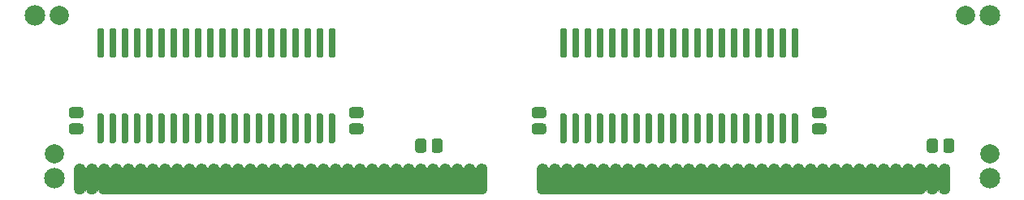
<source format=gts>
G04 #@! TF.GenerationSoftware,KiCad,Pcbnew,(5.1.10-1-10_14)*
G04 #@! TF.CreationDate,2021-06-01T05:34:22-04:00*
G04 #@! TF.ProjectId,MacVRAMSIMM,4d616356-5241-44d5-9349-4d4d2e6b6963,rev?*
G04 #@! TF.SameCoordinates,Original*
G04 #@! TF.FileFunction,Soldermask,Top*
G04 #@! TF.FilePolarity,Negative*
%FSLAX46Y46*%
G04 Gerber Fmt 4.6, Leading zero omitted, Abs format (unit mm)*
G04 Created by KiCad (PCBNEW (5.1.10-1-10_14)) date 2021-06-01 05:34:22*
%MOMM*%
%LPD*%
G01*
G04 APERTURE LIST*
%ADD10C,0.175000*%
%ADD11C,2.000000*%
%ADD12C,2.150000*%
%ADD13C,0.100000*%
G04 APERTURE END LIST*
D10*
G36*
X163195000Y-127635000D02*
G01*
X123825000Y-127635000D01*
X123317000Y-125031500D01*
X163703000Y-125031500D01*
X163195000Y-127635000D01*
G37*
X163195000Y-127635000D02*
X123825000Y-127635000D01*
X123317000Y-125031500D01*
X163703000Y-125031500D01*
X163195000Y-127635000D01*
G36*
X117475000Y-127635000D02*
G01*
X78105000Y-127635000D01*
X77597000Y-125031500D01*
X117983000Y-125031500D01*
X117475000Y-127635000D01*
G37*
X117475000Y-127635000D02*
X78105000Y-127635000D01*
X77597000Y-125031500D01*
X117983000Y-125031500D01*
X117475000Y-127635000D01*
G36*
X163195000Y-127635000D02*
G01*
X123825000Y-127635000D01*
X123317000Y-125031500D01*
X163703000Y-125031500D01*
X163195000Y-127635000D01*
G37*
X163195000Y-127635000D02*
X123825000Y-127635000D01*
X123317000Y-125031500D01*
X163703000Y-125031500D01*
X163195000Y-127635000D01*
G36*
X117475000Y-127635000D02*
G01*
X78105000Y-127635000D01*
X77597000Y-125031500D01*
X117983000Y-125031500D01*
X117475000Y-127635000D01*
G37*
X117475000Y-127635000D02*
X78105000Y-127635000D01*
X77597000Y-125031500D01*
X117983000Y-125031500D01*
X117475000Y-127635000D01*
G36*
X163195000Y-127635000D02*
G01*
X123825000Y-127635000D01*
X123317000Y-125031500D01*
X163703000Y-125031500D01*
X163195000Y-127635000D01*
G37*
X163195000Y-127635000D02*
X123825000Y-127635000D01*
X123317000Y-125031500D01*
X163703000Y-125031500D01*
X163195000Y-127635000D01*
G36*
X117475000Y-127635000D02*
G01*
X78105000Y-127635000D01*
X77597000Y-125031500D01*
X117983000Y-125031500D01*
X117475000Y-127635000D01*
G37*
X117475000Y-127635000D02*
X78105000Y-127635000D01*
X77597000Y-125031500D01*
X117983000Y-125031500D01*
X117475000Y-127635000D01*
G36*
X163195000Y-127635000D02*
G01*
X123825000Y-127635000D01*
X123317000Y-125031500D01*
X163703000Y-125031500D01*
X163195000Y-127635000D01*
G37*
X163195000Y-127635000D02*
X123825000Y-127635000D01*
X123317000Y-125031500D01*
X163703000Y-125031500D01*
X163195000Y-127635000D01*
G36*
X117475000Y-127635000D02*
G01*
X78105000Y-127635000D01*
X77597000Y-125031500D01*
X117983000Y-125031500D01*
X117475000Y-127635000D01*
G37*
X117475000Y-127635000D02*
X78105000Y-127635000D01*
X77597000Y-125031500D01*
X117983000Y-125031500D01*
X117475000Y-127635000D01*
G36*
G01*
X163890000Y-123081000D02*
X163890000Y-122156000D01*
G75*
G02*
X164177500Y-121868500I287500J0D01*
G01*
X164752500Y-121868500D01*
G75*
G02*
X165040000Y-122156000I0J-287500D01*
G01*
X165040000Y-123081000D01*
G75*
G02*
X164752500Y-123368500I-287500J0D01*
G01*
X164177500Y-123368500D01*
G75*
G02*
X163890000Y-123081000I0J287500D01*
G01*
G37*
G36*
G01*
X165590000Y-123081000D02*
X165590000Y-122156000D01*
G75*
G02*
X165877500Y-121868500I287500J0D01*
G01*
X166452500Y-121868500D01*
G75*
G02*
X166740000Y-122156000I0J-287500D01*
G01*
X166740000Y-123081000D01*
G75*
G02*
X166452500Y-123368500I-287500J0D01*
G01*
X165877500Y-123368500D01*
G75*
G02*
X165590000Y-123081000I0J287500D01*
G01*
G37*
G36*
G01*
X112250000Y-123081000D02*
X112250000Y-122156000D01*
G75*
G02*
X112537500Y-121868500I287500J0D01*
G01*
X113112500Y-121868500D01*
G75*
G02*
X113400000Y-122156000I0J-287500D01*
G01*
X113400000Y-123081000D01*
G75*
G02*
X113112500Y-123368500I-287500J0D01*
G01*
X112537500Y-123368500D01*
G75*
G02*
X112250000Y-123081000I0J287500D01*
G01*
G37*
G36*
G01*
X110550000Y-123081000D02*
X110550000Y-122156000D01*
G75*
G02*
X110837500Y-121868500I287500J0D01*
G01*
X111412500Y-121868500D01*
G75*
G02*
X111700000Y-122156000I0J-287500D01*
G01*
X111700000Y-123081000D01*
G75*
G02*
X111412500Y-123368500I-287500J0D01*
G01*
X110837500Y-123368500D01*
G75*
G02*
X110550000Y-123081000I0J287500D01*
G01*
G37*
G36*
G01*
X93139000Y-113412000D02*
X92789000Y-113412000D01*
G75*
G02*
X92614000Y-113237000I0J175000D01*
G01*
X92614000Y-110487000D01*
G75*
G02*
X92789000Y-110312000I175000J0D01*
G01*
X93139000Y-110312000D01*
G75*
G02*
X93314000Y-110487000I0J-175000D01*
G01*
X93314000Y-113237000D01*
G75*
G02*
X93139000Y-113412000I-175000J0D01*
G01*
G37*
G36*
G01*
X94409000Y-113412000D02*
X94059000Y-113412000D01*
G75*
G02*
X93884000Y-113237000I0J175000D01*
G01*
X93884000Y-110487000D01*
G75*
G02*
X94059000Y-110312000I175000J0D01*
G01*
X94409000Y-110312000D01*
G75*
G02*
X94584000Y-110487000I0J-175000D01*
G01*
X94584000Y-113237000D01*
G75*
G02*
X94409000Y-113412000I-175000J0D01*
G01*
G37*
G36*
G01*
X94409000Y-122352000D02*
X94059000Y-122352000D01*
G75*
G02*
X93884000Y-122177000I0J175000D01*
G01*
X93884000Y-119427000D01*
G75*
G02*
X94059000Y-119252000I175000J0D01*
G01*
X94409000Y-119252000D01*
G75*
G02*
X94584000Y-119427000I0J-175000D01*
G01*
X94584000Y-122177000D01*
G75*
G02*
X94409000Y-122352000I-175000J0D01*
G01*
G37*
G36*
G01*
X86789000Y-122352000D02*
X86439000Y-122352000D01*
G75*
G02*
X86264000Y-122177000I0J175000D01*
G01*
X86264000Y-119427000D01*
G75*
G02*
X86439000Y-119252000I175000J0D01*
G01*
X86789000Y-119252000D01*
G75*
G02*
X86964000Y-119427000I0J-175000D01*
G01*
X86964000Y-122177000D01*
G75*
G02*
X86789000Y-122352000I-175000J0D01*
G01*
G37*
G36*
G01*
X84249000Y-122352000D02*
X83899000Y-122352000D01*
G75*
G02*
X83724000Y-122177000I0J175000D01*
G01*
X83724000Y-119427000D01*
G75*
G02*
X83899000Y-119252000I175000J0D01*
G01*
X84249000Y-119252000D01*
G75*
G02*
X84424000Y-119427000I0J-175000D01*
G01*
X84424000Y-122177000D01*
G75*
G02*
X84249000Y-122352000I-175000J0D01*
G01*
G37*
G36*
G01*
X102029000Y-113412000D02*
X101679000Y-113412000D01*
G75*
G02*
X101504000Y-113237000I0J175000D01*
G01*
X101504000Y-110487000D01*
G75*
G02*
X101679000Y-110312000I175000J0D01*
G01*
X102029000Y-110312000D01*
G75*
G02*
X102204000Y-110487000I0J-175000D01*
G01*
X102204000Y-113237000D01*
G75*
G02*
X102029000Y-113412000I-175000J0D01*
G01*
G37*
G36*
G01*
X77899000Y-122352000D02*
X77549000Y-122352000D01*
G75*
G02*
X77374000Y-122177000I0J175000D01*
G01*
X77374000Y-119427000D01*
G75*
G02*
X77549000Y-119252000I175000J0D01*
G01*
X77899000Y-119252000D01*
G75*
G02*
X78074000Y-119427000I0J-175000D01*
G01*
X78074000Y-122177000D01*
G75*
G02*
X77899000Y-122352000I-175000J0D01*
G01*
G37*
G36*
G01*
X79169000Y-122352000D02*
X78819000Y-122352000D01*
G75*
G02*
X78644000Y-122177000I0J175000D01*
G01*
X78644000Y-119427000D01*
G75*
G02*
X78819000Y-119252000I175000J0D01*
G01*
X79169000Y-119252000D01*
G75*
G02*
X79344000Y-119427000I0J-175000D01*
G01*
X79344000Y-122177000D01*
G75*
G02*
X79169000Y-122352000I-175000J0D01*
G01*
G37*
G36*
G01*
X80439000Y-122352000D02*
X80089000Y-122352000D01*
G75*
G02*
X79914000Y-122177000I0J175000D01*
G01*
X79914000Y-119427000D01*
G75*
G02*
X80089000Y-119252000I175000J0D01*
G01*
X80439000Y-119252000D01*
G75*
G02*
X80614000Y-119427000I0J-175000D01*
G01*
X80614000Y-122177000D01*
G75*
G02*
X80439000Y-122352000I-175000J0D01*
G01*
G37*
G36*
G01*
X81709000Y-122352000D02*
X81359000Y-122352000D01*
G75*
G02*
X81184000Y-122177000I0J175000D01*
G01*
X81184000Y-119427000D01*
G75*
G02*
X81359000Y-119252000I175000J0D01*
G01*
X81709000Y-119252000D01*
G75*
G02*
X81884000Y-119427000I0J-175000D01*
G01*
X81884000Y-122177000D01*
G75*
G02*
X81709000Y-122352000I-175000J0D01*
G01*
G37*
G36*
G01*
X82979000Y-122352000D02*
X82629000Y-122352000D01*
G75*
G02*
X82454000Y-122177000I0J175000D01*
G01*
X82454000Y-119427000D01*
G75*
G02*
X82629000Y-119252000I175000J0D01*
G01*
X82979000Y-119252000D01*
G75*
G02*
X83154000Y-119427000I0J-175000D01*
G01*
X83154000Y-122177000D01*
G75*
G02*
X82979000Y-122352000I-175000J0D01*
G01*
G37*
G36*
G01*
X88059000Y-122352000D02*
X87709000Y-122352000D01*
G75*
G02*
X87534000Y-122177000I0J175000D01*
G01*
X87534000Y-119427000D01*
G75*
G02*
X87709000Y-119252000I175000J0D01*
G01*
X88059000Y-119252000D01*
G75*
G02*
X88234000Y-119427000I0J-175000D01*
G01*
X88234000Y-122177000D01*
G75*
G02*
X88059000Y-122352000I-175000J0D01*
G01*
G37*
G36*
G01*
X89329000Y-122352000D02*
X88979000Y-122352000D01*
G75*
G02*
X88804000Y-122177000I0J175000D01*
G01*
X88804000Y-119427000D01*
G75*
G02*
X88979000Y-119252000I175000J0D01*
G01*
X89329000Y-119252000D01*
G75*
G02*
X89504000Y-119427000I0J-175000D01*
G01*
X89504000Y-122177000D01*
G75*
G02*
X89329000Y-122352000I-175000J0D01*
G01*
G37*
G36*
G01*
X90599000Y-122352000D02*
X90249000Y-122352000D01*
G75*
G02*
X90074000Y-122177000I0J175000D01*
G01*
X90074000Y-119427000D01*
G75*
G02*
X90249000Y-119252000I175000J0D01*
G01*
X90599000Y-119252000D01*
G75*
G02*
X90774000Y-119427000I0J-175000D01*
G01*
X90774000Y-122177000D01*
G75*
G02*
X90599000Y-122352000I-175000J0D01*
G01*
G37*
G36*
G01*
X91869000Y-122352000D02*
X91519000Y-122352000D01*
G75*
G02*
X91344000Y-122177000I0J175000D01*
G01*
X91344000Y-119427000D01*
G75*
G02*
X91519000Y-119252000I175000J0D01*
G01*
X91869000Y-119252000D01*
G75*
G02*
X92044000Y-119427000I0J-175000D01*
G01*
X92044000Y-122177000D01*
G75*
G02*
X91869000Y-122352000I-175000J0D01*
G01*
G37*
G36*
G01*
X93139000Y-122352000D02*
X92789000Y-122352000D01*
G75*
G02*
X92614000Y-122177000I0J175000D01*
G01*
X92614000Y-119427000D01*
G75*
G02*
X92789000Y-119252000I175000J0D01*
G01*
X93139000Y-119252000D01*
G75*
G02*
X93314000Y-119427000I0J-175000D01*
G01*
X93314000Y-122177000D01*
G75*
G02*
X93139000Y-122352000I-175000J0D01*
G01*
G37*
G36*
G01*
X100759000Y-113412000D02*
X100409000Y-113412000D01*
G75*
G02*
X100234000Y-113237000I0J175000D01*
G01*
X100234000Y-110487000D01*
G75*
G02*
X100409000Y-110312000I175000J0D01*
G01*
X100759000Y-110312000D01*
G75*
G02*
X100934000Y-110487000I0J-175000D01*
G01*
X100934000Y-113237000D01*
G75*
G02*
X100759000Y-113412000I-175000J0D01*
G01*
G37*
G36*
G01*
X99489000Y-113412000D02*
X99139000Y-113412000D01*
G75*
G02*
X98964000Y-113237000I0J175000D01*
G01*
X98964000Y-110487000D01*
G75*
G02*
X99139000Y-110312000I175000J0D01*
G01*
X99489000Y-110312000D01*
G75*
G02*
X99664000Y-110487000I0J-175000D01*
G01*
X99664000Y-113237000D01*
G75*
G02*
X99489000Y-113412000I-175000J0D01*
G01*
G37*
G36*
G01*
X98219000Y-113412000D02*
X97869000Y-113412000D01*
G75*
G02*
X97694000Y-113237000I0J175000D01*
G01*
X97694000Y-110487000D01*
G75*
G02*
X97869000Y-110312000I175000J0D01*
G01*
X98219000Y-110312000D01*
G75*
G02*
X98394000Y-110487000I0J-175000D01*
G01*
X98394000Y-113237000D01*
G75*
G02*
X98219000Y-113412000I-175000J0D01*
G01*
G37*
G36*
G01*
X96949000Y-113412000D02*
X96599000Y-113412000D01*
G75*
G02*
X96424000Y-113237000I0J175000D01*
G01*
X96424000Y-110487000D01*
G75*
G02*
X96599000Y-110312000I175000J0D01*
G01*
X96949000Y-110312000D01*
G75*
G02*
X97124000Y-110487000I0J-175000D01*
G01*
X97124000Y-113237000D01*
G75*
G02*
X96949000Y-113412000I-175000J0D01*
G01*
G37*
G36*
G01*
X95679000Y-113412000D02*
X95329000Y-113412000D01*
G75*
G02*
X95154000Y-113237000I0J175000D01*
G01*
X95154000Y-110487000D01*
G75*
G02*
X95329000Y-110312000I175000J0D01*
G01*
X95679000Y-110312000D01*
G75*
G02*
X95854000Y-110487000I0J-175000D01*
G01*
X95854000Y-113237000D01*
G75*
G02*
X95679000Y-113412000I-175000J0D01*
G01*
G37*
G36*
G01*
X85519000Y-122352000D02*
X85169000Y-122352000D01*
G75*
G02*
X84994000Y-122177000I0J175000D01*
G01*
X84994000Y-119427000D01*
G75*
G02*
X85169000Y-119252000I175000J0D01*
G01*
X85519000Y-119252000D01*
G75*
G02*
X85694000Y-119427000I0J-175000D01*
G01*
X85694000Y-122177000D01*
G75*
G02*
X85519000Y-122352000I-175000J0D01*
G01*
G37*
G36*
G01*
X95679000Y-122352000D02*
X95329000Y-122352000D01*
G75*
G02*
X95154000Y-122177000I0J175000D01*
G01*
X95154000Y-119427000D01*
G75*
G02*
X95329000Y-119252000I175000J0D01*
G01*
X95679000Y-119252000D01*
G75*
G02*
X95854000Y-119427000I0J-175000D01*
G01*
X95854000Y-122177000D01*
G75*
G02*
X95679000Y-122352000I-175000J0D01*
G01*
G37*
G36*
G01*
X96949000Y-122352000D02*
X96599000Y-122352000D01*
G75*
G02*
X96424000Y-122177000I0J175000D01*
G01*
X96424000Y-119427000D01*
G75*
G02*
X96599000Y-119252000I175000J0D01*
G01*
X96949000Y-119252000D01*
G75*
G02*
X97124000Y-119427000I0J-175000D01*
G01*
X97124000Y-122177000D01*
G75*
G02*
X96949000Y-122352000I-175000J0D01*
G01*
G37*
G36*
G01*
X98219000Y-122352000D02*
X97869000Y-122352000D01*
G75*
G02*
X97694000Y-122177000I0J175000D01*
G01*
X97694000Y-119427000D01*
G75*
G02*
X97869000Y-119252000I175000J0D01*
G01*
X98219000Y-119252000D01*
G75*
G02*
X98394000Y-119427000I0J-175000D01*
G01*
X98394000Y-122177000D01*
G75*
G02*
X98219000Y-122352000I-175000J0D01*
G01*
G37*
G36*
G01*
X99489000Y-122352000D02*
X99139000Y-122352000D01*
G75*
G02*
X98964000Y-122177000I0J175000D01*
G01*
X98964000Y-119427000D01*
G75*
G02*
X99139000Y-119252000I175000J0D01*
G01*
X99489000Y-119252000D01*
G75*
G02*
X99664000Y-119427000I0J-175000D01*
G01*
X99664000Y-122177000D01*
G75*
G02*
X99489000Y-122352000I-175000J0D01*
G01*
G37*
G36*
G01*
X100759000Y-122352000D02*
X100409000Y-122352000D01*
G75*
G02*
X100234000Y-122177000I0J175000D01*
G01*
X100234000Y-119427000D01*
G75*
G02*
X100409000Y-119252000I175000J0D01*
G01*
X100759000Y-119252000D01*
G75*
G02*
X100934000Y-119427000I0J-175000D01*
G01*
X100934000Y-122177000D01*
G75*
G02*
X100759000Y-122352000I-175000J0D01*
G01*
G37*
G36*
G01*
X102029000Y-122352000D02*
X101679000Y-122352000D01*
G75*
G02*
X101504000Y-122177000I0J175000D01*
G01*
X101504000Y-119427000D01*
G75*
G02*
X101679000Y-119252000I175000J0D01*
G01*
X102029000Y-119252000D01*
G75*
G02*
X102204000Y-119427000I0J-175000D01*
G01*
X102204000Y-122177000D01*
G75*
G02*
X102029000Y-122352000I-175000J0D01*
G01*
G37*
G36*
G01*
X82979000Y-113412000D02*
X82629000Y-113412000D01*
G75*
G02*
X82454000Y-113237000I0J175000D01*
G01*
X82454000Y-110487000D01*
G75*
G02*
X82629000Y-110312000I175000J0D01*
G01*
X82979000Y-110312000D01*
G75*
G02*
X83154000Y-110487000I0J-175000D01*
G01*
X83154000Y-113237000D01*
G75*
G02*
X82979000Y-113412000I-175000J0D01*
G01*
G37*
G36*
G01*
X84249000Y-113412000D02*
X83899000Y-113412000D01*
G75*
G02*
X83724000Y-113237000I0J175000D01*
G01*
X83724000Y-110487000D01*
G75*
G02*
X83899000Y-110312000I175000J0D01*
G01*
X84249000Y-110312000D01*
G75*
G02*
X84424000Y-110487000I0J-175000D01*
G01*
X84424000Y-113237000D01*
G75*
G02*
X84249000Y-113412000I-175000J0D01*
G01*
G37*
G36*
G01*
X91869000Y-113412000D02*
X91519000Y-113412000D01*
G75*
G02*
X91344000Y-113237000I0J175000D01*
G01*
X91344000Y-110487000D01*
G75*
G02*
X91519000Y-110312000I175000J0D01*
G01*
X91869000Y-110312000D01*
G75*
G02*
X92044000Y-110487000I0J-175000D01*
G01*
X92044000Y-113237000D01*
G75*
G02*
X91869000Y-113412000I-175000J0D01*
G01*
G37*
G36*
G01*
X90599000Y-113412000D02*
X90249000Y-113412000D01*
G75*
G02*
X90074000Y-113237000I0J175000D01*
G01*
X90074000Y-110487000D01*
G75*
G02*
X90249000Y-110312000I175000J0D01*
G01*
X90599000Y-110312000D01*
G75*
G02*
X90774000Y-110487000I0J-175000D01*
G01*
X90774000Y-113237000D01*
G75*
G02*
X90599000Y-113412000I-175000J0D01*
G01*
G37*
G36*
G01*
X89329000Y-113412000D02*
X88979000Y-113412000D01*
G75*
G02*
X88804000Y-113237000I0J175000D01*
G01*
X88804000Y-110487000D01*
G75*
G02*
X88979000Y-110312000I175000J0D01*
G01*
X89329000Y-110312000D01*
G75*
G02*
X89504000Y-110487000I0J-175000D01*
G01*
X89504000Y-113237000D01*
G75*
G02*
X89329000Y-113412000I-175000J0D01*
G01*
G37*
G36*
G01*
X88059000Y-113412000D02*
X87709000Y-113412000D01*
G75*
G02*
X87534000Y-113237000I0J175000D01*
G01*
X87534000Y-110487000D01*
G75*
G02*
X87709000Y-110312000I175000J0D01*
G01*
X88059000Y-110312000D01*
G75*
G02*
X88234000Y-110487000I0J-175000D01*
G01*
X88234000Y-113237000D01*
G75*
G02*
X88059000Y-113412000I-175000J0D01*
G01*
G37*
G36*
G01*
X86789000Y-113412000D02*
X86439000Y-113412000D01*
G75*
G02*
X86264000Y-113237000I0J175000D01*
G01*
X86264000Y-110487000D01*
G75*
G02*
X86439000Y-110312000I175000J0D01*
G01*
X86789000Y-110312000D01*
G75*
G02*
X86964000Y-110487000I0J-175000D01*
G01*
X86964000Y-113237000D01*
G75*
G02*
X86789000Y-113412000I-175000J0D01*
G01*
G37*
G36*
G01*
X85519000Y-113412000D02*
X85169000Y-113412000D01*
G75*
G02*
X84994000Y-113237000I0J175000D01*
G01*
X84994000Y-110487000D01*
G75*
G02*
X85169000Y-110312000I175000J0D01*
G01*
X85519000Y-110312000D01*
G75*
G02*
X85694000Y-110487000I0J-175000D01*
G01*
X85694000Y-113237000D01*
G75*
G02*
X85519000Y-113412000I-175000J0D01*
G01*
G37*
G36*
G01*
X81709000Y-113412000D02*
X81359000Y-113412000D01*
G75*
G02*
X81184000Y-113237000I0J175000D01*
G01*
X81184000Y-110487000D01*
G75*
G02*
X81359000Y-110312000I175000J0D01*
G01*
X81709000Y-110312000D01*
G75*
G02*
X81884000Y-110487000I0J-175000D01*
G01*
X81884000Y-113237000D01*
G75*
G02*
X81709000Y-113412000I-175000J0D01*
G01*
G37*
G36*
G01*
X80439000Y-113412000D02*
X80089000Y-113412000D01*
G75*
G02*
X79914000Y-113237000I0J175000D01*
G01*
X79914000Y-110487000D01*
G75*
G02*
X80089000Y-110312000I175000J0D01*
G01*
X80439000Y-110312000D01*
G75*
G02*
X80614000Y-110487000I0J-175000D01*
G01*
X80614000Y-113237000D01*
G75*
G02*
X80439000Y-113412000I-175000J0D01*
G01*
G37*
G36*
G01*
X77899000Y-113412000D02*
X77549000Y-113412000D01*
G75*
G02*
X77374000Y-113237000I0J175000D01*
G01*
X77374000Y-110487000D01*
G75*
G02*
X77549000Y-110312000I175000J0D01*
G01*
X77899000Y-110312000D01*
G75*
G02*
X78074000Y-110487000I0J-175000D01*
G01*
X78074000Y-113237000D01*
G75*
G02*
X77899000Y-113412000I-175000J0D01*
G01*
G37*
G36*
G01*
X79169000Y-113412000D02*
X78819000Y-113412000D01*
G75*
G02*
X78644000Y-113237000I0J175000D01*
G01*
X78644000Y-110487000D01*
G75*
G02*
X78819000Y-110312000I175000J0D01*
G01*
X79169000Y-110312000D01*
G75*
G02*
X79344000Y-110487000I0J-175000D01*
G01*
X79344000Y-113237000D01*
G75*
G02*
X79169000Y-113412000I-175000J0D01*
G01*
G37*
G36*
G01*
X74969300Y-127233440D02*
X74969300Y-124988560D01*
G75*
G02*
X75445860Y-124512000I476560J0D01*
G01*
X75684140Y-124512000D01*
G75*
G02*
X76160700Y-124988560I0J-476560D01*
G01*
X76160700Y-127233440D01*
G75*
G02*
X75684140Y-127710000I-476560J0D01*
G01*
X75445860Y-127710000D01*
G75*
G02*
X74969300Y-127233440I0J476560D01*
G01*
G37*
G36*
G01*
X76239300Y-127233440D02*
X76239300Y-124988560D01*
G75*
G02*
X76715860Y-124512000I476560J0D01*
G01*
X76954140Y-124512000D01*
G75*
G02*
X77430700Y-124988560I0J-476560D01*
G01*
X77430700Y-127233440D01*
G75*
G02*
X76954140Y-127710000I-476560J0D01*
G01*
X76715860Y-127710000D01*
G75*
G02*
X76239300Y-127233440I0J476560D01*
G01*
G37*
G36*
G01*
X77509300Y-127233440D02*
X77509300Y-124988560D01*
G75*
G02*
X77985860Y-124512000I476560J0D01*
G01*
X78224140Y-124512000D01*
G75*
G02*
X78700700Y-124988560I0J-476560D01*
G01*
X78700700Y-127233440D01*
G75*
G02*
X78224140Y-127710000I-476560J0D01*
G01*
X77985860Y-127710000D01*
G75*
G02*
X77509300Y-127233440I0J476560D01*
G01*
G37*
G36*
G01*
X78779300Y-127233440D02*
X78779300Y-124988560D01*
G75*
G02*
X79255860Y-124512000I476560J0D01*
G01*
X79494140Y-124512000D01*
G75*
G02*
X79970700Y-124988560I0J-476560D01*
G01*
X79970700Y-127233440D01*
G75*
G02*
X79494140Y-127710000I-476560J0D01*
G01*
X79255860Y-127710000D01*
G75*
G02*
X78779300Y-127233440I0J476560D01*
G01*
G37*
G36*
G01*
X80049300Y-127233440D02*
X80049300Y-124988560D01*
G75*
G02*
X80525860Y-124512000I476560J0D01*
G01*
X80764140Y-124512000D01*
G75*
G02*
X81240700Y-124988560I0J-476560D01*
G01*
X81240700Y-127233440D01*
G75*
G02*
X80764140Y-127710000I-476560J0D01*
G01*
X80525860Y-127710000D01*
G75*
G02*
X80049300Y-127233440I0J476560D01*
G01*
G37*
G36*
G01*
X81319300Y-127233440D02*
X81319300Y-124988560D01*
G75*
G02*
X81795860Y-124512000I476560J0D01*
G01*
X82034140Y-124512000D01*
G75*
G02*
X82510700Y-124988560I0J-476560D01*
G01*
X82510700Y-127233440D01*
G75*
G02*
X82034140Y-127710000I-476560J0D01*
G01*
X81795860Y-127710000D01*
G75*
G02*
X81319300Y-127233440I0J476560D01*
G01*
G37*
G36*
G01*
X82589300Y-127233440D02*
X82589300Y-124988560D01*
G75*
G02*
X83065860Y-124512000I476560J0D01*
G01*
X83304140Y-124512000D01*
G75*
G02*
X83780700Y-124988560I0J-476560D01*
G01*
X83780700Y-127233440D01*
G75*
G02*
X83304140Y-127710000I-476560J0D01*
G01*
X83065860Y-127710000D01*
G75*
G02*
X82589300Y-127233440I0J476560D01*
G01*
G37*
G36*
G01*
X83859300Y-127233440D02*
X83859300Y-124988560D01*
G75*
G02*
X84335860Y-124512000I476560J0D01*
G01*
X84574140Y-124512000D01*
G75*
G02*
X85050700Y-124988560I0J-476560D01*
G01*
X85050700Y-127233440D01*
G75*
G02*
X84574140Y-127710000I-476560J0D01*
G01*
X84335860Y-127710000D01*
G75*
G02*
X83859300Y-127233440I0J476560D01*
G01*
G37*
G36*
G01*
X85129300Y-127233440D02*
X85129300Y-124988560D01*
G75*
G02*
X85605860Y-124512000I476560J0D01*
G01*
X85844140Y-124512000D01*
G75*
G02*
X86320700Y-124988560I0J-476560D01*
G01*
X86320700Y-127233440D01*
G75*
G02*
X85844140Y-127710000I-476560J0D01*
G01*
X85605860Y-127710000D01*
G75*
G02*
X85129300Y-127233440I0J476560D01*
G01*
G37*
G36*
G01*
X86399300Y-127233440D02*
X86399300Y-124988560D01*
G75*
G02*
X86875860Y-124512000I476560J0D01*
G01*
X87114140Y-124512000D01*
G75*
G02*
X87590700Y-124988560I0J-476560D01*
G01*
X87590700Y-127233440D01*
G75*
G02*
X87114140Y-127710000I-476560J0D01*
G01*
X86875860Y-127710000D01*
G75*
G02*
X86399300Y-127233440I0J476560D01*
G01*
G37*
G36*
G01*
X87669300Y-127233440D02*
X87669300Y-124988560D01*
G75*
G02*
X88145860Y-124512000I476560J0D01*
G01*
X88384140Y-124512000D01*
G75*
G02*
X88860700Y-124988560I0J-476560D01*
G01*
X88860700Y-127233440D01*
G75*
G02*
X88384140Y-127710000I-476560J0D01*
G01*
X88145860Y-127710000D01*
G75*
G02*
X87669300Y-127233440I0J476560D01*
G01*
G37*
G36*
G01*
X88939300Y-127233440D02*
X88939300Y-124988560D01*
G75*
G02*
X89415860Y-124512000I476560J0D01*
G01*
X89654140Y-124512000D01*
G75*
G02*
X90130700Y-124988560I0J-476560D01*
G01*
X90130700Y-127233440D01*
G75*
G02*
X89654140Y-127710000I-476560J0D01*
G01*
X89415860Y-127710000D01*
G75*
G02*
X88939300Y-127233440I0J476560D01*
G01*
G37*
G36*
G01*
X90209300Y-127233440D02*
X90209300Y-124988560D01*
G75*
G02*
X90685860Y-124512000I476560J0D01*
G01*
X90924140Y-124512000D01*
G75*
G02*
X91400700Y-124988560I0J-476560D01*
G01*
X91400700Y-127233440D01*
G75*
G02*
X90924140Y-127710000I-476560J0D01*
G01*
X90685860Y-127710000D01*
G75*
G02*
X90209300Y-127233440I0J476560D01*
G01*
G37*
G36*
G01*
X91479300Y-127233440D02*
X91479300Y-124988560D01*
G75*
G02*
X91955860Y-124512000I476560J0D01*
G01*
X92194140Y-124512000D01*
G75*
G02*
X92670700Y-124988560I0J-476560D01*
G01*
X92670700Y-127233440D01*
G75*
G02*
X92194140Y-127710000I-476560J0D01*
G01*
X91955860Y-127710000D01*
G75*
G02*
X91479300Y-127233440I0J476560D01*
G01*
G37*
G36*
G01*
X92749300Y-127233440D02*
X92749300Y-124988560D01*
G75*
G02*
X93225860Y-124512000I476560J0D01*
G01*
X93464140Y-124512000D01*
G75*
G02*
X93940700Y-124988560I0J-476560D01*
G01*
X93940700Y-127233440D01*
G75*
G02*
X93464140Y-127710000I-476560J0D01*
G01*
X93225860Y-127710000D01*
G75*
G02*
X92749300Y-127233440I0J476560D01*
G01*
G37*
G36*
G01*
X94019300Y-127233440D02*
X94019300Y-124988560D01*
G75*
G02*
X94495860Y-124512000I476560J0D01*
G01*
X94734140Y-124512000D01*
G75*
G02*
X95210700Y-124988560I0J-476560D01*
G01*
X95210700Y-127233440D01*
G75*
G02*
X94734140Y-127710000I-476560J0D01*
G01*
X94495860Y-127710000D01*
G75*
G02*
X94019300Y-127233440I0J476560D01*
G01*
G37*
G36*
G01*
X95289300Y-127233440D02*
X95289300Y-124988560D01*
G75*
G02*
X95765860Y-124512000I476560J0D01*
G01*
X96004140Y-124512000D01*
G75*
G02*
X96480700Y-124988560I0J-476560D01*
G01*
X96480700Y-127233440D01*
G75*
G02*
X96004140Y-127710000I-476560J0D01*
G01*
X95765860Y-127710000D01*
G75*
G02*
X95289300Y-127233440I0J476560D01*
G01*
G37*
G36*
G01*
X96559300Y-127233440D02*
X96559300Y-124988560D01*
G75*
G02*
X97035860Y-124512000I476560J0D01*
G01*
X97274140Y-124512000D01*
G75*
G02*
X97750700Y-124988560I0J-476560D01*
G01*
X97750700Y-127233440D01*
G75*
G02*
X97274140Y-127710000I-476560J0D01*
G01*
X97035860Y-127710000D01*
G75*
G02*
X96559300Y-127233440I0J476560D01*
G01*
G37*
G36*
G01*
X97829300Y-127233440D02*
X97829300Y-124988560D01*
G75*
G02*
X98305860Y-124512000I476560J0D01*
G01*
X98544140Y-124512000D01*
G75*
G02*
X99020700Y-124988560I0J-476560D01*
G01*
X99020700Y-127233440D01*
G75*
G02*
X98544140Y-127710000I-476560J0D01*
G01*
X98305860Y-127710000D01*
G75*
G02*
X97829300Y-127233440I0J476560D01*
G01*
G37*
G36*
G01*
X99099300Y-127233440D02*
X99099300Y-124988560D01*
G75*
G02*
X99575860Y-124512000I476560J0D01*
G01*
X99814140Y-124512000D01*
G75*
G02*
X100290700Y-124988560I0J-476560D01*
G01*
X100290700Y-127233440D01*
G75*
G02*
X99814140Y-127710000I-476560J0D01*
G01*
X99575860Y-127710000D01*
G75*
G02*
X99099300Y-127233440I0J476560D01*
G01*
G37*
G36*
G01*
X100369300Y-127233440D02*
X100369300Y-124988560D01*
G75*
G02*
X100845860Y-124512000I476560J0D01*
G01*
X101084140Y-124512000D01*
G75*
G02*
X101560700Y-124988560I0J-476560D01*
G01*
X101560700Y-127233440D01*
G75*
G02*
X101084140Y-127710000I-476560J0D01*
G01*
X100845860Y-127710000D01*
G75*
G02*
X100369300Y-127233440I0J476560D01*
G01*
G37*
G36*
G01*
X101639300Y-127233440D02*
X101639300Y-124988560D01*
G75*
G02*
X102115860Y-124512000I476560J0D01*
G01*
X102354140Y-124512000D01*
G75*
G02*
X102830700Y-124988560I0J-476560D01*
G01*
X102830700Y-127233440D01*
G75*
G02*
X102354140Y-127710000I-476560J0D01*
G01*
X102115860Y-127710000D01*
G75*
G02*
X101639300Y-127233440I0J476560D01*
G01*
G37*
G36*
G01*
X102909300Y-127233440D02*
X102909300Y-124988560D01*
G75*
G02*
X103385860Y-124512000I476560J0D01*
G01*
X103624140Y-124512000D01*
G75*
G02*
X104100700Y-124988560I0J-476560D01*
G01*
X104100700Y-127233440D01*
G75*
G02*
X103624140Y-127710000I-476560J0D01*
G01*
X103385860Y-127710000D01*
G75*
G02*
X102909300Y-127233440I0J476560D01*
G01*
G37*
G36*
G01*
X104179300Y-127233440D02*
X104179300Y-124988560D01*
G75*
G02*
X104655860Y-124512000I476560J0D01*
G01*
X104894140Y-124512000D01*
G75*
G02*
X105370700Y-124988560I0J-476560D01*
G01*
X105370700Y-127233440D01*
G75*
G02*
X104894140Y-127710000I-476560J0D01*
G01*
X104655860Y-127710000D01*
G75*
G02*
X104179300Y-127233440I0J476560D01*
G01*
G37*
G36*
G01*
X105449300Y-127233440D02*
X105449300Y-124988560D01*
G75*
G02*
X105925860Y-124512000I476560J0D01*
G01*
X106164140Y-124512000D01*
G75*
G02*
X106640700Y-124988560I0J-476560D01*
G01*
X106640700Y-127233440D01*
G75*
G02*
X106164140Y-127710000I-476560J0D01*
G01*
X105925860Y-127710000D01*
G75*
G02*
X105449300Y-127233440I0J476560D01*
G01*
G37*
G36*
G01*
X106719300Y-127233440D02*
X106719300Y-124988560D01*
G75*
G02*
X107195860Y-124512000I476560J0D01*
G01*
X107434140Y-124512000D01*
G75*
G02*
X107910700Y-124988560I0J-476560D01*
G01*
X107910700Y-127233440D01*
G75*
G02*
X107434140Y-127710000I-476560J0D01*
G01*
X107195860Y-127710000D01*
G75*
G02*
X106719300Y-127233440I0J476560D01*
G01*
G37*
G36*
G01*
X107989300Y-127233440D02*
X107989300Y-124988560D01*
G75*
G02*
X108465860Y-124512000I476560J0D01*
G01*
X108704140Y-124512000D01*
G75*
G02*
X109180700Y-124988560I0J-476560D01*
G01*
X109180700Y-127233440D01*
G75*
G02*
X108704140Y-127710000I-476560J0D01*
G01*
X108465860Y-127710000D01*
G75*
G02*
X107989300Y-127233440I0J476560D01*
G01*
G37*
G36*
G01*
X109259300Y-127233440D02*
X109259300Y-124988560D01*
G75*
G02*
X109735860Y-124512000I476560J0D01*
G01*
X109974140Y-124512000D01*
G75*
G02*
X110450700Y-124988560I0J-476560D01*
G01*
X110450700Y-127233440D01*
G75*
G02*
X109974140Y-127710000I-476560J0D01*
G01*
X109735860Y-127710000D01*
G75*
G02*
X109259300Y-127233440I0J476560D01*
G01*
G37*
G36*
G01*
X110529300Y-127233440D02*
X110529300Y-124988560D01*
G75*
G02*
X111005860Y-124512000I476560J0D01*
G01*
X111244140Y-124512000D01*
G75*
G02*
X111720700Y-124988560I0J-476560D01*
G01*
X111720700Y-127233440D01*
G75*
G02*
X111244140Y-127710000I-476560J0D01*
G01*
X111005860Y-127710000D01*
G75*
G02*
X110529300Y-127233440I0J476560D01*
G01*
G37*
G36*
G01*
X111799300Y-127233440D02*
X111799300Y-124988560D01*
G75*
G02*
X112275860Y-124512000I476560J0D01*
G01*
X112514140Y-124512000D01*
G75*
G02*
X112990700Y-124988560I0J-476560D01*
G01*
X112990700Y-127233440D01*
G75*
G02*
X112514140Y-127710000I-476560J0D01*
G01*
X112275860Y-127710000D01*
G75*
G02*
X111799300Y-127233440I0J476560D01*
G01*
G37*
G36*
G01*
X113069300Y-127233440D02*
X113069300Y-124988560D01*
G75*
G02*
X113545860Y-124512000I476560J0D01*
G01*
X113784140Y-124512000D01*
G75*
G02*
X114260700Y-124988560I0J-476560D01*
G01*
X114260700Y-127233440D01*
G75*
G02*
X113784140Y-127710000I-476560J0D01*
G01*
X113545860Y-127710000D01*
G75*
G02*
X113069300Y-127233440I0J476560D01*
G01*
G37*
G36*
G01*
X114339300Y-127233440D02*
X114339300Y-124988560D01*
G75*
G02*
X114815860Y-124512000I476560J0D01*
G01*
X115054140Y-124512000D01*
G75*
G02*
X115530700Y-124988560I0J-476560D01*
G01*
X115530700Y-127233440D01*
G75*
G02*
X115054140Y-127710000I-476560J0D01*
G01*
X114815860Y-127710000D01*
G75*
G02*
X114339300Y-127233440I0J476560D01*
G01*
G37*
G36*
G01*
X115609300Y-127233440D02*
X115609300Y-124988560D01*
G75*
G02*
X116085860Y-124512000I476560J0D01*
G01*
X116324140Y-124512000D01*
G75*
G02*
X116800700Y-124988560I0J-476560D01*
G01*
X116800700Y-127233440D01*
G75*
G02*
X116324140Y-127710000I-476560J0D01*
G01*
X116085860Y-127710000D01*
G75*
G02*
X115609300Y-127233440I0J476560D01*
G01*
G37*
G36*
G01*
X116879300Y-127233440D02*
X116879300Y-124988560D01*
G75*
G02*
X117355860Y-124512000I476560J0D01*
G01*
X117594140Y-124512000D01*
G75*
G02*
X118070700Y-124988560I0J-476560D01*
G01*
X118070700Y-127233440D01*
G75*
G02*
X117594140Y-127710000I-476560J0D01*
G01*
X117355860Y-127710000D01*
G75*
G02*
X116879300Y-127233440I0J476560D01*
G01*
G37*
G36*
G01*
X123229300Y-127233440D02*
X123229300Y-124988560D01*
G75*
G02*
X123705860Y-124512000I476560J0D01*
G01*
X123944140Y-124512000D01*
G75*
G02*
X124420700Y-124988560I0J-476560D01*
G01*
X124420700Y-127233440D01*
G75*
G02*
X123944140Y-127710000I-476560J0D01*
G01*
X123705860Y-127710000D01*
G75*
G02*
X123229300Y-127233440I0J476560D01*
G01*
G37*
G36*
G01*
X124499300Y-127233440D02*
X124499300Y-124988560D01*
G75*
G02*
X124975860Y-124512000I476560J0D01*
G01*
X125214140Y-124512000D01*
G75*
G02*
X125690700Y-124988560I0J-476560D01*
G01*
X125690700Y-127233440D01*
G75*
G02*
X125214140Y-127710000I-476560J0D01*
G01*
X124975860Y-127710000D01*
G75*
G02*
X124499300Y-127233440I0J476560D01*
G01*
G37*
G36*
G01*
X125769300Y-127233440D02*
X125769300Y-124988560D01*
G75*
G02*
X126245860Y-124512000I476560J0D01*
G01*
X126484140Y-124512000D01*
G75*
G02*
X126960700Y-124988560I0J-476560D01*
G01*
X126960700Y-127233440D01*
G75*
G02*
X126484140Y-127710000I-476560J0D01*
G01*
X126245860Y-127710000D01*
G75*
G02*
X125769300Y-127233440I0J476560D01*
G01*
G37*
G36*
G01*
X127039300Y-127233440D02*
X127039300Y-124988560D01*
G75*
G02*
X127515860Y-124512000I476560J0D01*
G01*
X127754140Y-124512000D01*
G75*
G02*
X128230700Y-124988560I0J-476560D01*
G01*
X128230700Y-127233440D01*
G75*
G02*
X127754140Y-127710000I-476560J0D01*
G01*
X127515860Y-127710000D01*
G75*
G02*
X127039300Y-127233440I0J476560D01*
G01*
G37*
G36*
G01*
X128309300Y-127233440D02*
X128309300Y-124988560D01*
G75*
G02*
X128785860Y-124512000I476560J0D01*
G01*
X129024140Y-124512000D01*
G75*
G02*
X129500700Y-124988560I0J-476560D01*
G01*
X129500700Y-127233440D01*
G75*
G02*
X129024140Y-127710000I-476560J0D01*
G01*
X128785860Y-127710000D01*
G75*
G02*
X128309300Y-127233440I0J476560D01*
G01*
G37*
G36*
G01*
X129579300Y-127233440D02*
X129579300Y-124988560D01*
G75*
G02*
X130055860Y-124512000I476560J0D01*
G01*
X130294140Y-124512000D01*
G75*
G02*
X130770700Y-124988560I0J-476560D01*
G01*
X130770700Y-127233440D01*
G75*
G02*
X130294140Y-127710000I-476560J0D01*
G01*
X130055860Y-127710000D01*
G75*
G02*
X129579300Y-127233440I0J476560D01*
G01*
G37*
G36*
G01*
X130849300Y-127233440D02*
X130849300Y-124988560D01*
G75*
G02*
X131325860Y-124512000I476560J0D01*
G01*
X131564140Y-124512000D01*
G75*
G02*
X132040700Y-124988560I0J-476560D01*
G01*
X132040700Y-127233440D01*
G75*
G02*
X131564140Y-127710000I-476560J0D01*
G01*
X131325860Y-127710000D01*
G75*
G02*
X130849300Y-127233440I0J476560D01*
G01*
G37*
G36*
G01*
X132119300Y-127233440D02*
X132119300Y-124988560D01*
G75*
G02*
X132595860Y-124512000I476560J0D01*
G01*
X132834140Y-124512000D01*
G75*
G02*
X133310700Y-124988560I0J-476560D01*
G01*
X133310700Y-127233440D01*
G75*
G02*
X132834140Y-127710000I-476560J0D01*
G01*
X132595860Y-127710000D01*
G75*
G02*
X132119300Y-127233440I0J476560D01*
G01*
G37*
G36*
G01*
X133389300Y-127233440D02*
X133389300Y-124988560D01*
G75*
G02*
X133865860Y-124512000I476560J0D01*
G01*
X134104140Y-124512000D01*
G75*
G02*
X134580700Y-124988560I0J-476560D01*
G01*
X134580700Y-127233440D01*
G75*
G02*
X134104140Y-127710000I-476560J0D01*
G01*
X133865860Y-127710000D01*
G75*
G02*
X133389300Y-127233440I0J476560D01*
G01*
G37*
G36*
G01*
X134659300Y-127233440D02*
X134659300Y-124988560D01*
G75*
G02*
X135135860Y-124512000I476560J0D01*
G01*
X135374140Y-124512000D01*
G75*
G02*
X135850700Y-124988560I0J-476560D01*
G01*
X135850700Y-127233440D01*
G75*
G02*
X135374140Y-127710000I-476560J0D01*
G01*
X135135860Y-127710000D01*
G75*
G02*
X134659300Y-127233440I0J476560D01*
G01*
G37*
G36*
G01*
X135929300Y-127233440D02*
X135929300Y-124988560D01*
G75*
G02*
X136405860Y-124512000I476560J0D01*
G01*
X136644140Y-124512000D01*
G75*
G02*
X137120700Y-124988560I0J-476560D01*
G01*
X137120700Y-127233440D01*
G75*
G02*
X136644140Y-127710000I-476560J0D01*
G01*
X136405860Y-127710000D01*
G75*
G02*
X135929300Y-127233440I0J476560D01*
G01*
G37*
G36*
G01*
X137199300Y-127233440D02*
X137199300Y-124988560D01*
G75*
G02*
X137675860Y-124512000I476560J0D01*
G01*
X137914140Y-124512000D01*
G75*
G02*
X138390700Y-124988560I0J-476560D01*
G01*
X138390700Y-127233440D01*
G75*
G02*
X137914140Y-127710000I-476560J0D01*
G01*
X137675860Y-127710000D01*
G75*
G02*
X137199300Y-127233440I0J476560D01*
G01*
G37*
G36*
G01*
X138469300Y-127233440D02*
X138469300Y-124988560D01*
G75*
G02*
X138945860Y-124512000I476560J0D01*
G01*
X139184140Y-124512000D01*
G75*
G02*
X139660700Y-124988560I0J-476560D01*
G01*
X139660700Y-127233440D01*
G75*
G02*
X139184140Y-127710000I-476560J0D01*
G01*
X138945860Y-127710000D01*
G75*
G02*
X138469300Y-127233440I0J476560D01*
G01*
G37*
G36*
G01*
X139739300Y-127233440D02*
X139739300Y-124988560D01*
G75*
G02*
X140215860Y-124512000I476560J0D01*
G01*
X140454140Y-124512000D01*
G75*
G02*
X140930700Y-124988560I0J-476560D01*
G01*
X140930700Y-127233440D01*
G75*
G02*
X140454140Y-127710000I-476560J0D01*
G01*
X140215860Y-127710000D01*
G75*
G02*
X139739300Y-127233440I0J476560D01*
G01*
G37*
G36*
G01*
X141009300Y-127233440D02*
X141009300Y-124988560D01*
G75*
G02*
X141485860Y-124512000I476560J0D01*
G01*
X141724140Y-124512000D01*
G75*
G02*
X142200700Y-124988560I0J-476560D01*
G01*
X142200700Y-127233440D01*
G75*
G02*
X141724140Y-127710000I-476560J0D01*
G01*
X141485860Y-127710000D01*
G75*
G02*
X141009300Y-127233440I0J476560D01*
G01*
G37*
G36*
G01*
X142279300Y-127233440D02*
X142279300Y-124988560D01*
G75*
G02*
X142755860Y-124512000I476560J0D01*
G01*
X142994140Y-124512000D01*
G75*
G02*
X143470700Y-124988560I0J-476560D01*
G01*
X143470700Y-127233440D01*
G75*
G02*
X142994140Y-127710000I-476560J0D01*
G01*
X142755860Y-127710000D01*
G75*
G02*
X142279300Y-127233440I0J476560D01*
G01*
G37*
G36*
G01*
X143549300Y-127233440D02*
X143549300Y-124988560D01*
G75*
G02*
X144025860Y-124512000I476560J0D01*
G01*
X144264140Y-124512000D01*
G75*
G02*
X144740700Y-124988560I0J-476560D01*
G01*
X144740700Y-127233440D01*
G75*
G02*
X144264140Y-127710000I-476560J0D01*
G01*
X144025860Y-127710000D01*
G75*
G02*
X143549300Y-127233440I0J476560D01*
G01*
G37*
G36*
G01*
X144819300Y-127233440D02*
X144819300Y-124988560D01*
G75*
G02*
X145295860Y-124512000I476560J0D01*
G01*
X145534140Y-124512000D01*
G75*
G02*
X146010700Y-124988560I0J-476560D01*
G01*
X146010700Y-127233440D01*
G75*
G02*
X145534140Y-127710000I-476560J0D01*
G01*
X145295860Y-127710000D01*
G75*
G02*
X144819300Y-127233440I0J476560D01*
G01*
G37*
G36*
G01*
X146089300Y-127233440D02*
X146089300Y-124988560D01*
G75*
G02*
X146565860Y-124512000I476560J0D01*
G01*
X146804140Y-124512000D01*
G75*
G02*
X147280700Y-124988560I0J-476560D01*
G01*
X147280700Y-127233440D01*
G75*
G02*
X146804140Y-127710000I-476560J0D01*
G01*
X146565860Y-127710000D01*
G75*
G02*
X146089300Y-127233440I0J476560D01*
G01*
G37*
G36*
G01*
X147359300Y-127233440D02*
X147359300Y-124988560D01*
G75*
G02*
X147835860Y-124512000I476560J0D01*
G01*
X148074140Y-124512000D01*
G75*
G02*
X148550700Y-124988560I0J-476560D01*
G01*
X148550700Y-127233440D01*
G75*
G02*
X148074140Y-127710000I-476560J0D01*
G01*
X147835860Y-127710000D01*
G75*
G02*
X147359300Y-127233440I0J476560D01*
G01*
G37*
G36*
G01*
X148629300Y-127233440D02*
X148629300Y-124988560D01*
G75*
G02*
X149105860Y-124512000I476560J0D01*
G01*
X149344140Y-124512000D01*
G75*
G02*
X149820700Y-124988560I0J-476560D01*
G01*
X149820700Y-127233440D01*
G75*
G02*
X149344140Y-127710000I-476560J0D01*
G01*
X149105860Y-127710000D01*
G75*
G02*
X148629300Y-127233440I0J476560D01*
G01*
G37*
G36*
G01*
X149899300Y-127233440D02*
X149899300Y-124988560D01*
G75*
G02*
X150375860Y-124512000I476560J0D01*
G01*
X150614140Y-124512000D01*
G75*
G02*
X151090700Y-124988560I0J-476560D01*
G01*
X151090700Y-127233440D01*
G75*
G02*
X150614140Y-127710000I-476560J0D01*
G01*
X150375860Y-127710000D01*
G75*
G02*
X149899300Y-127233440I0J476560D01*
G01*
G37*
G36*
G01*
X151169300Y-127233440D02*
X151169300Y-124988560D01*
G75*
G02*
X151645860Y-124512000I476560J0D01*
G01*
X151884140Y-124512000D01*
G75*
G02*
X152360700Y-124988560I0J-476560D01*
G01*
X152360700Y-127233440D01*
G75*
G02*
X151884140Y-127710000I-476560J0D01*
G01*
X151645860Y-127710000D01*
G75*
G02*
X151169300Y-127233440I0J476560D01*
G01*
G37*
G36*
G01*
X152439300Y-127233440D02*
X152439300Y-124988560D01*
G75*
G02*
X152915860Y-124512000I476560J0D01*
G01*
X153154140Y-124512000D01*
G75*
G02*
X153630700Y-124988560I0J-476560D01*
G01*
X153630700Y-127233440D01*
G75*
G02*
X153154140Y-127710000I-476560J0D01*
G01*
X152915860Y-127710000D01*
G75*
G02*
X152439300Y-127233440I0J476560D01*
G01*
G37*
G36*
G01*
X153709300Y-127233440D02*
X153709300Y-124988560D01*
G75*
G02*
X154185860Y-124512000I476560J0D01*
G01*
X154424140Y-124512000D01*
G75*
G02*
X154900700Y-124988560I0J-476560D01*
G01*
X154900700Y-127233440D01*
G75*
G02*
X154424140Y-127710000I-476560J0D01*
G01*
X154185860Y-127710000D01*
G75*
G02*
X153709300Y-127233440I0J476560D01*
G01*
G37*
G36*
G01*
X154979300Y-127233440D02*
X154979300Y-124988560D01*
G75*
G02*
X155455860Y-124512000I476560J0D01*
G01*
X155694140Y-124512000D01*
G75*
G02*
X156170700Y-124988560I0J-476560D01*
G01*
X156170700Y-127233440D01*
G75*
G02*
X155694140Y-127710000I-476560J0D01*
G01*
X155455860Y-127710000D01*
G75*
G02*
X154979300Y-127233440I0J476560D01*
G01*
G37*
G36*
G01*
X156249300Y-127233440D02*
X156249300Y-124988560D01*
G75*
G02*
X156725860Y-124512000I476560J0D01*
G01*
X156964140Y-124512000D01*
G75*
G02*
X157440700Y-124988560I0J-476560D01*
G01*
X157440700Y-127233440D01*
G75*
G02*
X156964140Y-127710000I-476560J0D01*
G01*
X156725860Y-127710000D01*
G75*
G02*
X156249300Y-127233440I0J476560D01*
G01*
G37*
G36*
G01*
X157519300Y-127233440D02*
X157519300Y-124988560D01*
G75*
G02*
X157995860Y-124512000I476560J0D01*
G01*
X158234140Y-124512000D01*
G75*
G02*
X158710700Y-124988560I0J-476560D01*
G01*
X158710700Y-127233440D01*
G75*
G02*
X158234140Y-127710000I-476560J0D01*
G01*
X157995860Y-127710000D01*
G75*
G02*
X157519300Y-127233440I0J476560D01*
G01*
G37*
G36*
G01*
X158789300Y-127233440D02*
X158789300Y-124988560D01*
G75*
G02*
X159265860Y-124512000I476560J0D01*
G01*
X159504140Y-124512000D01*
G75*
G02*
X159980700Y-124988560I0J-476560D01*
G01*
X159980700Y-127233440D01*
G75*
G02*
X159504140Y-127710000I-476560J0D01*
G01*
X159265860Y-127710000D01*
G75*
G02*
X158789300Y-127233440I0J476560D01*
G01*
G37*
G36*
G01*
X160059300Y-127233440D02*
X160059300Y-124988560D01*
G75*
G02*
X160535860Y-124512000I476560J0D01*
G01*
X160774140Y-124512000D01*
G75*
G02*
X161250700Y-124988560I0J-476560D01*
G01*
X161250700Y-127233440D01*
G75*
G02*
X160774140Y-127710000I-476560J0D01*
G01*
X160535860Y-127710000D01*
G75*
G02*
X160059300Y-127233440I0J476560D01*
G01*
G37*
G36*
G01*
X161329300Y-127233440D02*
X161329300Y-124988560D01*
G75*
G02*
X161805860Y-124512000I476560J0D01*
G01*
X162044140Y-124512000D01*
G75*
G02*
X162520700Y-124988560I0J-476560D01*
G01*
X162520700Y-127233440D01*
G75*
G02*
X162044140Y-127710000I-476560J0D01*
G01*
X161805860Y-127710000D01*
G75*
G02*
X161329300Y-127233440I0J476560D01*
G01*
G37*
G36*
G01*
X162599300Y-127233440D02*
X162599300Y-124988560D01*
G75*
G02*
X163075860Y-124512000I476560J0D01*
G01*
X163314140Y-124512000D01*
G75*
G02*
X163790700Y-124988560I0J-476560D01*
G01*
X163790700Y-127233440D01*
G75*
G02*
X163314140Y-127710000I-476560J0D01*
G01*
X163075860Y-127710000D01*
G75*
G02*
X162599300Y-127233440I0J476560D01*
G01*
G37*
G36*
G01*
X163869300Y-127233440D02*
X163869300Y-124988560D01*
G75*
G02*
X164345860Y-124512000I476560J0D01*
G01*
X164584140Y-124512000D01*
G75*
G02*
X165060700Y-124988560I0J-476560D01*
G01*
X165060700Y-127233440D01*
G75*
G02*
X164584140Y-127710000I-476560J0D01*
G01*
X164345860Y-127710000D01*
G75*
G02*
X163869300Y-127233440I0J476560D01*
G01*
G37*
G36*
G01*
X165139300Y-127233440D02*
X165139300Y-124988560D01*
G75*
G02*
X165615860Y-124512000I476560J0D01*
G01*
X165854140Y-124512000D01*
G75*
G02*
X166330700Y-124988560I0J-476560D01*
G01*
X166330700Y-127233440D01*
G75*
G02*
X165854140Y-127710000I-476560J0D01*
G01*
X165615860Y-127710000D01*
G75*
G02*
X165139300Y-127233440I0J476560D01*
G01*
G37*
G36*
G01*
X127429000Y-113412000D02*
X127079000Y-113412000D01*
G75*
G02*
X126904000Y-113237000I0J175000D01*
G01*
X126904000Y-110487000D01*
G75*
G02*
X127079000Y-110312000I175000J0D01*
G01*
X127429000Y-110312000D01*
G75*
G02*
X127604000Y-110487000I0J-175000D01*
G01*
X127604000Y-113237000D01*
G75*
G02*
X127429000Y-113412000I-175000J0D01*
G01*
G37*
G36*
G01*
X126159000Y-113412000D02*
X125809000Y-113412000D01*
G75*
G02*
X125634000Y-113237000I0J175000D01*
G01*
X125634000Y-110487000D01*
G75*
G02*
X125809000Y-110312000I175000J0D01*
G01*
X126159000Y-110312000D01*
G75*
G02*
X126334000Y-110487000I0J-175000D01*
G01*
X126334000Y-113237000D01*
G75*
G02*
X126159000Y-113412000I-175000J0D01*
G01*
G37*
G36*
G01*
X128699000Y-113412000D02*
X128349000Y-113412000D01*
G75*
G02*
X128174000Y-113237000I0J175000D01*
G01*
X128174000Y-110487000D01*
G75*
G02*
X128349000Y-110312000I175000J0D01*
G01*
X128699000Y-110312000D01*
G75*
G02*
X128874000Y-110487000I0J-175000D01*
G01*
X128874000Y-113237000D01*
G75*
G02*
X128699000Y-113412000I-175000J0D01*
G01*
G37*
G36*
G01*
X129969000Y-113412000D02*
X129619000Y-113412000D01*
G75*
G02*
X129444000Y-113237000I0J175000D01*
G01*
X129444000Y-110487000D01*
G75*
G02*
X129619000Y-110312000I175000J0D01*
G01*
X129969000Y-110312000D01*
G75*
G02*
X130144000Y-110487000I0J-175000D01*
G01*
X130144000Y-113237000D01*
G75*
G02*
X129969000Y-113412000I-175000J0D01*
G01*
G37*
G36*
G01*
X133779000Y-113412000D02*
X133429000Y-113412000D01*
G75*
G02*
X133254000Y-113237000I0J175000D01*
G01*
X133254000Y-110487000D01*
G75*
G02*
X133429000Y-110312000I175000J0D01*
G01*
X133779000Y-110312000D01*
G75*
G02*
X133954000Y-110487000I0J-175000D01*
G01*
X133954000Y-113237000D01*
G75*
G02*
X133779000Y-113412000I-175000J0D01*
G01*
G37*
G36*
G01*
X135049000Y-113412000D02*
X134699000Y-113412000D01*
G75*
G02*
X134524000Y-113237000I0J175000D01*
G01*
X134524000Y-110487000D01*
G75*
G02*
X134699000Y-110312000I175000J0D01*
G01*
X135049000Y-110312000D01*
G75*
G02*
X135224000Y-110487000I0J-175000D01*
G01*
X135224000Y-113237000D01*
G75*
G02*
X135049000Y-113412000I-175000J0D01*
G01*
G37*
G36*
G01*
X136319000Y-113412000D02*
X135969000Y-113412000D01*
G75*
G02*
X135794000Y-113237000I0J175000D01*
G01*
X135794000Y-110487000D01*
G75*
G02*
X135969000Y-110312000I175000J0D01*
G01*
X136319000Y-110312000D01*
G75*
G02*
X136494000Y-110487000I0J-175000D01*
G01*
X136494000Y-113237000D01*
G75*
G02*
X136319000Y-113412000I-175000J0D01*
G01*
G37*
G36*
G01*
X137589000Y-113412000D02*
X137239000Y-113412000D01*
G75*
G02*
X137064000Y-113237000I0J175000D01*
G01*
X137064000Y-110487000D01*
G75*
G02*
X137239000Y-110312000I175000J0D01*
G01*
X137589000Y-110312000D01*
G75*
G02*
X137764000Y-110487000I0J-175000D01*
G01*
X137764000Y-113237000D01*
G75*
G02*
X137589000Y-113412000I-175000J0D01*
G01*
G37*
G36*
G01*
X138859000Y-113412000D02*
X138509000Y-113412000D01*
G75*
G02*
X138334000Y-113237000I0J175000D01*
G01*
X138334000Y-110487000D01*
G75*
G02*
X138509000Y-110312000I175000J0D01*
G01*
X138859000Y-110312000D01*
G75*
G02*
X139034000Y-110487000I0J-175000D01*
G01*
X139034000Y-113237000D01*
G75*
G02*
X138859000Y-113412000I-175000J0D01*
G01*
G37*
G36*
G01*
X140129000Y-113412000D02*
X139779000Y-113412000D01*
G75*
G02*
X139604000Y-113237000I0J175000D01*
G01*
X139604000Y-110487000D01*
G75*
G02*
X139779000Y-110312000I175000J0D01*
G01*
X140129000Y-110312000D01*
G75*
G02*
X140304000Y-110487000I0J-175000D01*
G01*
X140304000Y-113237000D01*
G75*
G02*
X140129000Y-113412000I-175000J0D01*
G01*
G37*
G36*
G01*
X132509000Y-113412000D02*
X132159000Y-113412000D01*
G75*
G02*
X131984000Y-113237000I0J175000D01*
G01*
X131984000Y-110487000D01*
G75*
G02*
X132159000Y-110312000I175000J0D01*
G01*
X132509000Y-110312000D01*
G75*
G02*
X132684000Y-110487000I0J-175000D01*
G01*
X132684000Y-113237000D01*
G75*
G02*
X132509000Y-113412000I-175000J0D01*
G01*
G37*
G36*
G01*
X131239000Y-113412000D02*
X130889000Y-113412000D01*
G75*
G02*
X130714000Y-113237000I0J175000D01*
G01*
X130714000Y-110487000D01*
G75*
G02*
X130889000Y-110312000I175000J0D01*
G01*
X131239000Y-110312000D01*
G75*
G02*
X131414000Y-110487000I0J-175000D01*
G01*
X131414000Y-113237000D01*
G75*
G02*
X131239000Y-113412000I-175000J0D01*
G01*
G37*
G36*
G01*
X150289000Y-122352000D02*
X149939000Y-122352000D01*
G75*
G02*
X149764000Y-122177000I0J175000D01*
G01*
X149764000Y-119427000D01*
G75*
G02*
X149939000Y-119252000I175000J0D01*
G01*
X150289000Y-119252000D01*
G75*
G02*
X150464000Y-119427000I0J-175000D01*
G01*
X150464000Y-122177000D01*
G75*
G02*
X150289000Y-122352000I-175000J0D01*
G01*
G37*
G36*
G01*
X149019000Y-122352000D02*
X148669000Y-122352000D01*
G75*
G02*
X148494000Y-122177000I0J175000D01*
G01*
X148494000Y-119427000D01*
G75*
G02*
X148669000Y-119252000I175000J0D01*
G01*
X149019000Y-119252000D01*
G75*
G02*
X149194000Y-119427000I0J-175000D01*
G01*
X149194000Y-122177000D01*
G75*
G02*
X149019000Y-122352000I-175000J0D01*
G01*
G37*
G36*
G01*
X147749000Y-122352000D02*
X147399000Y-122352000D01*
G75*
G02*
X147224000Y-122177000I0J175000D01*
G01*
X147224000Y-119427000D01*
G75*
G02*
X147399000Y-119252000I175000J0D01*
G01*
X147749000Y-119252000D01*
G75*
G02*
X147924000Y-119427000I0J-175000D01*
G01*
X147924000Y-122177000D01*
G75*
G02*
X147749000Y-122352000I-175000J0D01*
G01*
G37*
G36*
G01*
X146479000Y-122352000D02*
X146129000Y-122352000D01*
G75*
G02*
X145954000Y-122177000I0J175000D01*
G01*
X145954000Y-119427000D01*
G75*
G02*
X146129000Y-119252000I175000J0D01*
G01*
X146479000Y-119252000D01*
G75*
G02*
X146654000Y-119427000I0J-175000D01*
G01*
X146654000Y-122177000D01*
G75*
G02*
X146479000Y-122352000I-175000J0D01*
G01*
G37*
G36*
G01*
X145209000Y-122352000D02*
X144859000Y-122352000D01*
G75*
G02*
X144684000Y-122177000I0J175000D01*
G01*
X144684000Y-119427000D01*
G75*
G02*
X144859000Y-119252000I175000J0D01*
G01*
X145209000Y-119252000D01*
G75*
G02*
X145384000Y-119427000I0J-175000D01*
G01*
X145384000Y-122177000D01*
G75*
G02*
X145209000Y-122352000I-175000J0D01*
G01*
G37*
G36*
G01*
X143939000Y-122352000D02*
X143589000Y-122352000D01*
G75*
G02*
X143414000Y-122177000I0J175000D01*
G01*
X143414000Y-119427000D01*
G75*
G02*
X143589000Y-119252000I175000J0D01*
G01*
X143939000Y-119252000D01*
G75*
G02*
X144114000Y-119427000I0J-175000D01*
G01*
X144114000Y-122177000D01*
G75*
G02*
X143939000Y-122352000I-175000J0D01*
G01*
G37*
G36*
G01*
X133779000Y-122352000D02*
X133429000Y-122352000D01*
G75*
G02*
X133254000Y-122177000I0J175000D01*
G01*
X133254000Y-119427000D01*
G75*
G02*
X133429000Y-119252000I175000J0D01*
G01*
X133779000Y-119252000D01*
G75*
G02*
X133954000Y-119427000I0J-175000D01*
G01*
X133954000Y-122177000D01*
G75*
G02*
X133779000Y-122352000I-175000J0D01*
G01*
G37*
G36*
G01*
X143939000Y-113412000D02*
X143589000Y-113412000D01*
G75*
G02*
X143414000Y-113237000I0J175000D01*
G01*
X143414000Y-110487000D01*
G75*
G02*
X143589000Y-110312000I175000J0D01*
G01*
X143939000Y-110312000D01*
G75*
G02*
X144114000Y-110487000I0J-175000D01*
G01*
X144114000Y-113237000D01*
G75*
G02*
X143939000Y-113412000I-175000J0D01*
G01*
G37*
G36*
G01*
X145209000Y-113412000D02*
X144859000Y-113412000D01*
G75*
G02*
X144684000Y-113237000I0J175000D01*
G01*
X144684000Y-110487000D01*
G75*
G02*
X144859000Y-110312000I175000J0D01*
G01*
X145209000Y-110312000D01*
G75*
G02*
X145384000Y-110487000I0J-175000D01*
G01*
X145384000Y-113237000D01*
G75*
G02*
X145209000Y-113412000I-175000J0D01*
G01*
G37*
G36*
G01*
X146479000Y-113412000D02*
X146129000Y-113412000D01*
G75*
G02*
X145954000Y-113237000I0J175000D01*
G01*
X145954000Y-110487000D01*
G75*
G02*
X146129000Y-110312000I175000J0D01*
G01*
X146479000Y-110312000D01*
G75*
G02*
X146654000Y-110487000I0J-175000D01*
G01*
X146654000Y-113237000D01*
G75*
G02*
X146479000Y-113412000I-175000J0D01*
G01*
G37*
G36*
G01*
X147749000Y-113412000D02*
X147399000Y-113412000D01*
G75*
G02*
X147224000Y-113237000I0J175000D01*
G01*
X147224000Y-110487000D01*
G75*
G02*
X147399000Y-110312000I175000J0D01*
G01*
X147749000Y-110312000D01*
G75*
G02*
X147924000Y-110487000I0J-175000D01*
G01*
X147924000Y-113237000D01*
G75*
G02*
X147749000Y-113412000I-175000J0D01*
G01*
G37*
G36*
G01*
X149019000Y-113412000D02*
X148669000Y-113412000D01*
G75*
G02*
X148494000Y-113237000I0J175000D01*
G01*
X148494000Y-110487000D01*
G75*
G02*
X148669000Y-110312000I175000J0D01*
G01*
X149019000Y-110312000D01*
G75*
G02*
X149194000Y-110487000I0J-175000D01*
G01*
X149194000Y-113237000D01*
G75*
G02*
X149019000Y-113412000I-175000J0D01*
G01*
G37*
G36*
G01*
X141399000Y-122352000D02*
X141049000Y-122352000D01*
G75*
G02*
X140874000Y-122177000I0J175000D01*
G01*
X140874000Y-119427000D01*
G75*
G02*
X141049000Y-119252000I175000J0D01*
G01*
X141399000Y-119252000D01*
G75*
G02*
X141574000Y-119427000I0J-175000D01*
G01*
X141574000Y-122177000D01*
G75*
G02*
X141399000Y-122352000I-175000J0D01*
G01*
G37*
G36*
G01*
X140129000Y-122352000D02*
X139779000Y-122352000D01*
G75*
G02*
X139604000Y-122177000I0J175000D01*
G01*
X139604000Y-119427000D01*
G75*
G02*
X139779000Y-119252000I175000J0D01*
G01*
X140129000Y-119252000D01*
G75*
G02*
X140304000Y-119427000I0J-175000D01*
G01*
X140304000Y-122177000D01*
G75*
G02*
X140129000Y-122352000I-175000J0D01*
G01*
G37*
G36*
G01*
X138859000Y-122352000D02*
X138509000Y-122352000D01*
G75*
G02*
X138334000Y-122177000I0J175000D01*
G01*
X138334000Y-119427000D01*
G75*
G02*
X138509000Y-119252000I175000J0D01*
G01*
X138859000Y-119252000D01*
G75*
G02*
X139034000Y-119427000I0J-175000D01*
G01*
X139034000Y-122177000D01*
G75*
G02*
X138859000Y-122352000I-175000J0D01*
G01*
G37*
G36*
G01*
X137589000Y-122352000D02*
X137239000Y-122352000D01*
G75*
G02*
X137064000Y-122177000I0J175000D01*
G01*
X137064000Y-119427000D01*
G75*
G02*
X137239000Y-119252000I175000J0D01*
G01*
X137589000Y-119252000D01*
G75*
G02*
X137764000Y-119427000I0J-175000D01*
G01*
X137764000Y-122177000D01*
G75*
G02*
X137589000Y-122352000I-175000J0D01*
G01*
G37*
G36*
G01*
X136319000Y-122352000D02*
X135969000Y-122352000D01*
G75*
G02*
X135794000Y-122177000I0J175000D01*
G01*
X135794000Y-119427000D01*
G75*
G02*
X135969000Y-119252000I175000J0D01*
G01*
X136319000Y-119252000D01*
G75*
G02*
X136494000Y-119427000I0J-175000D01*
G01*
X136494000Y-122177000D01*
G75*
G02*
X136319000Y-122352000I-175000J0D01*
G01*
G37*
G36*
G01*
X131239000Y-122352000D02*
X130889000Y-122352000D01*
G75*
G02*
X130714000Y-122177000I0J175000D01*
G01*
X130714000Y-119427000D01*
G75*
G02*
X130889000Y-119252000I175000J0D01*
G01*
X131239000Y-119252000D01*
G75*
G02*
X131414000Y-119427000I0J-175000D01*
G01*
X131414000Y-122177000D01*
G75*
G02*
X131239000Y-122352000I-175000J0D01*
G01*
G37*
G36*
G01*
X129969000Y-122352000D02*
X129619000Y-122352000D01*
G75*
G02*
X129444000Y-122177000I0J175000D01*
G01*
X129444000Y-119427000D01*
G75*
G02*
X129619000Y-119252000I175000J0D01*
G01*
X129969000Y-119252000D01*
G75*
G02*
X130144000Y-119427000I0J-175000D01*
G01*
X130144000Y-122177000D01*
G75*
G02*
X129969000Y-122352000I-175000J0D01*
G01*
G37*
G36*
G01*
X128699000Y-122352000D02*
X128349000Y-122352000D01*
G75*
G02*
X128174000Y-122177000I0J175000D01*
G01*
X128174000Y-119427000D01*
G75*
G02*
X128349000Y-119252000I175000J0D01*
G01*
X128699000Y-119252000D01*
G75*
G02*
X128874000Y-119427000I0J-175000D01*
G01*
X128874000Y-122177000D01*
G75*
G02*
X128699000Y-122352000I-175000J0D01*
G01*
G37*
G36*
G01*
X127429000Y-122352000D02*
X127079000Y-122352000D01*
G75*
G02*
X126904000Y-122177000I0J175000D01*
G01*
X126904000Y-119427000D01*
G75*
G02*
X127079000Y-119252000I175000J0D01*
G01*
X127429000Y-119252000D01*
G75*
G02*
X127604000Y-119427000I0J-175000D01*
G01*
X127604000Y-122177000D01*
G75*
G02*
X127429000Y-122352000I-175000J0D01*
G01*
G37*
G36*
G01*
X126159000Y-122352000D02*
X125809000Y-122352000D01*
G75*
G02*
X125634000Y-122177000I0J175000D01*
G01*
X125634000Y-119427000D01*
G75*
G02*
X125809000Y-119252000I175000J0D01*
G01*
X126159000Y-119252000D01*
G75*
G02*
X126334000Y-119427000I0J-175000D01*
G01*
X126334000Y-122177000D01*
G75*
G02*
X126159000Y-122352000I-175000J0D01*
G01*
G37*
G36*
G01*
X150289000Y-113412000D02*
X149939000Y-113412000D01*
G75*
G02*
X149764000Y-113237000I0J175000D01*
G01*
X149764000Y-110487000D01*
G75*
G02*
X149939000Y-110312000I175000J0D01*
G01*
X150289000Y-110312000D01*
G75*
G02*
X150464000Y-110487000I0J-175000D01*
G01*
X150464000Y-113237000D01*
G75*
G02*
X150289000Y-113412000I-175000J0D01*
G01*
G37*
G36*
G01*
X132509000Y-122352000D02*
X132159000Y-122352000D01*
G75*
G02*
X131984000Y-122177000I0J175000D01*
G01*
X131984000Y-119427000D01*
G75*
G02*
X132159000Y-119252000I175000J0D01*
G01*
X132509000Y-119252000D01*
G75*
G02*
X132684000Y-119427000I0J-175000D01*
G01*
X132684000Y-122177000D01*
G75*
G02*
X132509000Y-122352000I-175000J0D01*
G01*
G37*
G36*
G01*
X135049000Y-122352000D02*
X134699000Y-122352000D01*
G75*
G02*
X134524000Y-122177000I0J175000D01*
G01*
X134524000Y-119427000D01*
G75*
G02*
X134699000Y-119252000I175000J0D01*
G01*
X135049000Y-119252000D01*
G75*
G02*
X135224000Y-119427000I0J-175000D01*
G01*
X135224000Y-122177000D01*
G75*
G02*
X135049000Y-122352000I-175000J0D01*
G01*
G37*
G36*
G01*
X142669000Y-122352000D02*
X142319000Y-122352000D01*
G75*
G02*
X142144000Y-122177000I0J175000D01*
G01*
X142144000Y-119427000D01*
G75*
G02*
X142319000Y-119252000I175000J0D01*
G01*
X142669000Y-119252000D01*
G75*
G02*
X142844000Y-119427000I0J-175000D01*
G01*
X142844000Y-122177000D01*
G75*
G02*
X142669000Y-122352000I-175000J0D01*
G01*
G37*
G36*
G01*
X142669000Y-113412000D02*
X142319000Y-113412000D01*
G75*
G02*
X142144000Y-113237000I0J175000D01*
G01*
X142144000Y-110487000D01*
G75*
G02*
X142319000Y-110312000I175000J0D01*
G01*
X142669000Y-110312000D01*
G75*
G02*
X142844000Y-110487000I0J-175000D01*
G01*
X142844000Y-113237000D01*
G75*
G02*
X142669000Y-113412000I-175000J0D01*
G01*
G37*
G36*
G01*
X141399000Y-113412000D02*
X141049000Y-113412000D01*
G75*
G02*
X140874000Y-113237000I0J175000D01*
G01*
X140874000Y-110487000D01*
G75*
G02*
X141049000Y-110312000I175000J0D01*
G01*
X141399000Y-110312000D01*
G75*
G02*
X141574000Y-110487000I0J-175000D01*
G01*
X141574000Y-113237000D01*
G75*
G02*
X141399000Y-113412000I-175000J0D01*
G01*
G37*
G36*
G01*
X75646500Y-121440000D02*
X74721500Y-121440000D01*
G75*
G02*
X74434000Y-121152500I0J287500D01*
G01*
X74434000Y-120577500D01*
G75*
G02*
X74721500Y-120290000I287500J0D01*
G01*
X75646500Y-120290000D01*
G75*
G02*
X75934000Y-120577500I0J-287500D01*
G01*
X75934000Y-121152500D01*
G75*
G02*
X75646500Y-121440000I-287500J0D01*
G01*
G37*
G36*
G01*
X75646500Y-119740000D02*
X74721500Y-119740000D01*
G75*
G02*
X74434000Y-119452500I0J287500D01*
G01*
X74434000Y-118877500D01*
G75*
G02*
X74721500Y-118590000I287500J0D01*
G01*
X75646500Y-118590000D01*
G75*
G02*
X75934000Y-118877500I0J-287500D01*
G01*
X75934000Y-119452500D01*
G75*
G02*
X75646500Y-119740000I-287500J0D01*
G01*
G37*
G36*
G01*
X153116500Y-119740000D02*
X152191500Y-119740000D01*
G75*
G02*
X151904000Y-119452500I0J287500D01*
G01*
X151904000Y-118877500D01*
G75*
G02*
X152191500Y-118590000I287500J0D01*
G01*
X153116500Y-118590000D01*
G75*
G02*
X153404000Y-118877500I0J-287500D01*
G01*
X153404000Y-119452500D01*
G75*
G02*
X153116500Y-119740000I-287500J0D01*
G01*
G37*
G36*
G01*
X153116500Y-121440000D02*
X152191500Y-121440000D01*
G75*
G02*
X151904000Y-121152500I0J287500D01*
G01*
X151904000Y-120577500D01*
G75*
G02*
X152191500Y-120290000I287500J0D01*
G01*
X153116500Y-120290000D01*
G75*
G02*
X153404000Y-120577500I0J-287500D01*
G01*
X153404000Y-121152500D01*
G75*
G02*
X153116500Y-121440000I-287500J0D01*
G01*
G37*
G36*
G01*
X123906500Y-119740000D02*
X122981500Y-119740000D01*
G75*
G02*
X122694000Y-119452500I0J287500D01*
G01*
X122694000Y-118877500D01*
G75*
G02*
X122981500Y-118590000I287500J0D01*
G01*
X123906500Y-118590000D01*
G75*
G02*
X124194000Y-118877500I0J-287500D01*
G01*
X124194000Y-119452500D01*
G75*
G02*
X123906500Y-119740000I-287500J0D01*
G01*
G37*
G36*
G01*
X123906500Y-121440000D02*
X122981500Y-121440000D01*
G75*
G02*
X122694000Y-121152500I0J287500D01*
G01*
X122694000Y-120577500D01*
G75*
G02*
X122981500Y-120290000I287500J0D01*
G01*
X123906500Y-120290000D01*
G75*
G02*
X124194000Y-120577500I0J-287500D01*
G01*
X124194000Y-121152500D01*
G75*
G02*
X123906500Y-121440000I-287500J0D01*
G01*
G37*
D11*
X72898000Y-123444000D03*
X170434000Y-123444000D03*
X167894000Y-108966000D03*
X73406000Y-108966000D03*
D12*
X72898000Y-125984000D03*
X170434000Y-125984000D03*
X70866000Y-108966000D03*
X170434000Y-108966000D03*
G36*
G01*
X104856500Y-121440000D02*
X103931500Y-121440000D01*
G75*
G02*
X103644000Y-121152500I0J287500D01*
G01*
X103644000Y-120577500D01*
G75*
G02*
X103931500Y-120290000I287500J0D01*
G01*
X104856500Y-120290000D01*
G75*
G02*
X105144000Y-120577500I0J-287500D01*
G01*
X105144000Y-121152500D01*
G75*
G02*
X104856500Y-121440000I-287500J0D01*
G01*
G37*
G36*
G01*
X104856500Y-119740000D02*
X103931500Y-119740000D01*
G75*
G02*
X103644000Y-119452500I0J287500D01*
G01*
X103644000Y-118877500D01*
G75*
G02*
X103931500Y-118590000I287500J0D01*
G01*
X104856500Y-118590000D01*
G75*
G02*
X105144000Y-118877500I0J-287500D01*
G01*
X105144000Y-119452500D01*
G75*
G02*
X104856500Y-119740000I-287500J0D01*
G01*
G37*
D13*
G36*
X93471882Y-124510010D02*
G01*
X93565310Y-124519212D01*
X93565695Y-124519288D01*
X93653175Y-124545825D01*
X93653537Y-124545975D01*
X93734153Y-124589065D01*
X93734479Y-124589283D01*
X93805145Y-124647278D01*
X93805422Y-124647555D01*
X93863417Y-124718221D01*
X93863635Y-124718547D01*
X93906725Y-124799163D01*
X93906875Y-124799525D01*
X93934040Y-124889077D01*
X93937678Y-124897858D01*
X93942904Y-124905681D01*
X93949555Y-124912332D01*
X93957378Y-124917558D01*
X93966068Y-124921158D01*
X93975298Y-124922994D01*
X93984702Y-124922994D01*
X93993932Y-124921158D01*
X94002622Y-124917558D01*
X94010445Y-124912332D01*
X94017096Y-124905681D01*
X94022322Y-124897858D01*
X94025960Y-124889077D01*
X94053125Y-124799525D01*
X94053275Y-124799163D01*
X94096365Y-124718547D01*
X94096583Y-124718221D01*
X94154578Y-124647555D01*
X94154855Y-124647278D01*
X94225521Y-124589283D01*
X94225847Y-124589065D01*
X94306463Y-124545975D01*
X94306825Y-124545825D01*
X94394305Y-124519288D01*
X94394690Y-124519212D01*
X94488118Y-124510010D01*
X94488314Y-124510000D01*
X94495860Y-124510000D01*
X94497592Y-124511000D01*
X94497592Y-124513000D01*
X94496056Y-124513990D01*
X94403283Y-124523127D01*
X94314257Y-124550133D01*
X94232213Y-124593986D01*
X94160302Y-124653002D01*
X94101286Y-124724913D01*
X94057433Y-124806957D01*
X94030427Y-124895983D01*
X94021300Y-124988654D01*
X94021300Y-127233346D01*
X94030427Y-127326017D01*
X94057433Y-127415043D01*
X94101286Y-127497087D01*
X94160302Y-127568998D01*
X94232213Y-127628014D01*
X94314257Y-127671867D01*
X94403283Y-127698873D01*
X94496056Y-127708010D01*
X94497682Y-127709175D01*
X94497486Y-127711165D01*
X94495860Y-127712000D01*
X94488314Y-127712000D01*
X94488118Y-127711990D01*
X94394690Y-127702788D01*
X94394305Y-127702712D01*
X94306825Y-127676175D01*
X94306463Y-127676025D01*
X94225847Y-127632935D01*
X94225521Y-127632717D01*
X94154855Y-127574722D01*
X94154578Y-127574445D01*
X94096583Y-127503779D01*
X94096365Y-127503453D01*
X94053275Y-127422837D01*
X94053125Y-127422475D01*
X94025960Y-127332923D01*
X94022322Y-127324142D01*
X94017096Y-127316319D01*
X94010445Y-127309668D01*
X94002622Y-127304442D01*
X93993932Y-127300842D01*
X93984702Y-127299006D01*
X93975298Y-127299006D01*
X93966068Y-127300842D01*
X93957378Y-127304442D01*
X93949555Y-127309668D01*
X93942904Y-127316319D01*
X93937678Y-127324142D01*
X93934040Y-127332923D01*
X93906875Y-127422475D01*
X93906725Y-127422837D01*
X93863635Y-127503453D01*
X93863417Y-127503779D01*
X93805422Y-127574445D01*
X93805145Y-127574722D01*
X93734479Y-127632717D01*
X93734153Y-127632935D01*
X93653537Y-127676025D01*
X93653175Y-127676175D01*
X93565695Y-127702712D01*
X93565310Y-127702788D01*
X93471882Y-127711990D01*
X93471686Y-127712000D01*
X93464140Y-127712000D01*
X93462408Y-127711000D01*
X93462408Y-127709000D01*
X93463944Y-127708010D01*
X93556717Y-127698873D01*
X93645743Y-127671867D01*
X93727787Y-127628014D01*
X93799698Y-127568998D01*
X93858714Y-127497087D01*
X93902567Y-127415043D01*
X93929573Y-127326017D01*
X93938700Y-127233346D01*
X93938700Y-124988654D01*
X93929573Y-124895983D01*
X93902567Y-124806957D01*
X93858714Y-124724913D01*
X93799698Y-124653002D01*
X93727787Y-124593986D01*
X93645743Y-124550133D01*
X93556717Y-124523127D01*
X93463944Y-124513990D01*
X93462318Y-124512825D01*
X93462514Y-124510835D01*
X93464140Y-124510000D01*
X93471686Y-124510000D01*
X93471882Y-124510010D01*
G37*
G36*
X141731882Y-124510010D02*
G01*
X141825310Y-124519212D01*
X141825695Y-124519288D01*
X141913175Y-124545825D01*
X141913537Y-124545975D01*
X141994153Y-124589065D01*
X141994479Y-124589283D01*
X142065145Y-124647278D01*
X142065422Y-124647555D01*
X142123417Y-124718221D01*
X142123635Y-124718547D01*
X142166725Y-124799163D01*
X142166875Y-124799525D01*
X142194040Y-124889077D01*
X142197678Y-124897858D01*
X142202904Y-124905681D01*
X142209555Y-124912332D01*
X142217378Y-124917558D01*
X142226068Y-124921158D01*
X142235298Y-124922994D01*
X142244702Y-124922994D01*
X142253932Y-124921158D01*
X142262622Y-124917558D01*
X142270445Y-124912332D01*
X142277096Y-124905681D01*
X142282322Y-124897858D01*
X142285960Y-124889077D01*
X142313125Y-124799525D01*
X142313275Y-124799163D01*
X142356365Y-124718547D01*
X142356583Y-124718221D01*
X142414578Y-124647555D01*
X142414855Y-124647278D01*
X142485521Y-124589283D01*
X142485847Y-124589065D01*
X142566463Y-124545975D01*
X142566825Y-124545825D01*
X142654305Y-124519288D01*
X142654690Y-124519212D01*
X142748118Y-124510010D01*
X142748314Y-124510000D01*
X142755860Y-124510000D01*
X142757592Y-124511000D01*
X142757592Y-124513000D01*
X142756056Y-124513990D01*
X142663283Y-124523127D01*
X142574257Y-124550133D01*
X142492213Y-124593986D01*
X142420302Y-124653002D01*
X142361286Y-124724913D01*
X142317433Y-124806957D01*
X142290427Y-124895983D01*
X142281300Y-124988654D01*
X142281300Y-127233346D01*
X142290427Y-127326017D01*
X142317433Y-127415043D01*
X142361286Y-127497087D01*
X142420302Y-127568998D01*
X142492213Y-127628014D01*
X142574257Y-127671867D01*
X142663283Y-127698873D01*
X142756056Y-127708010D01*
X142757682Y-127709175D01*
X142757486Y-127711165D01*
X142755860Y-127712000D01*
X142748314Y-127712000D01*
X142748118Y-127711990D01*
X142654690Y-127702788D01*
X142654305Y-127702712D01*
X142566825Y-127676175D01*
X142566463Y-127676025D01*
X142485847Y-127632935D01*
X142485521Y-127632717D01*
X142414855Y-127574722D01*
X142414578Y-127574445D01*
X142356583Y-127503779D01*
X142356365Y-127503453D01*
X142313275Y-127422837D01*
X142313125Y-127422475D01*
X142285960Y-127332923D01*
X142282322Y-127324142D01*
X142277096Y-127316319D01*
X142270445Y-127309668D01*
X142262622Y-127304442D01*
X142253932Y-127300842D01*
X142244702Y-127299006D01*
X142235298Y-127299006D01*
X142226068Y-127300842D01*
X142217378Y-127304442D01*
X142209555Y-127309668D01*
X142202904Y-127316319D01*
X142197678Y-127324142D01*
X142194040Y-127332923D01*
X142166875Y-127422475D01*
X142166725Y-127422837D01*
X142123635Y-127503453D01*
X142123417Y-127503779D01*
X142065422Y-127574445D01*
X142065145Y-127574722D01*
X141994479Y-127632717D01*
X141994153Y-127632935D01*
X141913537Y-127676025D01*
X141913175Y-127676175D01*
X141825695Y-127702712D01*
X141825310Y-127702788D01*
X141731882Y-127711990D01*
X141731686Y-127712000D01*
X141724140Y-127712000D01*
X141722408Y-127711000D01*
X141722408Y-127709000D01*
X141723944Y-127708010D01*
X141816717Y-127698873D01*
X141905743Y-127671867D01*
X141987787Y-127628014D01*
X142059698Y-127568998D01*
X142118714Y-127497087D01*
X142162567Y-127415043D01*
X142189573Y-127326017D01*
X142198700Y-127233346D01*
X142198700Y-124988654D01*
X142189573Y-124895983D01*
X142162567Y-124806957D01*
X142118714Y-124724913D01*
X142059698Y-124653002D01*
X141987787Y-124593986D01*
X141905743Y-124550133D01*
X141816717Y-124523127D01*
X141723944Y-124513990D01*
X141722318Y-124512825D01*
X141722514Y-124510835D01*
X141724140Y-124510000D01*
X141731686Y-124510000D01*
X141731882Y-124510010D01*
G37*
G36*
X129031882Y-124510010D02*
G01*
X129125310Y-124519212D01*
X129125695Y-124519288D01*
X129213175Y-124545825D01*
X129213537Y-124545975D01*
X129294153Y-124589065D01*
X129294479Y-124589283D01*
X129365145Y-124647278D01*
X129365422Y-124647555D01*
X129423417Y-124718221D01*
X129423635Y-124718547D01*
X129466725Y-124799163D01*
X129466875Y-124799525D01*
X129494040Y-124889077D01*
X129497678Y-124897858D01*
X129502904Y-124905681D01*
X129509555Y-124912332D01*
X129517378Y-124917558D01*
X129526068Y-124921158D01*
X129535298Y-124922994D01*
X129544702Y-124922994D01*
X129553932Y-124921158D01*
X129562622Y-124917558D01*
X129570445Y-124912332D01*
X129577096Y-124905681D01*
X129582322Y-124897858D01*
X129585960Y-124889077D01*
X129613125Y-124799525D01*
X129613275Y-124799163D01*
X129656365Y-124718547D01*
X129656583Y-124718221D01*
X129714578Y-124647555D01*
X129714855Y-124647278D01*
X129785521Y-124589283D01*
X129785847Y-124589065D01*
X129866463Y-124545975D01*
X129866825Y-124545825D01*
X129954305Y-124519288D01*
X129954690Y-124519212D01*
X130048118Y-124510010D01*
X130048314Y-124510000D01*
X130055860Y-124510000D01*
X130057592Y-124511000D01*
X130057592Y-124513000D01*
X130056056Y-124513990D01*
X129963283Y-124523127D01*
X129874257Y-124550133D01*
X129792213Y-124593986D01*
X129720302Y-124653002D01*
X129661286Y-124724913D01*
X129617433Y-124806957D01*
X129590427Y-124895983D01*
X129581300Y-124988654D01*
X129581300Y-127233346D01*
X129590427Y-127326017D01*
X129617433Y-127415043D01*
X129661286Y-127497087D01*
X129720302Y-127568998D01*
X129792213Y-127628014D01*
X129874257Y-127671867D01*
X129963283Y-127698873D01*
X130056056Y-127708010D01*
X130057682Y-127709175D01*
X130057486Y-127711165D01*
X130055860Y-127712000D01*
X130048314Y-127712000D01*
X130048118Y-127711990D01*
X129954690Y-127702788D01*
X129954305Y-127702712D01*
X129866825Y-127676175D01*
X129866463Y-127676025D01*
X129785847Y-127632935D01*
X129785521Y-127632717D01*
X129714855Y-127574722D01*
X129714578Y-127574445D01*
X129656583Y-127503779D01*
X129656365Y-127503453D01*
X129613275Y-127422837D01*
X129613125Y-127422475D01*
X129585960Y-127332923D01*
X129582322Y-127324142D01*
X129577096Y-127316319D01*
X129570445Y-127309668D01*
X129562622Y-127304442D01*
X129553932Y-127300842D01*
X129544702Y-127299006D01*
X129535298Y-127299006D01*
X129526068Y-127300842D01*
X129517378Y-127304442D01*
X129509555Y-127309668D01*
X129502904Y-127316319D01*
X129497678Y-127324142D01*
X129494040Y-127332923D01*
X129466875Y-127422475D01*
X129466725Y-127422837D01*
X129423635Y-127503453D01*
X129423417Y-127503779D01*
X129365422Y-127574445D01*
X129365145Y-127574722D01*
X129294479Y-127632717D01*
X129294153Y-127632935D01*
X129213537Y-127676025D01*
X129213175Y-127676175D01*
X129125695Y-127702712D01*
X129125310Y-127702788D01*
X129031882Y-127711990D01*
X129031686Y-127712000D01*
X129024140Y-127712000D01*
X129022408Y-127711000D01*
X129022408Y-127709000D01*
X129023944Y-127708010D01*
X129116717Y-127698873D01*
X129205743Y-127671867D01*
X129287787Y-127628014D01*
X129359698Y-127568998D01*
X129418714Y-127497087D01*
X129462567Y-127415043D01*
X129489573Y-127326017D01*
X129498700Y-127233346D01*
X129498700Y-124988654D01*
X129489573Y-124895983D01*
X129462567Y-124806957D01*
X129418714Y-124724913D01*
X129359698Y-124653002D01*
X129287787Y-124593986D01*
X129205743Y-124550133D01*
X129116717Y-124523127D01*
X129023944Y-124513990D01*
X129022318Y-124512825D01*
X129022514Y-124510835D01*
X129024140Y-124510000D01*
X129031686Y-124510000D01*
X129031882Y-124510010D01*
G37*
G36*
X92201882Y-124510010D02*
G01*
X92295310Y-124519212D01*
X92295695Y-124519288D01*
X92383175Y-124545825D01*
X92383537Y-124545975D01*
X92464153Y-124589065D01*
X92464479Y-124589283D01*
X92535145Y-124647278D01*
X92535422Y-124647555D01*
X92593417Y-124718221D01*
X92593635Y-124718547D01*
X92636725Y-124799163D01*
X92636875Y-124799525D01*
X92664040Y-124889077D01*
X92667678Y-124897858D01*
X92672904Y-124905681D01*
X92679555Y-124912332D01*
X92687378Y-124917558D01*
X92696068Y-124921158D01*
X92705298Y-124922994D01*
X92714702Y-124922994D01*
X92723932Y-124921158D01*
X92732622Y-124917558D01*
X92740445Y-124912332D01*
X92747096Y-124905681D01*
X92752322Y-124897858D01*
X92755960Y-124889077D01*
X92783125Y-124799525D01*
X92783275Y-124799163D01*
X92826365Y-124718547D01*
X92826583Y-124718221D01*
X92884578Y-124647555D01*
X92884855Y-124647278D01*
X92955521Y-124589283D01*
X92955847Y-124589065D01*
X93036463Y-124545975D01*
X93036825Y-124545825D01*
X93124305Y-124519288D01*
X93124690Y-124519212D01*
X93218118Y-124510010D01*
X93218314Y-124510000D01*
X93225860Y-124510000D01*
X93227592Y-124511000D01*
X93227592Y-124513000D01*
X93226056Y-124513990D01*
X93133283Y-124523127D01*
X93044257Y-124550133D01*
X92962213Y-124593986D01*
X92890302Y-124653002D01*
X92831286Y-124724913D01*
X92787433Y-124806957D01*
X92760427Y-124895983D01*
X92751300Y-124988654D01*
X92751300Y-127233346D01*
X92760427Y-127326017D01*
X92787433Y-127415043D01*
X92831286Y-127497087D01*
X92890302Y-127568998D01*
X92962213Y-127628014D01*
X93044257Y-127671867D01*
X93133283Y-127698873D01*
X93226056Y-127708010D01*
X93227682Y-127709175D01*
X93227486Y-127711165D01*
X93225860Y-127712000D01*
X93218314Y-127712000D01*
X93218118Y-127711990D01*
X93124690Y-127702788D01*
X93124305Y-127702712D01*
X93036825Y-127676175D01*
X93036463Y-127676025D01*
X92955847Y-127632935D01*
X92955521Y-127632717D01*
X92884855Y-127574722D01*
X92884578Y-127574445D01*
X92826583Y-127503779D01*
X92826365Y-127503453D01*
X92783275Y-127422837D01*
X92783125Y-127422475D01*
X92755960Y-127332923D01*
X92752322Y-127324142D01*
X92747096Y-127316319D01*
X92740445Y-127309668D01*
X92732622Y-127304442D01*
X92723932Y-127300842D01*
X92714702Y-127299006D01*
X92705298Y-127299006D01*
X92696068Y-127300842D01*
X92687378Y-127304442D01*
X92679555Y-127309668D01*
X92672904Y-127316319D01*
X92667678Y-127324142D01*
X92664040Y-127332923D01*
X92636875Y-127422475D01*
X92636725Y-127422837D01*
X92593635Y-127503453D01*
X92593417Y-127503779D01*
X92535422Y-127574445D01*
X92535145Y-127574722D01*
X92464479Y-127632717D01*
X92464153Y-127632935D01*
X92383537Y-127676025D01*
X92383175Y-127676175D01*
X92295695Y-127702712D01*
X92295310Y-127702788D01*
X92201882Y-127711990D01*
X92201686Y-127712000D01*
X92194140Y-127712000D01*
X92192408Y-127711000D01*
X92192408Y-127709000D01*
X92193944Y-127708010D01*
X92286717Y-127698873D01*
X92375743Y-127671867D01*
X92457787Y-127628014D01*
X92529698Y-127568998D01*
X92588714Y-127497087D01*
X92632567Y-127415043D01*
X92659573Y-127326017D01*
X92668700Y-127233346D01*
X92668700Y-124988654D01*
X92659573Y-124895983D01*
X92632567Y-124806957D01*
X92588714Y-124724913D01*
X92529698Y-124653002D01*
X92457787Y-124593986D01*
X92375743Y-124550133D01*
X92286717Y-124523127D01*
X92193944Y-124513990D01*
X92192318Y-124512825D01*
X92192514Y-124510835D01*
X92194140Y-124510000D01*
X92201686Y-124510000D01*
X92201882Y-124510010D01*
G37*
G36*
X159511882Y-124510010D02*
G01*
X159605310Y-124519212D01*
X159605695Y-124519288D01*
X159693175Y-124545825D01*
X159693537Y-124545975D01*
X159774153Y-124589065D01*
X159774479Y-124589283D01*
X159845145Y-124647278D01*
X159845422Y-124647555D01*
X159903417Y-124718221D01*
X159903635Y-124718547D01*
X159946725Y-124799163D01*
X159946875Y-124799525D01*
X159974040Y-124889077D01*
X159977678Y-124897858D01*
X159982904Y-124905681D01*
X159989555Y-124912332D01*
X159997378Y-124917558D01*
X160006068Y-124921158D01*
X160015298Y-124922994D01*
X160024702Y-124922994D01*
X160033932Y-124921158D01*
X160042622Y-124917558D01*
X160050445Y-124912332D01*
X160057096Y-124905681D01*
X160062322Y-124897858D01*
X160065960Y-124889077D01*
X160093125Y-124799525D01*
X160093275Y-124799163D01*
X160136365Y-124718547D01*
X160136583Y-124718221D01*
X160194578Y-124647555D01*
X160194855Y-124647278D01*
X160265521Y-124589283D01*
X160265847Y-124589065D01*
X160346463Y-124545975D01*
X160346825Y-124545825D01*
X160434305Y-124519288D01*
X160434690Y-124519212D01*
X160528118Y-124510010D01*
X160528314Y-124510000D01*
X160535860Y-124510000D01*
X160537592Y-124511000D01*
X160537592Y-124513000D01*
X160536056Y-124513990D01*
X160443283Y-124523127D01*
X160354257Y-124550133D01*
X160272213Y-124593986D01*
X160200302Y-124653002D01*
X160141286Y-124724913D01*
X160097433Y-124806957D01*
X160070427Y-124895983D01*
X160061300Y-124988654D01*
X160061300Y-127233346D01*
X160070427Y-127326017D01*
X160097433Y-127415043D01*
X160141286Y-127497087D01*
X160200302Y-127568998D01*
X160272213Y-127628014D01*
X160354257Y-127671867D01*
X160443283Y-127698873D01*
X160536056Y-127708010D01*
X160537682Y-127709175D01*
X160537486Y-127711165D01*
X160535860Y-127712000D01*
X160528314Y-127712000D01*
X160528118Y-127711990D01*
X160434690Y-127702788D01*
X160434305Y-127702712D01*
X160346825Y-127676175D01*
X160346463Y-127676025D01*
X160265847Y-127632935D01*
X160265521Y-127632717D01*
X160194855Y-127574722D01*
X160194578Y-127574445D01*
X160136583Y-127503779D01*
X160136365Y-127503453D01*
X160093275Y-127422837D01*
X160093125Y-127422475D01*
X160065960Y-127332923D01*
X160062322Y-127324142D01*
X160057096Y-127316319D01*
X160050445Y-127309668D01*
X160042622Y-127304442D01*
X160033932Y-127300842D01*
X160024702Y-127299006D01*
X160015298Y-127299006D01*
X160006068Y-127300842D01*
X159997378Y-127304442D01*
X159989555Y-127309668D01*
X159982904Y-127316319D01*
X159977678Y-127324142D01*
X159974040Y-127332923D01*
X159946875Y-127422475D01*
X159946725Y-127422837D01*
X159903635Y-127503453D01*
X159903417Y-127503779D01*
X159845422Y-127574445D01*
X159845145Y-127574722D01*
X159774479Y-127632717D01*
X159774153Y-127632935D01*
X159693537Y-127676025D01*
X159693175Y-127676175D01*
X159605695Y-127702712D01*
X159605310Y-127702788D01*
X159511882Y-127711990D01*
X159511686Y-127712000D01*
X159504140Y-127712000D01*
X159502408Y-127711000D01*
X159502408Y-127709000D01*
X159503944Y-127708010D01*
X159596717Y-127698873D01*
X159685743Y-127671867D01*
X159767787Y-127628014D01*
X159839698Y-127568998D01*
X159898714Y-127497087D01*
X159942567Y-127415043D01*
X159969573Y-127326017D01*
X159978700Y-127233346D01*
X159978700Y-124988654D01*
X159969573Y-124895983D01*
X159942567Y-124806957D01*
X159898714Y-124724913D01*
X159839698Y-124653002D01*
X159767787Y-124593986D01*
X159685743Y-124550133D01*
X159596717Y-124523127D01*
X159503944Y-124513990D01*
X159502318Y-124512825D01*
X159502514Y-124510835D01*
X159504140Y-124510000D01*
X159511686Y-124510000D01*
X159511882Y-124510010D01*
G37*
G36*
X137921882Y-124510010D02*
G01*
X138015310Y-124519212D01*
X138015695Y-124519288D01*
X138103175Y-124545825D01*
X138103537Y-124545975D01*
X138184153Y-124589065D01*
X138184479Y-124589283D01*
X138255145Y-124647278D01*
X138255422Y-124647555D01*
X138313417Y-124718221D01*
X138313635Y-124718547D01*
X138356725Y-124799163D01*
X138356875Y-124799525D01*
X138384040Y-124889077D01*
X138387678Y-124897858D01*
X138392904Y-124905681D01*
X138399555Y-124912332D01*
X138407378Y-124917558D01*
X138416068Y-124921158D01*
X138425298Y-124922994D01*
X138434702Y-124922994D01*
X138443932Y-124921158D01*
X138452622Y-124917558D01*
X138460445Y-124912332D01*
X138467096Y-124905681D01*
X138472322Y-124897858D01*
X138475960Y-124889077D01*
X138503125Y-124799525D01*
X138503275Y-124799163D01*
X138546365Y-124718547D01*
X138546583Y-124718221D01*
X138604578Y-124647555D01*
X138604855Y-124647278D01*
X138675521Y-124589283D01*
X138675847Y-124589065D01*
X138756463Y-124545975D01*
X138756825Y-124545825D01*
X138844305Y-124519288D01*
X138844690Y-124519212D01*
X138938118Y-124510010D01*
X138938314Y-124510000D01*
X138945860Y-124510000D01*
X138947592Y-124511000D01*
X138947592Y-124513000D01*
X138946056Y-124513990D01*
X138853283Y-124523127D01*
X138764257Y-124550133D01*
X138682213Y-124593986D01*
X138610302Y-124653002D01*
X138551286Y-124724913D01*
X138507433Y-124806957D01*
X138480427Y-124895983D01*
X138471300Y-124988654D01*
X138471300Y-127233346D01*
X138480427Y-127326017D01*
X138507433Y-127415043D01*
X138551286Y-127497087D01*
X138610302Y-127568998D01*
X138682213Y-127628014D01*
X138764257Y-127671867D01*
X138853283Y-127698873D01*
X138946056Y-127708010D01*
X138947682Y-127709175D01*
X138947486Y-127711165D01*
X138945860Y-127712000D01*
X138938314Y-127712000D01*
X138938118Y-127711990D01*
X138844690Y-127702788D01*
X138844305Y-127702712D01*
X138756825Y-127676175D01*
X138756463Y-127676025D01*
X138675847Y-127632935D01*
X138675521Y-127632717D01*
X138604855Y-127574722D01*
X138604578Y-127574445D01*
X138546583Y-127503779D01*
X138546365Y-127503453D01*
X138503275Y-127422837D01*
X138503125Y-127422475D01*
X138475960Y-127332923D01*
X138472322Y-127324142D01*
X138467096Y-127316319D01*
X138460445Y-127309668D01*
X138452622Y-127304442D01*
X138443932Y-127300842D01*
X138434702Y-127299006D01*
X138425298Y-127299006D01*
X138416068Y-127300842D01*
X138407378Y-127304442D01*
X138399555Y-127309668D01*
X138392904Y-127316319D01*
X138387678Y-127324142D01*
X138384040Y-127332923D01*
X138356875Y-127422475D01*
X138356725Y-127422837D01*
X138313635Y-127503453D01*
X138313417Y-127503779D01*
X138255422Y-127574445D01*
X138255145Y-127574722D01*
X138184479Y-127632717D01*
X138184153Y-127632935D01*
X138103537Y-127676025D01*
X138103175Y-127676175D01*
X138015695Y-127702712D01*
X138015310Y-127702788D01*
X137921882Y-127711990D01*
X137921686Y-127712000D01*
X137914140Y-127712000D01*
X137912408Y-127711000D01*
X137912408Y-127709000D01*
X137913944Y-127708010D01*
X138006717Y-127698873D01*
X138095743Y-127671867D01*
X138177787Y-127628014D01*
X138249698Y-127568998D01*
X138308714Y-127497087D01*
X138352567Y-127415043D01*
X138379573Y-127326017D01*
X138388700Y-127233346D01*
X138388700Y-124988654D01*
X138379573Y-124895983D01*
X138352567Y-124806957D01*
X138308714Y-124724913D01*
X138249698Y-124653002D01*
X138177787Y-124593986D01*
X138095743Y-124550133D01*
X138006717Y-124523127D01*
X137913944Y-124513990D01*
X137912318Y-124512825D01*
X137912514Y-124510835D01*
X137914140Y-124510000D01*
X137921686Y-124510000D01*
X137921882Y-124510010D01*
G37*
G36*
X153161882Y-124510010D02*
G01*
X153255310Y-124519212D01*
X153255695Y-124519288D01*
X153343175Y-124545825D01*
X153343537Y-124545975D01*
X153424153Y-124589065D01*
X153424479Y-124589283D01*
X153495145Y-124647278D01*
X153495422Y-124647555D01*
X153553417Y-124718221D01*
X153553635Y-124718547D01*
X153596725Y-124799163D01*
X153596875Y-124799525D01*
X153624040Y-124889077D01*
X153627678Y-124897858D01*
X153632904Y-124905681D01*
X153639555Y-124912332D01*
X153647378Y-124917558D01*
X153656068Y-124921158D01*
X153665298Y-124922994D01*
X153674702Y-124922994D01*
X153683932Y-124921158D01*
X153692622Y-124917558D01*
X153700445Y-124912332D01*
X153707096Y-124905681D01*
X153712322Y-124897858D01*
X153715960Y-124889077D01*
X153743125Y-124799525D01*
X153743275Y-124799163D01*
X153786365Y-124718547D01*
X153786583Y-124718221D01*
X153844578Y-124647555D01*
X153844855Y-124647278D01*
X153915521Y-124589283D01*
X153915847Y-124589065D01*
X153996463Y-124545975D01*
X153996825Y-124545825D01*
X154084305Y-124519288D01*
X154084690Y-124519212D01*
X154178118Y-124510010D01*
X154178314Y-124510000D01*
X154185860Y-124510000D01*
X154187592Y-124511000D01*
X154187592Y-124513000D01*
X154186056Y-124513990D01*
X154093283Y-124523127D01*
X154004257Y-124550133D01*
X153922213Y-124593986D01*
X153850302Y-124653002D01*
X153791286Y-124724913D01*
X153747433Y-124806957D01*
X153720427Y-124895983D01*
X153711300Y-124988654D01*
X153711300Y-127233346D01*
X153720427Y-127326017D01*
X153747433Y-127415043D01*
X153791286Y-127497087D01*
X153850302Y-127568998D01*
X153922213Y-127628014D01*
X154004257Y-127671867D01*
X154093283Y-127698873D01*
X154186056Y-127708010D01*
X154187682Y-127709175D01*
X154187486Y-127711165D01*
X154185860Y-127712000D01*
X154178314Y-127712000D01*
X154178118Y-127711990D01*
X154084690Y-127702788D01*
X154084305Y-127702712D01*
X153996825Y-127676175D01*
X153996463Y-127676025D01*
X153915847Y-127632935D01*
X153915521Y-127632717D01*
X153844855Y-127574722D01*
X153844578Y-127574445D01*
X153786583Y-127503779D01*
X153786365Y-127503453D01*
X153743275Y-127422837D01*
X153743125Y-127422475D01*
X153715960Y-127332923D01*
X153712322Y-127324142D01*
X153707096Y-127316319D01*
X153700445Y-127309668D01*
X153692622Y-127304442D01*
X153683932Y-127300842D01*
X153674702Y-127299006D01*
X153665298Y-127299006D01*
X153656068Y-127300842D01*
X153647378Y-127304442D01*
X153639555Y-127309668D01*
X153632904Y-127316319D01*
X153627678Y-127324142D01*
X153624040Y-127332923D01*
X153596875Y-127422475D01*
X153596725Y-127422837D01*
X153553635Y-127503453D01*
X153553417Y-127503779D01*
X153495422Y-127574445D01*
X153495145Y-127574722D01*
X153424479Y-127632717D01*
X153424153Y-127632935D01*
X153343537Y-127676025D01*
X153343175Y-127676175D01*
X153255695Y-127702712D01*
X153255310Y-127702788D01*
X153161882Y-127711990D01*
X153161686Y-127712000D01*
X153154140Y-127712000D01*
X153152408Y-127711000D01*
X153152408Y-127709000D01*
X153153944Y-127708010D01*
X153246717Y-127698873D01*
X153335743Y-127671867D01*
X153417787Y-127628014D01*
X153489698Y-127568998D01*
X153548714Y-127497087D01*
X153592567Y-127415043D01*
X153619573Y-127326017D01*
X153628700Y-127233346D01*
X153628700Y-124988654D01*
X153619573Y-124895983D01*
X153592567Y-124806957D01*
X153548714Y-124724913D01*
X153489698Y-124653002D01*
X153417787Y-124593986D01*
X153335743Y-124550133D01*
X153246717Y-124523127D01*
X153153944Y-124513990D01*
X153152318Y-124512825D01*
X153152514Y-124510835D01*
X153154140Y-124510000D01*
X153161686Y-124510000D01*
X153161882Y-124510010D01*
G37*
G36*
X150621882Y-124510010D02*
G01*
X150715310Y-124519212D01*
X150715695Y-124519288D01*
X150803175Y-124545825D01*
X150803537Y-124545975D01*
X150884153Y-124589065D01*
X150884479Y-124589283D01*
X150955145Y-124647278D01*
X150955422Y-124647555D01*
X151013417Y-124718221D01*
X151013635Y-124718547D01*
X151056725Y-124799163D01*
X151056875Y-124799525D01*
X151084040Y-124889077D01*
X151087678Y-124897858D01*
X151092904Y-124905681D01*
X151099555Y-124912332D01*
X151107378Y-124917558D01*
X151116068Y-124921158D01*
X151125298Y-124922994D01*
X151134702Y-124922994D01*
X151143932Y-124921158D01*
X151152622Y-124917558D01*
X151160445Y-124912332D01*
X151167096Y-124905681D01*
X151172322Y-124897858D01*
X151175960Y-124889077D01*
X151203125Y-124799525D01*
X151203275Y-124799163D01*
X151246365Y-124718547D01*
X151246583Y-124718221D01*
X151304578Y-124647555D01*
X151304855Y-124647278D01*
X151375521Y-124589283D01*
X151375847Y-124589065D01*
X151456463Y-124545975D01*
X151456825Y-124545825D01*
X151544305Y-124519288D01*
X151544690Y-124519212D01*
X151638118Y-124510010D01*
X151638314Y-124510000D01*
X151645860Y-124510000D01*
X151647592Y-124511000D01*
X151647592Y-124513000D01*
X151646056Y-124513990D01*
X151553283Y-124523127D01*
X151464257Y-124550133D01*
X151382213Y-124593986D01*
X151310302Y-124653002D01*
X151251286Y-124724913D01*
X151207433Y-124806957D01*
X151180427Y-124895983D01*
X151171300Y-124988654D01*
X151171300Y-127233346D01*
X151180427Y-127326017D01*
X151207433Y-127415043D01*
X151251286Y-127497087D01*
X151310302Y-127568998D01*
X151382213Y-127628014D01*
X151464257Y-127671867D01*
X151553283Y-127698873D01*
X151646056Y-127708010D01*
X151647682Y-127709175D01*
X151647486Y-127711165D01*
X151645860Y-127712000D01*
X151638314Y-127712000D01*
X151638118Y-127711990D01*
X151544690Y-127702788D01*
X151544305Y-127702712D01*
X151456825Y-127676175D01*
X151456463Y-127676025D01*
X151375847Y-127632935D01*
X151375521Y-127632717D01*
X151304855Y-127574722D01*
X151304578Y-127574445D01*
X151246583Y-127503779D01*
X151246365Y-127503453D01*
X151203275Y-127422837D01*
X151203125Y-127422475D01*
X151175960Y-127332923D01*
X151172322Y-127324142D01*
X151167096Y-127316319D01*
X151160445Y-127309668D01*
X151152622Y-127304442D01*
X151143932Y-127300842D01*
X151134702Y-127299006D01*
X151125298Y-127299006D01*
X151116068Y-127300842D01*
X151107378Y-127304442D01*
X151099555Y-127309668D01*
X151092904Y-127316319D01*
X151087678Y-127324142D01*
X151084040Y-127332923D01*
X151056875Y-127422475D01*
X151056725Y-127422837D01*
X151013635Y-127503453D01*
X151013417Y-127503779D01*
X150955422Y-127574445D01*
X150955145Y-127574722D01*
X150884479Y-127632717D01*
X150884153Y-127632935D01*
X150803537Y-127676025D01*
X150803175Y-127676175D01*
X150715695Y-127702712D01*
X150715310Y-127702788D01*
X150621882Y-127711990D01*
X150621686Y-127712000D01*
X150614140Y-127712000D01*
X150612408Y-127711000D01*
X150612408Y-127709000D01*
X150613944Y-127708010D01*
X150706717Y-127698873D01*
X150795743Y-127671867D01*
X150877787Y-127628014D01*
X150949698Y-127568998D01*
X151008714Y-127497087D01*
X151052567Y-127415043D01*
X151079573Y-127326017D01*
X151088700Y-127233346D01*
X151088700Y-124988654D01*
X151079573Y-124895983D01*
X151052567Y-124806957D01*
X151008714Y-124724913D01*
X150949698Y-124653002D01*
X150877787Y-124593986D01*
X150795743Y-124550133D01*
X150706717Y-124523127D01*
X150613944Y-124513990D01*
X150612318Y-124512825D01*
X150612514Y-124510835D01*
X150614140Y-124510000D01*
X150621686Y-124510000D01*
X150621882Y-124510010D01*
G37*
G36*
X94741882Y-124510010D02*
G01*
X94835310Y-124519212D01*
X94835695Y-124519288D01*
X94923175Y-124545825D01*
X94923537Y-124545975D01*
X95004153Y-124589065D01*
X95004479Y-124589283D01*
X95075145Y-124647278D01*
X95075422Y-124647555D01*
X95133417Y-124718221D01*
X95133635Y-124718547D01*
X95176725Y-124799163D01*
X95176875Y-124799525D01*
X95204040Y-124889077D01*
X95207678Y-124897858D01*
X95212904Y-124905681D01*
X95219555Y-124912332D01*
X95227378Y-124917558D01*
X95236068Y-124921158D01*
X95245298Y-124922994D01*
X95254702Y-124922994D01*
X95263932Y-124921158D01*
X95272622Y-124917558D01*
X95280445Y-124912332D01*
X95287096Y-124905681D01*
X95292322Y-124897858D01*
X95295960Y-124889077D01*
X95323125Y-124799525D01*
X95323275Y-124799163D01*
X95366365Y-124718547D01*
X95366583Y-124718221D01*
X95424578Y-124647555D01*
X95424855Y-124647278D01*
X95495521Y-124589283D01*
X95495847Y-124589065D01*
X95576463Y-124545975D01*
X95576825Y-124545825D01*
X95664305Y-124519288D01*
X95664690Y-124519212D01*
X95758118Y-124510010D01*
X95758314Y-124510000D01*
X95765860Y-124510000D01*
X95767592Y-124511000D01*
X95767592Y-124513000D01*
X95766056Y-124513990D01*
X95673283Y-124523127D01*
X95584257Y-124550133D01*
X95502213Y-124593986D01*
X95430302Y-124653002D01*
X95371286Y-124724913D01*
X95327433Y-124806957D01*
X95300427Y-124895983D01*
X95291300Y-124988654D01*
X95291300Y-127233346D01*
X95300427Y-127326017D01*
X95327433Y-127415043D01*
X95371286Y-127497087D01*
X95430302Y-127568998D01*
X95502213Y-127628014D01*
X95584257Y-127671867D01*
X95673283Y-127698873D01*
X95766056Y-127708010D01*
X95767682Y-127709175D01*
X95767486Y-127711165D01*
X95765860Y-127712000D01*
X95758314Y-127712000D01*
X95758118Y-127711990D01*
X95664690Y-127702788D01*
X95664305Y-127702712D01*
X95576825Y-127676175D01*
X95576463Y-127676025D01*
X95495847Y-127632935D01*
X95495521Y-127632717D01*
X95424855Y-127574722D01*
X95424578Y-127574445D01*
X95366583Y-127503779D01*
X95366365Y-127503453D01*
X95323275Y-127422837D01*
X95323125Y-127422475D01*
X95295960Y-127332923D01*
X95292322Y-127324142D01*
X95287096Y-127316319D01*
X95280445Y-127309668D01*
X95272622Y-127304442D01*
X95263932Y-127300842D01*
X95254702Y-127299006D01*
X95245298Y-127299006D01*
X95236068Y-127300842D01*
X95227378Y-127304442D01*
X95219555Y-127309668D01*
X95212904Y-127316319D01*
X95207678Y-127324142D01*
X95204040Y-127332923D01*
X95176875Y-127422475D01*
X95176725Y-127422837D01*
X95133635Y-127503453D01*
X95133417Y-127503779D01*
X95075422Y-127574445D01*
X95075145Y-127574722D01*
X95004479Y-127632717D01*
X95004153Y-127632935D01*
X94923537Y-127676025D01*
X94923175Y-127676175D01*
X94835695Y-127702712D01*
X94835310Y-127702788D01*
X94741882Y-127711990D01*
X94741686Y-127712000D01*
X94734140Y-127712000D01*
X94732408Y-127711000D01*
X94732408Y-127709000D01*
X94733944Y-127708010D01*
X94826717Y-127698873D01*
X94915743Y-127671867D01*
X94997787Y-127628014D01*
X95069698Y-127568998D01*
X95128714Y-127497087D01*
X95172567Y-127415043D01*
X95199573Y-127326017D01*
X95208700Y-127233346D01*
X95208700Y-124988654D01*
X95199573Y-124895983D01*
X95172567Y-124806957D01*
X95128714Y-124724913D01*
X95069698Y-124653002D01*
X94997787Y-124593986D01*
X94915743Y-124550133D01*
X94826717Y-124523127D01*
X94733944Y-124513990D01*
X94732318Y-124512825D01*
X94732514Y-124510835D01*
X94734140Y-124510000D01*
X94741686Y-124510000D01*
X94741882Y-124510010D01*
G37*
G36*
X134111882Y-124510010D02*
G01*
X134205310Y-124519212D01*
X134205695Y-124519288D01*
X134293175Y-124545825D01*
X134293537Y-124545975D01*
X134374153Y-124589065D01*
X134374479Y-124589283D01*
X134445145Y-124647278D01*
X134445422Y-124647555D01*
X134503417Y-124718221D01*
X134503635Y-124718547D01*
X134546725Y-124799163D01*
X134546875Y-124799525D01*
X134574040Y-124889077D01*
X134577678Y-124897858D01*
X134582904Y-124905681D01*
X134589555Y-124912332D01*
X134597378Y-124917558D01*
X134606068Y-124921158D01*
X134615298Y-124922994D01*
X134624702Y-124922994D01*
X134633932Y-124921158D01*
X134642622Y-124917558D01*
X134650445Y-124912332D01*
X134657096Y-124905681D01*
X134662322Y-124897858D01*
X134665960Y-124889077D01*
X134693125Y-124799525D01*
X134693275Y-124799163D01*
X134736365Y-124718547D01*
X134736583Y-124718221D01*
X134794578Y-124647555D01*
X134794855Y-124647278D01*
X134865521Y-124589283D01*
X134865847Y-124589065D01*
X134946463Y-124545975D01*
X134946825Y-124545825D01*
X135034305Y-124519288D01*
X135034690Y-124519212D01*
X135128118Y-124510010D01*
X135128314Y-124510000D01*
X135135860Y-124510000D01*
X135137592Y-124511000D01*
X135137592Y-124513000D01*
X135136056Y-124513990D01*
X135043283Y-124523127D01*
X134954257Y-124550133D01*
X134872213Y-124593986D01*
X134800302Y-124653002D01*
X134741286Y-124724913D01*
X134697433Y-124806957D01*
X134670427Y-124895983D01*
X134661300Y-124988654D01*
X134661300Y-127233346D01*
X134670427Y-127326017D01*
X134697433Y-127415043D01*
X134741286Y-127497087D01*
X134800302Y-127568998D01*
X134872213Y-127628014D01*
X134954257Y-127671867D01*
X135043283Y-127698873D01*
X135136056Y-127708010D01*
X135137682Y-127709175D01*
X135137486Y-127711165D01*
X135135860Y-127712000D01*
X135128314Y-127712000D01*
X135128118Y-127711990D01*
X135034690Y-127702788D01*
X135034305Y-127702712D01*
X134946825Y-127676175D01*
X134946463Y-127676025D01*
X134865847Y-127632935D01*
X134865521Y-127632717D01*
X134794855Y-127574722D01*
X134794578Y-127574445D01*
X134736583Y-127503779D01*
X134736365Y-127503453D01*
X134693275Y-127422837D01*
X134693125Y-127422475D01*
X134665960Y-127332923D01*
X134662322Y-127324142D01*
X134657096Y-127316319D01*
X134650445Y-127309668D01*
X134642622Y-127304442D01*
X134633932Y-127300842D01*
X134624702Y-127299006D01*
X134615298Y-127299006D01*
X134606068Y-127300842D01*
X134597378Y-127304442D01*
X134589555Y-127309668D01*
X134582904Y-127316319D01*
X134577678Y-127324142D01*
X134574040Y-127332923D01*
X134546875Y-127422475D01*
X134546725Y-127422837D01*
X134503635Y-127503453D01*
X134503417Y-127503779D01*
X134445422Y-127574445D01*
X134445145Y-127574722D01*
X134374479Y-127632717D01*
X134374153Y-127632935D01*
X134293537Y-127676025D01*
X134293175Y-127676175D01*
X134205695Y-127702712D01*
X134205310Y-127702788D01*
X134111882Y-127711990D01*
X134111686Y-127712000D01*
X134104140Y-127712000D01*
X134102408Y-127711000D01*
X134102408Y-127709000D01*
X134103944Y-127708010D01*
X134196717Y-127698873D01*
X134285743Y-127671867D01*
X134367787Y-127628014D01*
X134439698Y-127568998D01*
X134498714Y-127497087D01*
X134542567Y-127415043D01*
X134569573Y-127326017D01*
X134578700Y-127233346D01*
X134578700Y-124988654D01*
X134569573Y-124895983D01*
X134542567Y-124806957D01*
X134498714Y-124724913D01*
X134439698Y-124653002D01*
X134367787Y-124593986D01*
X134285743Y-124550133D01*
X134196717Y-124523127D01*
X134103944Y-124513990D01*
X134102318Y-124512825D01*
X134102514Y-124510835D01*
X134104140Y-124510000D01*
X134111686Y-124510000D01*
X134111882Y-124510010D01*
G37*
G36*
X158241882Y-124510010D02*
G01*
X158335310Y-124519212D01*
X158335695Y-124519288D01*
X158423175Y-124545825D01*
X158423537Y-124545975D01*
X158504153Y-124589065D01*
X158504479Y-124589283D01*
X158575145Y-124647278D01*
X158575422Y-124647555D01*
X158633417Y-124718221D01*
X158633635Y-124718547D01*
X158676725Y-124799163D01*
X158676875Y-124799525D01*
X158704040Y-124889077D01*
X158707678Y-124897858D01*
X158712904Y-124905681D01*
X158719555Y-124912332D01*
X158727378Y-124917558D01*
X158736068Y-124921158D01*
X158745298Y-124922994D01*
X158754702Y-124922994D01*
X158763932Y-124921158D01*
X158772622Y-124917558D01*
X158780445Y-124912332D01*
X158787096Y-124905681D01*
X158792322Y-124897858D01*
X158795960Y-124889077D01*
X158823125Y-124799525D01*
X158823275Y-124799163D01*
X158866365Y-124718547D01*
X158866583Y-124718221D01*
X158924578Y-124647555D01*
X158924855Y-124647278D01*
X158995521Y-124589283D01*
X158995847Y-124589065D01*
X159076463Y-124545975D01*
X159076825Y-124545825D01*
X159164305Y-124519288D01*
X159164690Y-124519212D01*
X159258118Y-124510010D01*
X159258314Y-124510000D01*
X159265860Y-124510000D01*
X159267592Y-124511000D01*
X159267592Y-124513000D01*
X159266056Y-124513990D01*
X159173283Y-124523127D01*
X159084257Y-124550133D01*
X159002213Y-124593986D01*
X158930302Y-124653002D01*
X158871286Y-124724913D01*
X158827433Y-124806957D01*
X158800427Y-124895983D01*
X158791300Y-124988654D01*
X158791300Y-127233346D01*
X158800427Y-127326017D01*
X158827433Y-127415043D01*
X158871286Y-127497087D01*
X158930302Y-127568998D01*
X159002213Y-127628014D01*
X159084257Y-127671867D01*
X159173283Y-127698873D01*
X159266056Y-127708010D01*
X159267682Y-127709175D01*
X159267486Y-127711165D01*
X159265860Y-127712000D01*
X159258314Y-127712000D01*
X159258118Y-127711990D01*
X159164690Y-127702788D01*
X159164305Y-127702712D01*
X159076825Y-127676175D01*
X159076463Y-127676025D01*
X158995847Y-127632935D01*
X158995521Y-127632717D01*
X158924855Y-127574722D01*
X158924578Y-127574445D01*
X158866583Y-127503779D01*
X158866365Y-127503453D01*
X158823275Y-127422837D01*
X158823125Y-127422475D01*
X158795960Y-127332923D01*
X158792322Y-127324142D01*
X158787096Y-127316319D01*
X158780445Y-127309668D01*
X158772622Y-127304442D01*
X158763932Y-127300842D01*
X158754702Y-127299006D01*
X158745298Y-127299006D01*
X158736068Y-127300842D01*
X158727378Y-127304442D01*
X158719555Y-127309668D01*
X158712904Y-127316319D01*
X158707678Y-127324142D01*
X158704040Y-127332923D01*
X158676875Y-127422475D01*
X158676725Y-127422837D01*
X158633635Y-127503453D01*
X158633417Y-127503779D01*
X158575422Y-127574445D01*
X158575145Y-127574722D01*
X158504479Y-127632717D01*
X158504153Y-127632935D01*
X158423537Y-127676025D01*
X158423175Y-127676175D01*
X158335695Y-127702712D01*
X158335310Y-127702788D01*
X158241882Y-127711990D01*
X158241686Y-127712000D01*
X158234140Y-127712000D01*
X158232408Y-127711000D01*
X158232408Y-127709000D01*
X158233944Y-127708010D01*
X158326717Y-127698873D01*
X158415743Y-127671867D01*
X158497787Y-127628014D01*
X158569698Y-127568998D01*
X158628714Y-127497087D01*
X158672567Y-127415043D01*
X158699573Y-127326017D01*
X158708700Y-127233346D01*
X158708700Y-124988654D01*
X158699573Y-124895983D01*
X158672567Y-124806957D01*
X158628714Y-124724913D01*
X158569698Y-124653002D01*
X158497787Y-124593986D01*
X158415743Y-124550133D01*
X158326717Y-124523127D01*
X158233944Y-124513990D01*
X158232318Y-124512825D01*
X158232514Y-124510835D01*
X158234140Y-124510000D01*
X158241686Y-124510000D01*
X158241882Y-124510010D01*
G37*
G36*
X90931882Y-124510010D02*
G01*
X91025310Y-124519212D01*
X91025695Y-124519288D01*
X91113175Y-124545825D01*
X91113537Y-124545975D01*
X91194153Y-124589065D01*
X91194479Y-124589283D01*
X91265145Y-124647278D01*
X91265422Y-124647555D01*
X91323417Y-124718221D01*
X91323635Y-124718547D01*
X91366725Y-124799163D01*
X91366875Y-124799525D01*
X91394040Y-124889077D01*
X91397678Y-124897858D01*
X91402904Y-124905681D01*
X91409555Y-124912332D01*
X91417378Y-124917558D01*
X91426068Y-124921158D01*
X91435298Y-124922994D01*
X91444702Y-124922994D01*
X91453932Y-124921158D01*
X91462622Y-124917558D01*
X91470445Y-124912332D01*
X91477096Y-124905681D01*
X91482322Y-124897858D01*
X91485960Y-124889077D01*
X91513125Y-124799525D01*
X91513275Y-124799163D01*
X91556365Y-124718547D01*
X91556583Y-124718221D01*
X91614578Y-124647555D01*
X91614855Y-124647278D01*
X91685521Y-124589283D01*
X91685847Y-124589065D01*
X91766463Y-124545975D01*
X91766825Y-124545825D01*
X91854305Y-124519288D01*
X91854690Y-124519212D01*
X91948118Y-124510010D01*
X91948314Y-124510000D01*
X91955860Y-124510000D01*
X91957592Y-124511000D01*
X91957592Y-124513000D01*
X91956056Y-124513990D01*
X91863283Y-124523127D01*
X91774257Y-124550133D01*
X91692213Y-124593986D01*
X91620302Y-124653002D01*
X91561286Y-124724913D01*
X91517433Y-124806957D01*
X91490427Y-124895983D01*
X91481300Y-124988654D01*
X91481300Y-127233346D01*
X91490427Y-127326017D01*
X91517433Y-127415043D01*
X91561286Y-127497087D01*
X91620302Y-127568998D01*
X91692213Y-127628014D01*
X91774257Y-127671867D01*
X91863283Y-127698873D01*
X91956056Y-127708010D01*
X91957682Y-127709175D01*
X91957486Y-127711165D01*
X91955860Y-127712000D01*
X91948314Y-127712000D01*
X91948118Y-127711990D01*
X91854690Y-127702788D01*
X91854305Y-127702712D01*
X91766825Y-127676175D01*
X91766463Y-127676025D01*
X91685847Y-127632935D01*
X91685521Y-127632717D01*
X91614855Y-127574722D01*
X91614578Y-127574445D01*
X91556583Y-127503779D01*
X91556365Y-127503453D01*
X91513275Y-127422837D01*
X91513125Y-127422475D01*
X91485960Y-127332923D01*
X91482322Y-127324142D01*
X91477096Y-127316319D01*
X91470445Y-127309668D01*
X91462622Y-127304442D01*
X91453932Y-127300842D01*
X91444702Y-127299006D01*
X91435298Y-127299006D01*
X91426068Y-127300842D01*
X91417378Y-127304442D01*
X91409555Y-127309668D01*
X91402904Y-127316319D01*
X91397678Y-127324142D01*
X91394040Y-127332923D01*
X91366875Y-127422475D01*
X91366725Y-127422837D01*
X91323635Y-127503453D01*
X91323417Y-127503779D01*
X91265422Y-127574445D01*
X91265145Y-127574722D01*
X91194479Y-127632717D01*
X91194153Y-127632935D01*
X91113537Y-127676025D01*
X91113175Y-127676175D01*
X91025695Y-127702712D01*
X91025310Y-127702788D01*
X90931882Y-127711990D01*
X90931686Y-127712000D01*
X90924140Y-127712000D01*
X90922408Y-127711000D01*
X90922408Y-127709000D01*
X90923944Y-127708010D01*
X91016717Y-127698873D01*
X91105743Y-127671867D01*
X91187787Y-127628014D01*
X91259698Y-127568998D01*
X91318714Y-127497087D01*
X91362567Y-127415043D01*
X91389573Y-127326017D01*
X91398700Y-127233346D01*
X91398700Y-124988654D01*
X91389573Y-124895983D01*
X91362567Y-124806957D01*
X91318714Y-124724913D01*
X91259698Y-124653002D01*
X91187787Y-124593986D01*
X91105743Y-124550133D01*
X91016717Y-124523127D01*
X90923944Y-124513990D01*
X90922318Y-124512825D01*
X90922514Y-124510835D01*
X90924140Y-124510000D01*
X90931686Y-124510000D01*
X90931882Y-124510010D01*
G37*
G36*
X113791882Y-124510010D02*
G01*
X113885310Y-124519212D01*
X113885695Y-124519288D01*
X113973175Y-124545825D01*
X113973537Y-124545975D01*
X114054153Y-124589065D01*
X114054479Y-124589283D01*
X114125145Y-124647278D01*
X114125422Y-124647555D01*
X114183417Y-124718221D01*
X114183635Y-124718547D01*
X114226725Y-124799163D01*
X114226875Y-124799525D01*
X114254040Y-124889077D01*
X114257678Y-124897858D01*
X114262904Y-124905681D01*
X114269555Y-124912332D01*
X114277378Y-124917558D01*
X114286068Y-124921158D01*
X114295298Y-124922994D01*
X114304702Y-124922994D01*
X114313932Y-124921158D01*
X114322622Y-124917558D01*
X114330445Y-124912332D01*
X114337096Y-124905681D01*
X114342322Y-124897858D01*
X114345960Y-124889077D01*
X114373125Y-124799525D01*
X114373275Y-124799163D01*
X114416365Y-124718547D01*
X114416583Y-124718221D01*
X114474578Y-124647555D01*
X114474855Y-124647278D01*
X114545521Y-124589283D01*
X114545847Y-124589065D01*
X114626463Y-124545975D01*
X114626825Y-124545825D01*
X114714305Y-124519288D01*
X114714690Y-124519212D01*
X114808118Y-124510010D01*
X114808314Y-124510000D01*
X114815860Y-124510000D01*
X114817592Y-124511000D01*
X114817592Y-124513000D01*
X114816056Y-124513990D01*
X114723283Y-124523127D01*
X114634257Y-124550133D01*
X114552213Y-124593986D01*
X114480302Y-124653002D01*
X114421286Y-124724913D01*
X114377433Y-124806957D01*
X114350427Y-124895983D01*
X114341300Y-124988654D01*
X114341300Y-127233346D01*
X114350427Y-127326017D01*
X114377433Y-127415043D01*
X114421286Y-127497087D01*
X114480302Y-127568998D01*
X114552213Y-127628014D01*
X114634257Y-127671867D01*
X114723283Y-127698873D01*
X114816056Y-127708010D01*
X114817682Y-127709175D01*
X114817486Y-127711165D01*
X114815860Y-127712000D01*
X114808314Y-127712000D01*
X114808118Y-127711990D01*
X114714690Y-127702788D01*
X114714305Y-127702712D01*
X114626825Y-127676175D01*
X114626463Y-127676025D01*
X114545847Y-127632935D01*
X114545521Y-127632717D01*
X114474855Y-127574722D01*
X114474578Y-127574445D01*
X114416583Y-127503779D01*
X114416365Y-127503453D01*
X114373275Y-127422837D01*
X114373125Y-127422475D01*
X114345960Y-127332923D01*
X114342322Y-127324142D01*
X114337096Y-127316319D01*
X114330445Y-127309668D01*
X114322622Y-127304442D01*
X114313932Y-127300842D01*
X114304702Y-127299006D01*
X114295298Y-127299006D01*
X114286068Y-127300842D01*
X114277378Y-127304442D01*
X114269555Y-127309668D01*
X114262904Y-127316319D01*
X114257678Y-127324142D01*
X114254040Y-127332923D01*
X114226875Y-127422475D01*
X114226725Y-127422837D01*
X114183635Y-127503453D01*
X114183417Y-127503779D01*
X114125422Y-127574445D01*
X114125145Y-127574722D01*
X114054479Y-127632717D01*
X114054153Y-127632935D01*
X113973537Y-127676025D01*
X113973175Y-127676175D01*
X113885695Y-127702712D01*
X113885310Y-127702788D01*
X113791882Y-127711990D01*
X113791686Y-127712000D01*
X113784140Y-127712000D01*
X113782408Y-127711000D01*
X113782408Y-127709000D01*
X113783944Y-127708010D01*
X113876717Y-127698873D01*
X113965743Y-127671867D01*
X114047787Y-127628014D01*
X114119698Y-127568998D01*
X114178714Y-127497087D01*
X114222567Y-127415043D01*
X114249573Y-127326017D01*
X114258700Y-127233346D01*
X114258700Y-124988654D01*
X114249573Y-124895983D01*
X114222567Y-124806957D01*
X114178714Y-124724913D01*
X114119698Y-124653002D01*
X114047787Y-124593986D01*
X113965743Y-124550133D01*
X113876717Y-124523127D01*
X113783944Y-124513990D01*
X113782318Y-124512825D01*
X113782514Y-124510835D01*
X113784140Y-124510000D01*
X113791686Y-124510000D01*
X113791882Y-124510010D01*
G37*
G36*
X96011882Y-124510010D02*
G01*
X96105310Y-124519212D01*
X96105695Y-124519288D01*
X96193175Y-124545825D01*
X96193537Y-124545975D01*
X96274153Y-124589065D01*
X96274479Y-124589283D01*
X96345145Y-124647278D01*
X96345422Y-124647555D01*
X96403417Y-124718221D01*
X96403635Y-124718547D01*
X96446725Y-124799163D01*
X96446875Y-124799525D01*
X96474040Y-124889077D01*
X96477678Y-124897858D01*
X96482904Y-124905681D01*
X96489555Y-124912332D01*
X96497378Y-124917558D01*
X96506068Y-124921158D01*
X96515298Y-124922994D01*
X96524702Y-124922994D01*
X96533932Y-124921158D01*
X96542622Y-124917558D01*
X96550445Y-124912332D01*
X96557096Y-124905681D01*
X96562322Y-124897858D01*
X96565960Y-124889077D01*
X96593125Y-124799525D01*
X96593275Y-124799163D01*
X96636365Y-124718547D01*
X96636583Y-124718221D01*
X96694578Y-124647555D01*
X96694855Y-124647278D01*
X96765521Y-124589283D01*
X96765847Y-124589065D01*
X96846463Y-124545975D01*
X96846825Y-124545825D01*
X96934305Y-124519288D01*
X96934690Y-124519212D01*
X97028118Y-124510010D01*
X97028314Y-124510000D01*
X97035860Y-124510000D01*
X97037592Y-124511000D01*
X97037592Y-124513000D01*
X97036056Y-124513990D01*
X96943283Y-124523127D01*
X96854257Y-124550133D01*
X96772213Y-124593986D01*
X96700302Y-124653002D01*
X96641286Y-124724913D01*
X96597433Y-124806957D01*
X96570427Y-124895983D01*
X96561300Y-124988654D01*
X96561300Y-127233346D01*
X96570427Y-127326017D01*
X96597433Y-127415043D01*
X96641286Y-127497087D01*
X96700302Y-127568998D01*
X96772213Y-127628014D01*
X96854257Y-127671867D01*
X96943283Y-127698873D01*
X97036056Y-127708010D01*
X97037682Y-127709175D01*
X97037486Y-127711165D01*
X97035860Y-127712000D01*
X97028314Y-127712000D01*
X97028118Y-127711990D01*
X96934690Y-127702788D01*
X96934305Y-127702712D01*
X96846825Y-127676175D01*
X96846463Y-127676025D01*
X96765847Y-127632935D01*
X96765521Y-127632717D01*
X96694855Y-127574722D01*
X96694578Y-127574445D01*
X96636583Y-127503779D01*
X96636365Y-127503453D01*
X96593275Y-127422837D01*
X96593125Y-127422475D01*
X96565960Y-127332923D01*
X96562322Y-127324142D01*
X96557096Y-127316319D01*
X96550445Y-127309668D01*
X96542622Y-127304442D01*
X96533932Y-127300842D01*
X96524702Y-127299006D01*
X96515298Y-127299006D01*
X96506068Y-127300842D01*
X96497378Y-127304442D01*
X96489555Y-127309668D01*
X96482904Y-127316319D01*
X96477678Y-127324142D01*
X96474040Y-127332923D01*
X96446875Y-127422475D01*
X96446725Y-127422837D01*
X96403635Y-127503453D01*
X96403417Y-127503779D01*
X96345422Y-127574445D01*
X96345145Y-127574722D01*
X96274479Y-127632717D01*
X96274153Y-127632935D01*
X96193537Y-127676025D01*
X96193175Y-127676175D01*
X96105695Y-127702712D01*
X96105310Y-127702788D01*
X96011882Y-127711990D01*
X96011686Y-127712000D01*
X96004140Y-127712000D01*
X96002408Y-127711000D01*
X96002408Y-127709000D01*
X96003944Y-127708010D01*
X96096717Y-127698873D01*
X96185743Y-127671867D01*
X96267787Y-127628014D01*
X96339698Y-127568998D01*
X96398714Y-127497087D01*
X96442567Y-127415043D01*
X96469573Y-127326017D01*
X96478700Y-127233346D01*
X96478700Y-124988654D01*
X96469573Y-124895983D01*
X96442567Y-124806957D01*
X96398714Y-124724913D01*
X96339698Y-124653002D01*
X96267787Y-124593986D01*
X96185743Y-124550133D01*
X96096717Y-124523127D01*
X96003944Y-124513990D01*
X96002318Y-124512825D01*
X96002514Y-124510835D01*
X96004140Y-124510000D01*
X96011686Y-124510000D01*
X96011882Y-124510010D01*
G37*
G36*
X125221882Y-124510010D02*
G01*
X125315310Y-124519212D01*
X125315695Y-124519288D01*
X125403175Y-124545825D01*
X125403537Y-124545975D01*
X125484153Y-124589065D01*
X125484479Y-124589283D01*
X125555145Y-124647278D01*
X125555422Y-124647555D01*
X125613417Y-124718221D01*
X125613635Y-124718547D01*
X125656725Y-124799163D01*
X125656875Y-124799525D01*
X125684040Y-124889077D01*
X125687678Y-124897858D01*
X125692904Y-124905681D01*
X125699555Y-124912332D01*
X125707378Y-124917558D01*
X125716068Y-124921158D01*
X125725298Y-124922994D01*
X125734702Y-124922994D01*
X125743932Y-124921158D01*
X125752622Y-124917558D01*
X125760445Y-124912332D01*
X125767096Y-124905681D01*
X125772322Y-124897858D01*
X125775960Y-124889077D01*
X125803125Y-124799525D01*
X125803275Y-124799163D01*
X125846365Y-124718547D01*
X125846583Y-124718221D01*
X125904578Y-124647555D01*
X125904855Y-124647278D01*
X125975521Y-124589283D01*
X125975847Y-124589065D01*
X126056463Y-124545975D01*
X126056825Y-124545825D01*
X126144305Y-124519288D01*
X126144690Y-124519212D01*
X126238118Y-124510010D01*
X126238314Y-124510000D01*
X126245860Y-124510000D01*
X126247592Y-124511000D01*
X126247592Y-124513000D01*
X126246056Y-124513990D01*
X126153283Y-124523127D01*
X126064257Y-124550133D01*
X125982213Y-124593986D01*
X125910302Y-124653002D01*
X125851286Y-124724913D01*
X125807433Y-124806957D01*
X125780427Y-124895983D01*
X125771300Y-124988654D01*
X125771300Y-127233346D01*
X125780427Y-127326017D01*
X125807433Y-127415043D01*
X125851286Y-127497087D01*
X125910302Y-127568998D01*
X125982213Y-127628014D01*
X126064257Y-127671867D01*
X126153283Y-127698873D01*
X126246056Y-127708010D01*
X126247682Y-127709175D01*
X126247486Y-127711165D01*
X126245860Y-127712000D01*
X126238314Y-127712000D01*
X126238118Y-127711990D01*
X126144690Y-127702788D01*
X126144305Y-127702712D01*
X126056825Y-127676175D01*
X126056463Y-127676025D01*
X125975847Y-127632935D01*
X125975521Y-127632717D01*
X125904855Y-127574722D01*
X125904578Y-127574445D01*
X125846583Y-127503779D01*
X125846365Y-127503453D01*
X125803275Y-127422837D01*
X125803125Y-127422475D01*
X125775960Y-127332923D01*
X125772322Y-127324142D01*
X125767096Y-127316319D01*
X125760445Y-127309668D01*
X125752622Y-127304442D01*
X125743932Y-127300842D01*
X125734702Y-127299006D01*
X125725298Y-127299006D01*
X125716068Y-127300842D01*
X125707378Y-127304442D01*
X125699555Y-127309668D01*
X125692904Y-127316319D01*
X125687678Y-127324142D01*
X125684040Y-127332923D01*
X125656875Y-127422475D01*
X125656725Y-127422837D01*
X125613635Y-127503453D01*
X125613417Y-127503779D01*
X125555422Y-127574445D01*
X125555145Y-127574722D01*
X125484479Y-127632717D01*
X125484153Y-127632935D01*
X125403537Y-127676025D01*
X125403175Y-127676175D01*
X125315695Y-127702712D01*
X125315310Y-127702788D01*
X125221882Y-127711990D01*
X125221686Y-127712000D01*
X125214140Y-127712000D01*
X125212408Y-127711000D01*
X125212408Y-127709000D01*
X125213944Y-127708010D01*
X125306717Y-127698873D01*
X125395743Y-127671867D01*
X125477787Y-127628014D01*
X125549698Y-127568998D01*
X125608714Y-127497087D01*
X125652567Y-127415043D01*
X125679573Y-127326017D01*
X125688700Y-127233346D01*
X125688700Y-124988654D01*
X125679573Y-124895983D01*
X125652567Y-124806957D01*
X125608714Y-124724913D01*
X125549698Y-124653002D01*
X125477787Y-124593986D01*
X125395743Y-124550133D01*
X125306717Y-124523127D01*
X125213944Y-124513990D01*
X125212318Y-124512825D01*
X125212514Y-124510835D01*
X125214140Y-124510000D01*
X125221686Y-124510000D01*
X125221882Y-124510010D01*
G37*
G36*
X112521882Y-124510010D02*
G01*
X112615310Y-124519212D01*
X112615695Y-124519288D01*
X112703175Y-124545825D01*
X112703537Y-124545975D01*
X112784153Y-124589065D01*
X112784479Y-124589283D01*
X112855145Y-124647278D01*
X112855422Y-124647555D01*
X112913417Y-124718221D01*
X112913635Y-124718547D01*
X112956725Y-124799163D01*
X112956875Y-124799525D01*
X112984040Y-124889077D01*
X112987678Y-124897858D01*
X112992904Y-124905681D01*
X112999555Y-124912332D01*
X113007378Y-124917558D01*
X113016068Y-124921158D01*
X113025298Y-124922994D01*
X113034702Y-124922994D01*
X113043932Y-124921158D01*
X113052622Y-124917558D01*
X113060445Y-124912332D01*
X113067096Y-124905681D01*
X113072322Y-124897858D01*
X113075960Y-124889077D01*
X113103125Y-124799525D01*
X113103275Y-124799163D01*
X113146365Y-124718547D01*
X113146583Y-124718221D01*
X113204578Y-124647555D01*
X113204855Y-124647278D01*
X113275521Y-124589283D01*
X113275847Y-124589065D01*
X113356463Y-124545975D01*
X113356825Y-124545825D01*
X113444305Y-124519288D01*
X113444690Y-124519212D01*
X113538118Y-124510010D01*
X113538314Y-124510000D01*
X113545860Y-124510000D01*
X113547592Y-124511000D01*
X113547592Y-124513000D01*
X113546056Y-124513990D01*
X113453283Y-124523127D01*
X113364257Y-124550133D01*
X113282213Y-124593986D01*
X113210302Y-124653002D01*
X113151286Y-124724913D01*
X113107433Y-124806957D01*
X113080427Y-124895983D01*
X113071300Y-124988654D01*
X113071300Y-127233346D01*
X113080427Y-127326017D01*
X113107433Y-127415043D01*
X113151286Y-127497087D01*
X113210302Y-127568998D01*
X113282213Y-127628014D01*
X113364257Y-127671867D01*
X113453283Y-127698873D01*
X113546056Y-127708010D01*
X113547682Y-127709175D01*
X113547486Y-127711165D01*
X113545860Y-127712000D01*
X113538314Y-127712000D01*
X113538118Y-127711990D01*
X113444690Y-127702788D01*
X113444305Y-127702712D01*
X113356825Y-127676175D01*
X113356463Y-127676025D01*
X113275847Y-127632935D01*
X113275521Y-127632717D01*
X113204855Y-127574722D01*
X113204578Y-127574445D01*
X113146583Y-127503779D01*
X113146365Y-127503453D01*
X113103275Y-127422837D01*
X113103125Y-127422475D01*
X113075960Y-127332923D01*
X113072322Y-127324142D01*
X113067096Y-127316319D01*
X113060445Y-127309668D01*
X113052622Y-127304442D01*
X113043932Y-127300842D01*
X113034702Y-127299006D01*
X113025298Y-127299006D01*
X113016068Y-127300842D01*
X113007378Y-127304442D01*
X112999555Y-127309668D01*
X112992904Y-127316319D01*
X112987678Y-127324142D01*
X112984040Y-127332923D01*
X112956875Y-127422475D01*
X112956725Y-127422837D01*
X112913635Y-127503453D01*
X112913417Y-127503779D01*
X112855422Y-127574445D01*
X112855145Y-127574722D01*
X112784479Y-127632717D01*
X112784153Y-127632935D01*
X112703537Y-127676025D01*
X112703175Y-127676175D01*
X112615695Y-127702712D01*
X112615310Y-127702788D01*
X112521882Y-127711990D01*
X112521686Y-127712000D01*
X112514140Y-127712000D01*
X112512408Y-127711000D01*
X112512408Y-127709000D01*
X112513944Y-127708010D01*
X112606717Y-127698873D01*
X112695743Y-127671867D01*
X112777787Y-127628014D01*
X112849698Y-127568998D01*
X112908714Y-127497087D01*
X112952567Y-127415043D01*
X112979573Y-127326017D01*
X112988700Y-127233346D01*
X112988700Y-124988654D01*
X112979573Y-124895983D01*
X112952567Y-124806957D01*
X112908714Y-124724913D01*
X112849698Y-124653002D01*
X112777787Y-124593986D01*
X112695743Y-124550133D01*
X112606717Y-124523127D01*
X112513944Y-124513990D01*
X112512318Y-124512825D01*
X112512514Y-124510835D01*
X112514140Y-124510000D01*
X112521686Y-124510000D01*
X112521882Y-124510010D01*
G37*
G36*
X116331882Y-124510010D02*
G01*
X116425310Y-124519212D01*
X116425695Y-124519288D01*
X116513175Y-124545825D01*
X116513537Y-124545975D01*
X116594153Y-124589065D01*
X116594479Y-124589283D01*
X116665145Y-124647278D01*
X116665422Y-124647555D01*
X116723417Y-124718221D01*
X116723635Y-124718547D01*
X116766725Y-124799163D01*
X116766875Y-124799525D01*
X116794040Y-124889077D01*
X116797678Y-124897858D01*
X116802904Y-124905681D01*
X116809555Y-124912332D01*
X116817378Y-124917558D01*
X116826068Y-124921158D01*
X116835298Y-124922994D01*
X116844702Y-124922994D01*
X116853932Y-124921158D01*
X116862622Y-124917558D01*
X116870445Y-124912332D01*
X116877096Y-124905681D01*
X116882322Y-124897858D01*
X116885960Y-124889077D01*
X116913125Y-124799525D01*
X116913275Y-124799163D01*
X116956365Y-124718547D01*
X116956583Y-124718221D01*
X117014578Y-124647555D01*
X117014855Y-124647278D01*
X117085521Y-124589283D01*
X117085847Y-124589065D01*
X117166463Y-124545975D01*
X117166825Y-124545825D01*
X117254305Y-124519288D01*
X117254690Y-124519212D01*
X117348118Y-124510010D01*
X117348314Y-124510000D01*
X117355860Y-124510000D01*
X117357592Y-124511000D01*
X117357592Y-124513000D01*
X117356056Y-124513990D01*
X117263283Y-124523127D01*
X117174257Y-124550133D01*
X117092213Y-124593986D01*
X117020302Y-124653002D01*
X116961286Y-124724913D01*
X116917433Y-124806957D01*
X116890427Y-124895983D01*
X116881300Y-124988654D01*
X116881300Y-127233346D01*
X116890427Y-127326017D01*
X116917433Y-127415043D01*
X116961286Y-127497087D01*
X117020302Y-127568998D01*
X117092213Y-127628014D01*
X117174257Y-127671867D01*
X117263283Y-127698873D01*
X117356056Y-127708010D01*
X117357682Y-127709175D01*
X117357486Y-127711165D01*
X117355860Y-127712000D01*
X117348314Y-127712000D01*
X117348118Y-127711990D01*
X117254690Y-127702788D01*
X117254305Y-127702712D01*
X117166825Y-127676175D01*
X117166463Y-127676025D01*
X117085847Y-127632935D01*
X117085521Y-127632717D01*
X117014855Y-127574722D01*
X117014578Y-127574445D01*
X116956583Y-127503779D01*
X116956365Y-127503453D01*
X116913275Y-127422837D01*
X116913125Y-127422475D01*
X116885960Y-127332923D01*
X116882322Y-127324142D01*
X116877096Y-127316319D01*
X116870445Y-127309668D01*
X116862622Y-127304442D01*
X116853932Y-127300842D01*
X116844702Y-127299006D01*
X116835298Y-127299006D01*
X116826068Y-127300842D01*
X116817378Y-127304442D01*
X116809555Y-127309668D01*
X116802904Y-127316319D01*
X116797678Y-127324142D01*
X116794040Y-127332923D01*
X116766875Y-127422475D01*
X116766725Y-127422837D01*
X116723635Y-127503453D01*
X116723417Y-127503779D01*
X116665422Y-127574445D01*
X116665145Y-127574722D01*
X116594479Y-127632717D01*
X116594153Y-127632935D01*
X116513537Y-127676025D01*
X116513175Y-127676175D01*
X116425695Y-127702712D01*
X116425310Y-127702788D01*
X116331882Y-127711990D01*
X116331686Y-127712000D01*
X116324140Y-127712000D01*
X116322408Y-127711000D01*
X116322408Y-127709000D01*
X116323944Y-127708010D01*
X116416717Y-127698873D01*
X116505743Y-127671867D01*
X116587787Y-127628014D01*
X116659698Y-127568998D01*
X116718714Y-127497087D01*
X116762567Y-127415043D01*
X116789573Y-127326017D01*
X116798700Y-127233346D01*
X116798700Y-124988654D01*
X116789573Y-124895983D01*
X116762567Y-124806957D01*
X116718714Y-124724913D01*
X116659698Y-124653002D01*
X116587787Y-124593986D01*
X116505743Y-124550133D01*
X116416717Y-124523127D01*
X116323944Y-124513990D01*
X116322318Y-124512825D01*
X116322514Y-124510835D01*
X116324140Y-124510000D01*
X116331686Y-124510000D01*
X116331882Y-124510010D01*
G37*
G36*
X156971882Y-124510010D02*
G01*
X157065310Y-124519212D01*
X157065695Y-124519288D01*
X157153175Y-124545825D01*
X157153537Y-124545975D01*
X157234153Y-124589065D01*
X157234479Y-124589283D01*
X157305145Y-124647278D01*
X157305422Y-124647555D01*
X157363417Y-124718221D01*
X157363635Y-124718547D01*
X157406725Y-124799163D01*
X157406875Y-124799525D01*
X157434040Y-124889077D01*
X157437678Y-124897858D01*
X157442904Y-124905681D01*
X157449555Y-124912332D01*
X157457378Y-124917558D01*
X157466068Y-124921158D01*
X157475298Y-124922994D01*
X157484702Y-124922994D01*
X157493932Y-124921158D01*
X157502622Y-124917558D01*
X157510445Y-124912332D01*
X157517096Y-124905681D01*
X157522322Y-124897858D01*
X157525960Y-124889077D01*
X157553125Y-124799525D01*
X157553275Y-124799163D01*
X157596365Y-124718547D01*
X157596583Y-124718221D01*
X157654578Y-124647555D01*
X157654855Y-124647278D01*
X157725521Y-124589283D01*
X157725847Y-124589065D01*
X157806463Y-124545975D01*
X157806825Y-124545825D01*
X157894305Y-124519288D01*
X157894690Y-124519212D01*
X157988118Y-124510010D01*
X157988314Y-124510000D01*
X157995860Y-124510000D01*
X157997592Y-124511000D01*
X157997592Y-124513000D01*
X157996056Y-124513990D01*
X157903283Y-124523127D01*
X157814257Y-124550133D01*
X157732213Y-124593986D01*
X157660302Y-124653002D01*
X157601286Y-124724913D01*
X157557433Y-124806957D01*
X157530427Y-124895983D01*
X157521300Y-124988654D01*
X157521300Y-127233346D01*
X157530427Y-127326017D01*
X157557433Y-127415043D01*
X157601286Y-127497087D01*
X157660302Y-127568998D01*
X157732213Y-127628014D01*
X157814257Y-127671867D01*
X157903283Y-127698873D01*
X157996056Y-127708010D01*
X157997682Y-127709175D01*
X157997486Y-127711165D01*
X157995860Y-127712000D01*
X157988314Y-127712000D01*
X157988118Y-127711990D01*
X157894690Y-127702788D01*
X157894305Y-127702712D01*
X157806825Y-127676175D01*
X157806463Y-127676025D01*
X157725847Y-127632935D01*
X157725521Y-127632717D01*
X157654855Y-127574722D01*
X157654578Y-127574445D01*
X157596583Y-127503779D01*
X157596365Y-127503453D01*
X157553275Y-127422837D01*
X157553125Y-127422475D01*
X157525960Y-127332923D01*
X157522322Y-127324142D01*
X157517096Y-127316319D01*
X157510445Y-127309668D01*
X157502622Y-127304442D01*
X157493932Y-127300842D01*
X157484702Y-127299006D01*
X157475298Y-127299006D01*
X157466068Y-127300842D01*
X157457378Y-127304442D01*
X157449555Y-127309668D01*
X157442904Y-127316319D01*
X157437678Y-127324142D01*
X157434040Y-127332923D01*
X157406875Y-127422475D01*
X157406725Y-127422837D01*
X157363635Y-127503453D01*
X157363417Y-127503779D01*
X157305422Y-127574445D01*
X157305145Y-127574722D01*
X157234479Y-127632717D01*
X157234153Y-127632935D01*
X157153537Y-127676025D01*
X157153175Y-127676175D01*
X157065695Y-127702712D01*
X157065310Y-127702788D01*
X156971882Y-127711990D01*
X156971686Y-127712000D01*
X156964140Y-127712000D01*
X156962408Y-127711000D01*
X156962408Y-127709000D01*
X156963944Y-127708010D01*
X157056717Y-127698873D01*
X157145743Y-127671867D01*
X157227787Y-127628014D01*
X157299698Y-127568998D01*
X157358714Y-127497087D01*
X157402567Y-127415043D01*
X157429573Y-127326017D01*
X157438700Y-127233346D01*
X157438700Y-124988654D01*
X157429573Y-124895983D01*
X157402567Y-124806957D01*
X157358714Y-124724913D01*
X157299698Y-124653002D01*
X157227787Y-124593986D01*
X157145743Y-124550133D01*
X157056717Y-124523127D01*
X156963944Y-124513990D01*
X156962318Y-124512825D01*
X156962514Y-124510835D01*
X156964140Y-124510000D01*
X156971686Y-124510000D01*
X156971882Y-124510010D01*
G37*
G36*
X76961882Y-124510010D02*
G01*
X77055310Y-124519212D01*
X77055695Y-124519288D01*
X77143175Y-124545825D01*
X77143537Y-124545975D01*
X77224153Y-124589065D01*
X77224479Y-124589283D01*
X77295145Y-124647278D01*
X77295422Y-124647555D01*
X77353417Y-124718221D01*
X77353635Y-124718547D01*
X77396725Y-124799163D01*
X77396875Y-124799525D01*
X77424040Y-124889077D01*
X77427678Y-124897858D01*
X77432904Y-124905681D01*
X77439555Y-124912332D01*
X77447378Y-124917558D01*
X77456068Y-124921158D01*
X77465298Y-124922994D01*
X77474702Y-124922994D01*
X77483932Y-124921158D01*
X77492622Y-124917558D01*
X77500445Y-124912332D01*
X77507096Y-124905681D01*
X77512322Y-124897858D01*
X77515960Y-124889077D01*
X77543125Y-124799525D01*
X77543275Y-124799163D01*
X77586365Y-124718547D01*
X77586583Y-124718221D01*
X77644578Y-124647555D01*
X77644855Y-124647278D01*
X77715521Y-124589283D01*
X77715847Y-124589065D01*
X77796463Y-124545975D01*
X77796825Y-124545825D01*
X77884305Y-124519288D01*
X77884690Y-124519212D01*
X77978118Y-124510010D01*
X77978314Y-124510000D01*
X77985860Y-124510000D01*
X77987592Y-124511000D01*
X77987592Y-124513000D01*
X77986056Y-124513990D01*
X77893283Y-124523127D01*
X77804257Y-124550133D01*
X77722213Y-124593986D01*
X77650302Y-124653002D01*
X77591286Y-124724913D01*
X77547433Y-124806957D01*
X77520427Y-124895983D01*
X77511300Y-124988654D01*
X77511300Y-127233346D01*
X77520427Y-127326017D01*
X77547433Y-127415043D01*
X77591286Y-127497087D01*
X77650302Y-127568998D01*
X77722213Y-127628014D01*
X77804257Y-127671867D01*
X77893283Y-127698873D01*
X77986056Y-127708010D01*
X77987682Y-127709175D01*
X77987486Y-127711165D01*
X77985860Y-127712000D01*
X77978314Y-127712000D01*
X77978118Y-127711990D01*
X77884690Y-127702788D01*
X77884305Y-127702712D01*
X77796825Y-127676175D01*
X77796463Y-127676025D01*
X77715847Y-127632935D01*
X77715521Y-127632717D01*
X77644855Y-127574722D01*
X77644578Y-127574445D01*
X77586583Y-127503779D01*
X77586365Y-127503453D01*
X77543275Y-127422837D01*
X77543125Y-127422475D01*
X77515960Y-127332923D01*
X77512322Y-127324142D01*
X77507096Y-127316319D01*
X77500445Y-127309668D01*
X77492622Y-127304442D01*
X77483932Y-127300842D01*
X77474702Y-127299006D01*
X77465298Y-127299006D01*
X77456068Y-127300842D01*
X77447378Y-127304442D01*
X77439555Y-127309668D01*
X77432904Y-127316319D01*
X77427678Y-127324142D01*
X77424040Y-127332923D01*
X77396875Y-127422475D01*
X77396725Y-127422837D01*
X77353635Y-127503453D01*
X77353417Y-127503779D01*
X77295422Y-127574445D01*
X77295145Y-127574722D01*
X77224479Y-127632717D01*
X77224153Y-127632935D01*
X77143537Y-127676025D01*
X77143175Y-127676175D01*
X77055695Y-127702712D01*
X77055310Y-127702788D01*
X76961882Y-127711990D01*
X76961686Y-127712000D01*
X76954140Y-127712000D01*
X76952408Y-127711000D01*
X76952408Y-127709000D01*
X76953944Y-127708010D01*
X77046717Y-127698873D01*
X77135743Y-127671867D01*
X77217787Y-127628014D01*
X77289698Y-127568998D01*
X77348714Y-127497087D01*
X77392567Y-127415043D01*
X77419573Y-127326017D01*
X77428700Y-127233346D01*
X77428700Y-124988654D01*
X77419573Y-124895983D01*
X77392567Y-124806957D01*
X77348714Y-124724913D01*
X77289698Y-124653002D01*
X77217787Y-124593986D01*
X77135743Y-124550133D01*
X77046717Y-124523127D01*
X76953944Y-124513990D01*
X76952318Y-124512825D01*
X76952514Y-124510835D01*
X76954140Y-124510000D01*
X76961686Y-124510000D01*
X76961882Y-124510010D01*
G37*
G36*
X160781882Y-124510010D02*
G01*
X160875310Y-124519212D01*
X160875695Y-124519288D01*
X160963175Y-124545825D01*
X160963537Y-124545975D01*
X161044153Y-124589065D01*
X161044479Y-124589283D01*
X161115145Y-124647278D01*
X161115422Y-124647555D01*
X161173417Y-124718221D01*
X161173635Y-124718547D01*
X161216725Y-124799163D01*
X161216875Y-124799525D01*
X161244040Y-124889077D01*
X161247678Y-124897858D01*
X161252904Y-124905681D01*
X161259555Y-124912332D01*
X161267378Y-124917558D01*
X161276068Y-124921158D01*
X161285298Y-124922994D01*
X161294702Y-124922994D01*
X161303932Y-124921158D01*
X161312622Y-124917558D01*
X161320445Y-124912332D01*
X161327096Y-124905681D01*
X161332322Y-124897858D01*
X161335960Y-124889077D01*
X161363125Y-124799525D01*
X161363275Y-124799163D01*
X161406365Y-124718547D01*
X161406583Y-124718221D01*
X161464578Y-124647555D01*
X161464855Y-124647278D01*
X161535521Y-124589283D01*
X161535847Y-124589065D01*
X161616463Y-124545975D01*
X161616825Y-124545825D01*
X161704305Y-124519288D01*
X161704690Y-124519212D01*
X161798118Y-124510010D01*
X161798314Y-124510000D01*
X161805860Y-124510000D01*
X161807592Y-124511000D01*
X161807592Y-124513000D01*
X161806056Y-124513990D01*
X161713283Y-124523127D01*
X161624257Y-124550133D01*
X161542213Y-124593986D01*
X161470302Y-124653002D01*
X161411286Y-124724913D01*
X161367433Y-124806957D01*
X161340427Y-124895983D01*
X161331300Y-124988654D01*
X161331300Y-127233346D01*
X161340427Y-127326017D01*
X161367433Y-127415043D01*
X161411286Y-127497087D01*
X161470302Y-127568998D01*
X161542213Y-127628014D01*
X161624257Y-127671867D01*
X161713283Y-127698873D01*
X161806056Y-127708010D01*
X161807682Y-127709175D01*
X161807486Y-127711165D01*
X161805860Y-127712000D01*
X161798314Y-127712000D01*
X161798118Y-127711990D01*
X161704690Y-127702788D01*
X161704305Y-127702712D01*
X161616825Y-127676175D01*
X161616463Y-127676025D01*
X161535847Y-127632935D01*
X161535521Y-127632717D01*
X161464855Y-127574722D01*
X161464578Y-127574445D01*
X161406583Y-127503779D01*
X161406365Y-127503453D01*
X161363275Y-127422837D01*
X161363125Y-127422475D01*
X161335960Y-127332923D01*
X161332322Y-127324142D01*
X161327096Y-127316319D01*
X161320445Y-127309668D01*
X161312622Y-127304442D01*
X161303932Y-127300842D01*
X161294702Y-127299006D01*
X161285298Y-127299006D01*
X161276068Y-127300842D01*
X161267378Y-127304442D01*
X161259555Y-127309668D01*
X161252904Y-127316319D01*
X161247678Y-127324142D01*
X161244040Y-127332923D01*
X161216875Y-127422475D01*
X161216725Y-127422837D01*
X161173635Y-127503453D01*
X161173417Y-127503779D01*
X161115422Y-127574445D01*
X161115145Y-127574722D01*
X161044479Y-127632717D01*
X161044153Y-127632935D01*
X160963537Y-127676025D01*
X160963175Y-127676175D01*
X160875695Y-127702712D01*
X160875310Y-127702788D01*
X160781882Y-127711990D01*
X160781686Y-127712000D01*
X160774140Y-127712000D01*
X160772408Y-127711000D01*
X160772408Y-127709000D01*
X160773944Y-127708010D01*
X160866717Y-127698873D01*
X160955743Y-127671867D01*
X161037787Y-127628014D01*
X161109698Y-127568998D01*
X161168714Y-127497087D01*
X161212567Y-127415043D01*
X161239573Y-127326017D01*
X161248700Y-127233346D01*
X161248700Y-124988654D01*
X161239573Y-124895983D01*
X161212567Y-124806957D01*
X161168714Y-124724913D01*
X161109698Y-124653002D01*
X161037787Y-124593986D01*
X160955743Y-124550133D01*
X160866717Y-124523127D01*
X160773944Y-124513990D01*
X160772318Y-124512825D01*
X160772514Y-124510835D01*
X160774140Y-124510000D01*
X160781686Y-124510000D01*
X160781882Y-124510010D01*
G37*
G36*
X89661882Y-124510010D02*
G01*
X89755310Y-124519212D01*
X89755695Y-124519288D01*
X89843175Y-124545825D01*
X89843537Y-124545975D01*
X89924153Y-124589065D01*
X89924479Y-124589283D01*
X89995145Y-124647278D01*
X89995422Y-124647555D01*
X90053417Y-124718221D01*
X90053635Y-124718547D01*
X90096725Y-124799163D01*
X90096875Y-124799525D01*
X90124040Y-124889077D01*
X90127678Y-124897858D01*
X90132904Y-124905681D01*
X90139555Y-124912332D01*
X90147378Y-124917558D01*
X90156068Y-124921158D01*
X90165298Y-124922994D01*
X90174702Y-124922994D01*
X90183932Y-124921158D01*
X90192622Y-124917558D01*
X90200445Y-124912332D01*
X90207096Y-124905681D01*
X90212322Y-124897858D01*
X90215960Y-124889077D01*
X90243125Y-124799525D01*
X90243275Y-124799163D01*
X90286365Y-124718547D01*
X90286583Y-124718221D01*
X90344578Y-124647555D01*
X90344855Y-124647278D01*
X90415521Y-124589283D01*
X90415847Y-124589065D01*
X90496463Y-124545975D01*
X90496825Y-124545825D01*
X90584305Y-124519288D01*
X90584690Y-124519212D01*
X90678118Y-124510010D01*
X90678314Y-124510000D01*
X90685860Y-124510000D01*
X90687592Y-124511000D01*
X90687592Y-124513000D01*
X90686056Y-124513990D01*
X90593283Y-124523127D01*
X90504257Y-124550133D01*
X90422213Y-124593986D01*
X90350302Y-124653002D01*
X90291286Y-124724913D01*
X90247433Y-124806957D01*
X90220427Y-124895983D01*
X90211300Y-124988654D01*
X90211300Y-127233346D01*
X90220427Y-127326017D01*
X90247433Y-127415043D01*
X90291286Y-127497087D01*
X90350302Y-127568998D01*
X90422213Y-127628014D01*
X90504257Y-127671867D01*
X90593283Y-127698873D01*
X90686056Y-127708010D01*
X90687682Y-127709175D01*
X90687486Y-127711165D01*
X90685860Y-127712000D01*
X90678314Y-127712000D01*
X90678118Y-127711990D01*
X90584690Y-127702788D01*
X90584305Y-127702712D01*
X90496825Y-127676175D01*
X90496463Y-127676025D01*
X90415847Y-127632935D01*
X90415521Y-127632717D01*
X90344855Y-127574722D01*
X90344578Y-127574445D01*
X90286583Y-127503779D01*
X90286365Y-127503453D01*
X90243275Y-127422837D01*
X90243125Y-127422475D01*
X90215960Y-127332923D01*
X90212322Y-127324142D01*
X90207096Y-127316319D01*
X90200445Y-127309668D01*
X90192622Y-127304442D01*
X90183932Y-127300842D01*
X90174702Y-127299006D01*
X90165298Y-127299006D01*
X90156068Y-127300842D01*
X90147378Y-127304442D01*
X90139555Y-127309668D01*
X90132904Y-127316319D01*
X90127678Y-127324142D01*
X90124040Y-127332923D01*
X90096875Y-127422475D01*
X90096725Y-127422837D01*
X90053635Y-127503453D01*
X90053417Y-127503779D01*
X89995422Y-127574445D01*
X89995145Y-127574722D01*
X89924479Y-127632717D01*
X89924153Y-127632935D01*
X89843537Y-127676025D01*
X89843175Y-127676175D01*
X89755695Y-127702712D01*
X89755310Y-127702788D01*
X89661882Y-127711990D01*
X89661686Y-127712000D01*
X89654140Y-127712000D01*
X89652408Y-127711000D01*
X89652408Y-127709000D01*
X89653944Y-127708010D01*
X89746717Y-127698873D01*
X89835743Y-127671867D01*
X89917787Y-127628014D01*
X89989698Y-127568998D01*
X90048714Y-127497087D01*
X90092567Y-127415043D01*
X90119573Y-127326017D01*
X90128700Y-127233346D01*
X90128700Y-124988654D01*
X90119573Y-124895983D01*
X90092567Y-124806957D01*
X90048714Y-124724913D01*
X89989698Y-124653002D01*
X89917787Y-124593986D01*
X89835743Y-124550133D01*
X89746717Y-124523127D01*
X89653944Y-124513990D01*
X89652318Y-124512825D01*
X89652514Y-124510835D01*
X89654140Y-124510000D01*
X89661686Y-124510000D01*
X89661882Y-124510010D01*
G37*
G36*
X111251882Y-124510010D02*
G01*
X111345310Y-124519212D01*
X111345695Y-124519288D01*
X111433175Y-124545825D01*
X111433537Y-124545975D01*
X111514153Y-124589065D01*
X111514479Y-124589283D01*
X111585145Y-124647278D01*
X111585422Y-124647555D01*
X111643417Y-124718221D01*
X111643635Y-124718547D01*
X111686725Y-124799163D01*
X111686875Y-124799525D01*
X111714040Y-124889077D01*
X111717678Y-124897858D01*
X111722904Y-124905681D01*
X111729555Y-124912332D01*
X111737378Y-124917558D01*
X111746068Y-124921158D01*
X111755298Y-124922994D01*
X111764702Y-124922994D01*
X111773932Y-124921158D01*
X111782622Y-124917558D01*
X111790445Y-124912332D01*
X111797096Y-124905681D01*
X111802322Y-124897858D01*
X111805960Y-124889077D01*
X111833125Y-124799525D01*
X111833275Y-124799163D01*
X111876365Y-124718547D01*
X111876583Y-124718221D01*
X111934578Y-124647555D01*
X111934855Y-124647278D01*
X112005521Y-124589283D01*
X112005847Y-124589065D01*
X112086463Y-124545975D01*
X112086825Y-124545825D01*
X112174305Y-124519288D01*
X112174690Y-124519212D01*
X112268118Y-124510010D01*
X112268314Y-124510000D01*
X112275860Y-124510000D01*
X112277592Y-124511000D01*
X112277592Y-124513000D01*
X112276056Y-124513990D01*
X112183283Y-124523127D01*
X112094257Y-124550133D01*
X112012213Y-124593986D01*
X111940302Y-124653002D01*
X111881286Y-124724913D01*
X111837433Y-124806957D01*
X111810427Y-124895983D01*
X111801300Y-124988654D01*
X111801300Y-127233346D01*
X111810427Y-127326017D01*
X111837433Y-127415043D01*
X111881286Y-127497087D01*
X111940302Y-127568998D01*
X112012213Y-127628014D01*
X112094257Y-127671867D01*
X112183283Y-127698873D01*
X112276056Y-127708010D01*
X112277682Y-127709175D01*
X112277486Y-127711165D01*
X112275860Y-127712000D01*
X112268314Y-127712000D01*
X112268118Y-127711990D01*
X112174690Y-127702788D01*
X112174305Y-127702712D01*
X112086825Y-127676175D01*
X112086463Y-127676025D01*
X112005847Y-127632935D01*
X112005521Y-127632717D01*
X111934855Y-127574722D01*
X111934578Y-127574445D01*
X111876583Y-127503779D01*
X111876365Y-127503453D01*
X111833275Y-127422837D01*
X111833125Y-127422475D01*
X111805960Y-127332923D01*
X111802322Y-127324142D01*
X111797096Y-127316319D01*
X111790445Y-127309668D01*
X111782622Y-127304442D01*
X111773932Y-127300842D01*
X111764702Y-127299006D01*
X111755298Y-127299006D01*
X111746068Y-127300842D01*
X111737378Y-127304442D01*
X111729555Y-127309668D01*
X111722904Y-127316319D01*
X111717678Y-127324142D01*
X111714040Y-127332923D01*
X111686875Y-127422475D01*
X111686725Y-127422837D01*
X111643635Y-127503453D01*
X111643417Y-127503779D01*
X111585422Y-127574445D01*
X111585145Y-127574722D01*
X111514479Y-127632717D01*
X111514153Y-127632935D01*
X111433537Y-127676025D01*
X111433175Y-127676175D01*
X111345695Y-127702712D01*
X111345310Y-127702788D01*
X111251882Y-127711990D01*
X111251686Y-127712000D01*
X111244140Y-127712000D01*
X111242408Y-127711000D01*
X111242408Y-127709000D01*
X111243944Y-127708010D01*
X111336717Y-127698873D01*
X111425743Y-127671867D01*
X111507787Y-127628014D01*
X111579698Y-127568998D01*
X111638714Y-127497087D01*
X111682567Y-127415043D01*
X111709573Y-127326017D01*
X111718700Y-127233346D01*
X111718700Y-124988654D01*
X111709573Y-124895983D01*
X111682567Y-124806957D01*
X111638714Y-124724913D01*
X111579698Y-124653002D01*
X111507787Y-124593986D01*
X111425743Y-124550133D01*
X111336717Y-124523127D01*
X111243944Y-124513990D01*
X111242318Y-124512825D01*
X111242514Y-124510835D01*
X111244140Y-124510000D01*
X111251686Y-124510000D01*
X111251882Y-124510010D01*
G37*
G36*
X97281882Y-124510010D02*
G01*
X97375310Y-124519212D01*
X97375695Y-124519288D01*
X97463175Y-124545825D01*
X97463537Y-124545975D01*
X97544153Y-124589065D01*
X97544479Y-124589283D01*
X97615145Y-124647278D01*
X97615422Y-124647555D01*
X97673417Y-124718221D01*
X97673635Y-124718547D01*
X97716725Y-124799163D01*
X97716875Y-124799525D01*
X97744040Y-124889077D01*
X97747678Y-124897858D01*
X97752904Y-124905681D01*
X97759555Y-124912332D01*
X97767378Y-124917558D01*
X97776068Y-124921158D01*
X97785298Y-124922994D01*
X97794702Y-124922994D01*
X97803932Y-124921158D01*
X97812622Y-124917558D01*
X97820445Y-124912332D01*
X97827096Y-124905681D01*
X97832322Y-124897858D01*
X97835960Y-124889077D01*
X97863125Y-124799525D01*
X97863275Y-124799163D01*
X97906365Y-124718547D01*
X97906583Y-124718221D01*
X97964578Y-124647555D01*
X97964855Y-124647278D01*
X98035521Y-124589283D01*
X98035847Y-124589065D01*
X98116463Y-124545975D01*
X98116825Y-124545825D01*
X98204305Y-124519288D01*
X98204690Y-124519212D01*
X98298118Y-124510010D01*
X98298314Y-124510000D01*
X98305860Y-124510000D01*
X98307592Y-124511000D01*
X98307592Y-124513000D01*
X98306056Y-124513990D01*
X98213283Y-124523127D01*
X98124257Y-124550133D01*
X98042213Y-124593986D01*
X97970302Y-124653002D01*
X97911286Y-124724913D01*
X97867433Y-124806957D01*
X97840427Y-124895983D01*
X97831300Y-124988654D01*
X97831300Y-127233346D01*
X97840427Y-127326017D01*
X97867433Y-127415043D01*
X97911286Y-127497087D01*
X97970302Y-127568998D01*
X98042213Y-127628014D01*
X98124257Y-127671867D01*
X98213283Y-127698873D01*
X98306056Y-127708010D01*
X98307682Y-127709175D01*
X98307486Y-127711165D01*
X98305860Y-127712000D01*
X98298314Y-127712000D01*
X98298118Y-127711990D01*
X98204690Y-127702788D01*
X98204305Y-127702712D01*
X98116825Y-127676175D01*
X98116463Y-127676025D01*
X98035847Y-127632935D01*
X98035521Y-127632717D01*
X97964855Y-127574722D01*
X97964578Y-127574445D01*
X97906583Y-127503779D01*
X97906365Y-127503453D01*
X97863275Y-127422837D01*
X97863125Y-127422475D01*
X97835960Y-127332923D01*
X97832322Y-127324142D01*
X97827096Y-127316319D01*
X97820445Y-127309668D01*
X97812622Y-127304442D01*
X97803932Y-127300842D01*
X97794702Y-127299006D01*
X97785298Y-127299006D01*
X97776068Y-127300842D01*
X97767378Y-127304442D01*
X97759555Y-127309668D01*
X97752904Y-127316319D01*
X97747678Y-127324142D01*
X97744040Y-127332923D01*
X97716875Y-127422475D01*
X97716725Y-127422837D01*
X97673635Y-127503453D01*
X97673417Y-127503779D01*
X97615422Y-127574445D01*
X97615145Y-127574722D01*
X97544479Y-127632717D01*
X97544153Y-127632935D01*
X97463537Y-127676025D01*
X97463175Y-127676175D01*
X97375695Y-127702712D01*
X97375310Y-127702788D01*
X97281882Y-127711990D01*
X97281686Y-127712000D01*
X97274140Y-127712000D01*
X97272408Y-127711000D01*
X97272408Y-127709000D01*
X97273944Y-127708010D01*
X97366717Y-127698873D01*
X97455743Y-127671867D01*
X97537787Y-127628014D01*
X97609698Y-127568998D01*
X97668714Y-127497087D01*
X97712567Y-127415043D01*
X97739573Y-127326017D01*
X97748700Y-127233346D01*
X97748700Y-124988654D01*
X97739573Y-124895983D01*
X97712567Y-124806957D01*
X97668714Y-124724913D01*
X97609698Y-124653002D01*
X97537787Y-124593986D01*
X97455743Y-124550133D01*
X97366717Y-124523127D01*
X97273944Y-124513990D01*
X97272318Y-124512825D01*
X97272514Y-124510835D01*
X97274140Y-124510000D01*
X97281686Y-124510000D01*
X97281882Y-124510010D01*
G37*
G36*
X149351882Y-124510010D02*
G01*
X149445310Y-124519212D01*
X149445695Y-124519288D01*
X149533175Y-124545825D01*
X149533537Y-124545975D01*
X149614153Y-124589065D01*
X149614479Y-124589283D01*
X149685145Y-124647278D01*
X149685422Y-124647555D01*
X149743417Y-124718221D01*
X149743635Y-124718547D01*
X149786725Y-124799163D01*
X149786875Y-124799525D01*
X149814040Y-124889077D01*
X149817678Y-124897858D01*
X149822904Y-124905681D01*
X149829555Y-124912332D01*
X149837378Y-124917558D01*
X149846068Y-124921158D01*
X149855298Y-124922994D01*
X149864702Y-124922994D01*
X149873932Y-124921158D01*
X149882622Y-124917558D01*
X149890445Y-124912332D01*
X149897096Y-124905681D01*
X149902322Y-124897858D01*
X149905960Y-124889077D01*
X149933125Y-124799525D01*
X149933275Y-124799163D01*
X149976365Y-124718547D01*
X149976583Y-124718221D01*
X150034578Y-124647555D01*
X150034855Y-124647278D01*
X150105521Y-124589283D01*
X150105847Y-124589065D01*
X150186463Y-124545975D01*
X150186825Y-124545825D01*
X150274305Y-124519288D01*
X150274690Y-124519212D01*
X150368118Y-124510010D01*
X150368314Y-124510000D01*
X150375860Y-124510000D01*
X150377592Y-124511000D01*
X150377592Y-124513000D01*
X150376056Y-124513990D01*
X150283283Y-124523127D01*
X150194257Y-124550133D01*
X150112213Y-124593986D01*
X150040302Y-124653002D01*
X149981286Y-124724913D01*
X149937433Y-124806957D01*
X149910427Y-124895983D01*
X149901300Y-124988654D01*
X149901300Y-127233346D01*
X149910427Y-127326017D01*
X149937433Y-127415043D01*
X149981286Y-127497087D01*
X150040302Y-127568998D01*
X150112213Y-127628014D01*
X150194257Y-127671867D01*
X150283283Y-127698873D01*
X150376056Y-127708010D01*
X150377682Y-127709175D01*
X150377486Y-127711165D01*
X150375860Y-127712000D01*
X150368314Y-127712000D01*
X150368118Y-127711990D01*
X150274690Y-127702788D01*
X150274305Y-127702712D01*
X150186825Y-127676175D01*
X150186463Y-127676025D01*
X150105847Y-127632935D01*
X150105521Y-127632717D01*
X150034855Y-127574722D01*
X150034578Y-127574445D01*
X149976583Y-127503779D01*
X149976365Y-127503453D01*
X149933275Y-127422837D01*
X149933125Y-127422475D01*
X149905960Y-127332923D01*
X149902322Y-127324142D01*
X149897096Y-127316319D01*
X149890445Y-127309668D01*
X149882622Y-127304442D01*
X149873932Y-127300842D01*
X149864702Y-127299006D01*
X149855298Y-127299006D01*
X149846068Y-127300842D01*
X149837378Y-127304442D01*
X149829555Y-127309668D01*
X149822904Y-127316319D01*
X149817678Y-127324142D01*
X149814040Y-127332923D01*
X149786875Y-127422475D01*
X149786725Y-127422837D01*
X149743635Y-127503453D01*
X149743417Y-127503779D01*
X149685422Y-127574445D01*
X149685145Y-127574722D01*
X149614479Y-127632717D01*
X149614153Y-127632935D01*
X149533537Y-127676025D01*
X149533175Y-127676175D01*
X149445695Y-127702712D01*
X149445310Y-127702788D01*
X149351882Y-127711990D01*
X149351686Y-127712000D01*
X149344140Y-127712000D01*
X149342408Y-127711000D01*
X149342408Y-127709000D01*
X149343944Y-127708010D01*
X149436717Y-127698873D01*
X149525743Y-127671867D01*
X149607787Y-127628014D01*
X149679698Y-127568998D01*
X149738714Y-127497087D01*
X149782567Y-127415043D01*
X149809573Y-127326017D01*
X149818700Y-127233346D01*
X149818700Y-124988654D01*
X149809573Y-124895983D01*
X149782567Y-124806957D01*
X149738714Y-124724913D01*
X149679698Y-124653002D01*
X149607787Y-124593986D01*
X149525743Y-124550133D01*
X149436717Y-124523127D01*
X149343944Y-124513990D01*
X149342318Y-124512825D01*
X149342514Y-124510835D01*
X149344140Y-124510000D01*
X149351686Y-124510000D01*
X149351882Y-124510010D01*
G37*
G36*
X135381882Y-124510010D02*
G01*
X135475310Y-124519212D01*
X135475695Y-124519288D01*
X135563175Y-124545825D01*
X135563537Y-124545975D01*
X135644153Y-124589065D01*
X135644479Y-124589283D01*
X135715145Y-124647278D01*
X135715422Y-124647555D01*
X135773417Y-124718221D01*
X135773635Y-124718547D01*
X135816725Y-124799163D01*
X135816875Y-124799525D01*
X135844040Y-124889077D01*
X135847678Y-124897858D01*
X135852904Y-124905681D01*
X135859555Y-124912332D01*
X135867378Y-124917558D01*
X135876068Y-124921158D01*
X135885298Y-124922994D01*
X135894702Y-124922994D01*
X135903932Y-124921158D01*
X135912622Y-124917558D01*
X135920445Y-124912332D01*
X135927096Y-124905681D01*
X135932322Y-124897858D01*
X135935960Y-124889077D01*
X135963125Y-124799525D01*
X135963275Y-124799163D01*
X136006365Y-124718547D01*
X136006583Y-124718221D01*
X136064578Y-124647555D01*
X136064855Y-124647278D01*
X136135521Y-124589283D01*
X136135847Y-124589065D01*
X136216463Y-124545975D01*
X136216825Y-124545825D01*
X136304305Y-124519288D01*
X136304690Y-124519212D01*
X136398118Y-124510010D01*
X136398314Y-124510000D01*
X136405860Y-124510000D01*
X136407592Y-124511000D01*
X136407592Y-124513000D01*
X136406056Y-124513990D01*
X136313283Y-124523127D01*
X136224257Y-124550133D01*
X136142213Y-124593986D01*
X136070302Y-124653002D01*
X136011286Y-124724913D01*
X135967433Y-124806957D01*
X135940427Y-124895983D01*
X135931300Y-124988654D01*
X135931300Y-127233346D01*
X135940427Y-127326017D01*
X135967433Y-127415043D01*
X136011286Y-127497087D01*
X136070302Y-127568998D01*
X136142213Y-127628014D01*
X136224257Y-127671867D01*
X136313283Y-127698873D01*
X136406056Y-127708010D01*
X136407682Y-127709175D01*
X136407486Y-127711165D01*
X136405860Y-127712000D01*
X136398314Y-127712000D01*
X136398118Y-127711990D01*
X136304690Y-127702788D01*
X136304305Y-127702712D01*
X136216825Y-127676175D01*
X136216463Y-127676025D01*
X136135847Y-127632935D01*
X136135521Y-127632717D01*
X136064855Y-127574722D01*
X136064578Y-127574445D01*
X136006583Y-127503779D01*
X136006365Y-127503453D01*
X135963275Y-127422837D01*
X135963125Y-127422475D01*
X135935960Y-127332923D01*
X135932322Y-127324142D01*
X135927096Y-127316319D01*
X135920445Y-127309668D01*
X135912622Y-127304442D01*
X135903932Y-127300842D01*
X135894702Y-127299006D01*
X135885298Y-127299006D01*
X135876068Y-127300842D01*
X135867378Y-127304442D01*
X135859555Y-127309668D01*
X135852904Y-127316319D01*
X135847678Y-127324142D01*
X135844040Y-127332923D01*
X135816875Y-127422475D01*
X135816725Y-127422837D01*
X135773635Y-127503453D01*
X135773417Y-127503779D01*
X135715422Y-127574445D01*
X135715145Y-127574722D01*
X135644479Y-127632717D01*
X135644153Y-127632935D01*
X135563537Y-127676025D01*
X135563175Y-127676175D01*
X135475695Y-127702712D01*
X135475310Y-127702788D01*
X135381882Y-127711990D01*
X135381686Y-127712000D01*
X135374140Y-127712000D01*
X135372408Y-127711000D01*
X135372408Y-127709000D01*
X135373944Y-127708010D01*
X135466717Y-127698873D01*
X135555743Y-127671867D01*
X135637787Y-127628014D01*
X135709698Y-127568998D01*
X135768714Y-127497087D01*
X135812567Y-127415043D01*
X135839573Y-127326017D01*
X135848700Y-127233346D01*
X135848700Y-124988654D01*
X135839573Y-124895983D01*
X135812567Y-124806957D01*
X135768714Y-124724913D01*
X135709698Y-124653002D01*
X135637787Y-124593986D01*
X135555743Y-124550133D01*
X135466717Y-124523127D01*
X135373944Y-124513990D01*
X135372318Y-124512825D01*
X135372514Y-124510835D01*
X135374140Y-124510000D01*
X135381686Y-124510000D01*
X135381882Y-124510010D01*
G37*
G36*
X123951882Y-124510010D02*
G01*
X124045310Y-124519212D01*
X124045695Y-124519288D01*
X124133175Y-124545825D01*
X124133537Y-124545975D01*
X124214153Y-124589065D01*
X124214479Y-124589283D01*
X124285145Y-124647278D01*
X124285422Y-124647555D01*
X124343417Y-124718221D01*
X124343635Y-124718547D01*
X124386725Y-124799163D01*
X124386875Y-124799525D01*
X124414040Y-124889077D01*
X124417678Y-124897858D01*
X124422904Y-124905681D01*
X124429555Y-124912332D01*
X124437378Y-124917558D01*
X124446068Y-124921158D01*
X124455298Y-124922994D01*
X124464702Y-124922994D01*
X124473932Y-124921158D01*
X124482622Y-124917558D01*
X124490445Y-124912332D01*
X124497096Y-124905681D01*
X124502322Y-124897858D01*
X124505960Y-124889077D01*
X124533125Y-124799525D01*
X124533275Y-124799163D01*
X124576365Y-124718547D01*
X124576583Y-124718221D01*
X124634578Y-124647555D01*
X124634855Y-124647278D01*
X124705521Y-124589283D01*
X124705847Y-124589065D01*
X124786463Y-124545975D01*
X124786825Y-124545825D01*
X124874305Y-124519288D01*
X124874690Y-124519212D01*
X124968118Y-124510010D01*
X124968314Y-124510000D01*
X124975860Y-124510000D01*
X124977592Y-124511000D01*
X124977592Y-124513000D01*
X124976056Y-124513990D01*
X124883283Y-124523127D01*
X124794257Y-124550133D01*
X124712213Y-124593986D01*
X124640302Y-124653002D01*
X124581286Y-124724913D01*
X124537433Y-124806957D01*
X124510427Y-124895983D01*
X124501300Y-124988654D01*
X124501300Y-127233346D01*
X124510427Y-127326017D01*
X124537433Y-127415043D01*
X124581286Y-127497087D01*
X124640302Y-127568998D01*
X124712213Y-127628014D01*
X124794257Y-127671867D01*
X124883283Y-127698873D01*
X124976056Y-127708010D01*
X124977682Y-127709175D01*
X124977486Y-127711165D01*
X124975860Y-127712000D01*
X124968314Y-127712000D01*
X124968118Y-127711990D01*
X124874690Y-127702788D01*
X124874305Y-127702712D01*
X124786825Y-127676175D01*
X124786463Y-127676025D01*
X124705847Y-127632935D01*
X124705521Y-127632717D01*
X124634855Y-127574722D01*
X124634578Y-127574445D01*
X124576583Y-127503779D01*
X124576365Y-127503453D01*
X124533275Y-127422837D01*
X124533125Y-127422475D01*
X124505960Y-127332923D01*
X124502322Y-127324142D01*
X124497096Y-127316319D01*
X124490445Y-127309668D01*
X124482622Y-127304442D01*
X124473932Y-127300842D01*
X124464702Y-127299006D01*
X124455298Y-127299006D01*
X124446068Y-127300842D01*
X124437378Y-127304442D01*
X124429555Y-127309668D01*
X124422904Y-127316319D01*
X124417678Y-127324142D01*
X124414040Y-127332923D01*
X124386875Y-127422475D01*
X124386725Y-127422837D01*
X124343635Y-127503453D01*
X124343417Y-127503779D01*
X124285422Y-127574445D01*
X124285145Y-127574722D01*
X124214479Y-127632717D01*
X124214153Y-127632935D01*
X124133537Y-127676025D01*
X124133175Y-127676175D01*
X124045695Y-127702712D01*
X124045310Y-127702788D01*
X123951882Y-127711990D01*
X123951686Y-127712000D01*
X123944140Y-127712000D01*
X123942408Y-127711000D01*
X123942408Y-127709000D01*
X123943944Y-127708010D01*
X124036717Y-127698873D01*
X124125743Y-127671867D01*
X124207787Y-127628014D01*
X124279698Y-127568998D01*
X124338714Y-127497087D01*
X124382567Y-127415043D01*
X124409573Y-127326017D01*
X124418700Y-127233346D01*
X124418700Y-124988654D01*
X124409573Y-124895983D01*
X124382567Y-124806957D01*
X124338714Y-124724913D01*
X124279698Y-124653002D01*
X124207787Y-124593986D01*
X124125743Y-124550133D01*
X124036717Y-124523127D01*
X123943944Y-124513990D01*
X123942318Y-124512825D01*
X123942514Y-124510835D01*
X123944140Y-124510000D01*
X123951686Y-124510000D01*
X123951882Y-124510010D01*
G37*
G36*
X140461882Y-124510010D02*
G01*
X140555310Y-124519212D01*
X140555695Y-124519288D01*
X140643175Y-124545825D01*
X140643537Y-124545975D01*
X140724153Y-124589065D01*
X140724479Y-124589283D01*
X140795145Y-124647278D01*
X140795422Y-124647555D01*
X140853417Y-124718221D01*
X140853635Y-124718547D01*
X140896725Y-124799163D01*
X140896875Y-124799525D01*
X140924040Y-124889077D01*
X140927678Y-124897858D01*
X140932904Y-124905681D01*
X140939555Y-124912332D01*
X140947378Y-124917558D01*
X140956068Y-124921158D01*
X140965298Y-124922994D01*
X140974702Y-124922994D01*
X140983932Y-124921158D01*
X140992622Y-124917558D01*
X141000445Y-124912332D01*
X141007096Y-124905681D01*
X141012322Y-124897858D01*
X141015960Y-124889077D01*
X141043125Y-124799525D01*
X141043275Y-124799163D01*
X141086365Y-124718547D01*
X141086583Y-124718221D01*
X141144578Y-124647555D01*
X141144855Y-124647278D01*
X141215521Y-124589283D01*
X141215847Y-124589065D01*
X141296463Y-124545975D01*
X141296825Y-124545825D01*
X141384305Y-124519288D01*
X141384690Y-124519212D01*
X141478118Y-124510010D01*
X141478314Y-124510000D01*
X141485860Y-124510000D01*
X141487592Y-124511000D01*
X141487592Y-124513000D01*
X141486056Y-124513990D01*
X141393283Y-124523127D01*
X141304257Y-124550133D01*
X141222213Y-124593986D01*
X141150302Y-124653002D01*
X141091286Y-124724913D01*
X141047433Y-124806957D01*
X141020427Y-124895983D01*
X141011300Y-124988654D01*
X141011300Y-127233346D01*
X141020427Y-127326017D01*
X141047433Y-127415043D01*
X141091286Y-127497087D01*
X141150302Y-127568998D01*
X141222213Y-127628014D01*
X141304257Y-127671867D01*
X141393283Y-127698873D01*
X141486056Y-127708010D01*
X141487682Y-127709175D01*
X141487486Y-127711165D01*
X141485860Y-127712000D01*
X141478314Y-127712000D01*
X141478118Y-127711990D01*
X141384690Y-127702788D01*
X141384305Y-127702712D01*
X141296825Y-127676175D01*
X141296463Y-127676025D01*
X141215847Y-127632935D01*
X141215521Y-127632717D01*
X141144855Y-127574722D01*
X141144578Y-127574445D01*
X141086583Y-127503779D01*
X141086365Y-127503453D01*
X141043275Y-127422837D01*
X141043125Y-127422475D01*
X141015960Y-127332923D01*
X141012322Y-127324142D01*
X141007096Y-127316319D01*
X141000445Y-127309668D01*
X140992622Y-127304442D01*
X140983932Y-127300842D01*
X140974702Y-127299006D01*
X140965298Y-127299006D01*
X140956068Y-127300842D01*
X140947378Y-127304442D01*
X140939555Y-127309668D01*
X140932904Y-127316319D01*
X140927678Y-127324142D01*
X140924040Y-127332923D01*
X140896875Y-127422475D01*
X140896725Y-127422837D01*
X140853635Y-127503453D01*
X140853417Y-127503779D01*
X140795422Y-127574445D01*
X140795145Y-127574722D01*
X140724479Y-127632717D01*
X140724153Y-127632935D01*
X140643537Y-127676025D01*
X140643175Y-127676175D01*
X140555695Y-127702712D01*
X140555310Y-127702788D01*
X140461882Y-127711990D01*
X140461686Y-127712000D01*
X140454140Y-127712000D01*
X140452408Y-127711000D01*
X140452408Y-127709000D01*
X140453944Y-127708010D01*
X140546717Y-127698873D01*
X140635743Y-127671867D01*
X140717787Y-127628014D01*
X140789698Y-127568998D01*
X140848714Y-127497087D01*
X140892567Y-127415043D01*
X140919573Y-127326017D01*
X140928700Y-127233346D01*
X140928700Y-124988654D01*
X140919573Y-124895983D01*
X140892567Y-124806957D01*
X140848714Y-124724913D01*
X140789698Y-124653002D01*
X140717787Y-124593986D01*
X140635743Y-124550133D01*
X140546717Y-124523127D01*
X140453944Y-124513990D01*
X140452318Y-124512825D01*
X140452514Y-124510835D01*
X140454140Y-124510000D01*
X140461686Y-124510000D01*
X140461882Y-124510010D01*
G37*
G36*
X78231882Y-124510010D02*
G01*
X78325310Y-124519212D01*
X78325695Y-124519288D01*
X78413175Y-124545825D01*
X78413537Y-124545975D01*
X78494153Y-124589065D01*
X78494479Y-124589283D01*
X78565145Y-124647278D01*
X78565422Y-124647555D01*
X78623417Y-124718221D01*
X78623635Y-124718547D01*
X78666725Y-124799163D01*
X78666875Y-124799525D01*
X78694040Y-124889077D01*
X78697678Y-124897858D01*
X78702904Y-124905681D01*
X78709555Y-124912332D01*
X78717378Y-124917558D01*
X78726068Y-124921158D01*
X78735298Y-124922994D01*
X78744702Y-124922994D01*
X78753932Y-124921158D01*
X78762622Y-124917558D01*
X78770445Y-124912332D01*
X78777096Y-124905681D01*
X78782322Y-124897858D01*
X78785960Y-124889077D01*
X78813125Y-124799525D01*
X78813275Y-124799163D01*
X78856365Y-124718547D01*
X78856583Y-124718221D01*
X78914578Y-124647555D01*
X78914855Y-124647278D01*
X78985521Y-124589283D01*
X78985847Y-124589065D01*
X79066463Y-124545975D01*
X79066825Y-124545825D01*
X79154305Y-124519288D01*
X79154690Y-124519212D01*
X79248118Y-124510010D01*
X79248314Y-124510000D01*
X79255860Y-124510000D01*
X79257592Y-124511000D01*
X79257592Y-124513000D01*
X79256056Y-124513990D01*
X79163283Y-124523127D01*
X79074257Y-124550133D01*
X78992213Y-124593986D01*
X78920302Y-124653002D01*
X78861286Y-124724913D01*
X78817433Y-124806957D01*
X78790427Y-124895983D01*
X78781300Y-124988654D01*
X78781300Y-127233346D01*
X78790427Y-127326017D01*
X78817433Y-127415043D01*
X78861286Y-127497087D01*
X78920302Y-127568998D01*
X78992213Y-127628014D01*
X79074257Y-127671867D01*
X79163283Y-127698873D01*
X79256056Y-127708010D01*
X79257682Y-127709175D01*
X79257486Y-127711165D01*
X79255860Y-127712000D01*
X79248314Y-127712000D01*
X79248118Y-127711990D01*
X79154690Y-127702788D01*
X79154305Y-127702712D01*
X79066825Y-127676175D01*
X79066463Y-127676025D01*
X78985847Y-127632935D01*
X78985521Y-127632717D01*
X78914855Y-127574722D01*
X78914578Y-127574445D01*
X78856583Y-127503779D01*
X78856365Y-127503453D01*
X78813275Y-127422837D01*
X78813125Y-127422475D01*
X78785960Y-127332923D01*
X78782322Y-127324142D01*
X78777096Y-127316319D01*
X78770445Y-127309668D01*
X78762622Y-127304442D01*
X78753932Y-127300842D01*
X78744702Y-127299006D01*
X78735298Y-127299006D01*
X78726068Y-127300842D01*
X78717378Y-127304442D01*
X78709555Y-127309668D01*
X78702904Y-127316319D01*
X78697678Y-127324142D01*
X78694040Y-127332923D01*
X78666875Y-127422475D01*
X78666725Y-127422837D01*
X78623635Y-127503453D01*
X78623417Y-127503779D01*
X78565422Y-127574445D01*
X78565145Y-127574722D01*
X78494479Y-127632717D01*
X78494153Y-127632935D01*
X78413537Y-127676025D01*
X78413175Y-127676175D01*
X78325695Y-127702712D01*
X78325310Y-127702788D01*
X78231882Y-127711990D01*
X78231686Y-127712000D01*
X78224140Y-127712000D01*
X78222408Y-127711000D01*
X78222408Y-127709000D01*
X78223944Y-127708010D01*
X78316717Y-127698873D01*
X78405743Y-127671867D01*
X78487787Y-127628014D01*
X78559698Y-127568998D01*
X78618714Y-127497087D01*
X78662567Y-127415043D01*
X78689573Y-127326017D01*
X78698700Y-127233346D01*
X78698700Y-124988654D01*
X78689573Y-124895983D01*
X78662567Y-124806957D01*
X78618714Y-124724913D01*
X78559698Y-124653002D01*
X78487787Y-124593986D01*
X78405743Y-124550133D01*
X78316717Y-124523127D01*
X78223944Y-124513990D01*
X78222318Y-124512825D01*
X78222514Y-124510835D01*
X78224140Y-124510000D01*
X78231686Y-124510000D01*
X78231882Y-124510010D01*
G37*
G36*
X143001882Y-124510010D02*
G01*
X143095310Y-124519212D01*
X143095695Y-124519288D01*
X143183175Y-124545825D01*
X143183537Y-124545975D01*
X143264153Y-124589065D01*
X143264479Y-124589283D01*
X143335145Y-124647278D01*
X143335422Y-124647555D01*
X143393417Y-124718221D01*
X143393635Y-124718547D01*
X143436725Y-124799163D01*
X143436875Y-124799525D01*
X143464040Y-124889077D01*
X143467678Y-124897858D01*
X143472904Y-124905681D01*
X143479555Y-124912332D01*
X143487378Y-124917558D01*
X143496068Y-124921158D01*
X143505298Y-124922994D01*
X143514702Y-124922994D01*
X143523932Y-124921158D01*
X143532622Y-124917558D01*
X143540445Y-124912332D01*
X143547096Y-124905681D01*
X143552322Y-124897858D01*
X143555960Y-124889077D01*
X143583125Y-124799525D01*
X143583275Y-124799163D01*
X143626365Y-124718547D01*
X143626583Y-124718221D01*
X143684578Y-124647555D01*
X143684855Y-124647278D01*
X143755521Y-124589283D01*
X143755847Y-124589065D01*
X143836463Y-124545975D01*
X143836825Y-124545825D01*
X143924305Y-124519288D01*
X143924690Y-124519212D01*
X144018118Y-124510010D01*
X144018314Y-124510000D01*
X144025860Y-124510000D01*
X144027592Y-124511000D01*
X144027592Y-124513000D01*
X144026056Y-124513990D01*
X143933283Y-124523127D01*
X143844257Y-124550133D01*
X143762213Y-124593986D01*
X143690302Y-124653002D01*
X143631286Y-124724913D01*
X143587433Y-124806957D01*
X143560427Y-124895983D01*
X143551300Y-124988654D01*
X143551300Y-127233346D01*
X143560427Y-127326017D01*
X143587433Y-127415043D01*
X143631286Y-127497087D01*
X143690302Y-127568998D01*
X143762213Y-127628014D01*
X143844257Y-127671867D01*
X143933283Y-127698873D01*
X144026056Y-127708010D01*
X144027682Y-127709175D01*
X144027486Y-127711165D01*
X144025860Y-127712000D01*
X144018314Y-127712000D01*
X144018118Y-127711990D01*
X143924690Y-127702788D01*
X143924305Y-127702712D01*
X143836825Y-127676175D01*
X143836463Y-127676025D01*
X143755847Y-127632935D01*
X143755521Y-127632717D01*
X143684855Y-127574722D01*
X143684578Y-127574445D01*
X143626583Y-127503779D01*
X143626365Y-127503453D01*
X143583275Y-127422837D01*
X143583125Y-127422475D01*
X143555960Y-127332923D01*
X143552322Y-127324142D01*
X143547096Y-127316319D01*
X143540445Y-127309668D01*
X143532622Y-127304442D01*
X143523932Y-127300842D01*
X143514702Y-127299006D01*
X143505298Y-127299006D01*
X143496068Y-127300842D01*
X143487378Y-127304442D01*
X143479555Y-127309668D01*
X143472904Y-127316319D01*
X143467678Y-127324142D01*
X143464040Y-127332923D01*
X143436875Y-127422475D01*
X143436725Y-127422837D01*
X143393635Y-127503453D01*
X143393417Y-127503779D01*
X143335422Y-127574445D01*
X143335145Y-127574722D01*
X143264479Y-127632717D01*
X143264153Y-127632935D01*
X143183537Y-127676025D01*
X143183175Y-127676175D01*
X143095695Y-127702712D01*
X143095310Y-127702788D01*
X143001882Y-127711990D01*
X143001686Y-127712000D01*
X142994140Y-127712000D01*
X142992408Y-127711000D01*
X142992408Y-127709000D01*
X142993944Y-127708010D01*
X143086717Y-127698873D01*
X143175743Y-127671867D01*
X143257787Y-127628014D01*
X143329698Y-127568998D01*
X143388714Y-127497087D01*
X143432567Y-127415043D01*
X143459573Y-127326017D01*
X143468700Y-127233346D01*
X143468700Y-124988654D01*
X143459573Y-124895983D01*
X143432567Y-124806957D01*
X143388714Y-124724913D01*
X143329698Y-124653002D01*
X143257787Y-124593986D01*
X143175743Y-124550133D01*
X143086717Y-124523127D01*
X142993944Y-124513990D01*
X142992318Y-124512825D01*
X142992514Y-124510835D01*
X142994140Y-124510000D01*
X143001686Y-124510000D01*
X143001882Y-124510010D01*
G37*
G36*
X98551882Y-124510010D02*
G01*
X98645310Y-124519212D01*
X98645695Y-124519288D01*
X98733175Y-124545825D01*
X98733537Y-124545975D01*
X98814153Y-124589065D01*
X98814479Y-124589283D01*
X98885145Y-124647278D01*
X98885422Y-124647555D01*
X98943417Y-124718221D01*
X98943635Y-124718547D01*
X98986725Y-124799163D01*
X98986875Y-124799525D01*
X99014040Y-124889077D01*
X99017678Y-124897858D01*
X99022904Y-124905681D01*
X99029555Y-124912332D01*
X99037378Y-124917558D01*
X99046068Y-124921158D01*
X99055298Y-124922994D01*
X99064702Y-124922994D01*
X99073932Y-124921158D01*
X99082622Y-124917558D01*
X99090445Y-124912332D01*
X99097096Y-124905681D01*
X99102322Y-124897858D01*
X99105960Y-124889077D01*
X99133125Y-124799525D01*
X99133275Y-124799163D01*
X99176365Y-124718547D01*
X99176583Y-124718221D01*
X99234578Y-124647555D01*
X99234855Y-124647278D01*
X99305521Y-124589283D01*
X99305847Y-124589065D01*
X99386463Y-124545975D01*
X99386825Y-124545825D01*
X99474305Y-124519288D01*
X99474690Y-124519212D01*
X99568118Y-124510010D01*
X99568314Y-124510000D01*
X99575860Y-124510000D01*
X99577592Y-124511000D01*
X99577592Y-124513000D01*
X99576056Y-124513990D01*
X99483283Y-124523127D01*
X99394257Y-124550133D01*
X99312213Y-124593986D01*
X99240302Y-124653002D01*
X99181286Y-124724913D01*
X99137433Y-124806957D01*
X99110427Y-124895983D01*
X99101300Y-124988654D01*
X99101300Y-127233346D01*
X99110427Y-127326017D01*
X99137433Y-127415043D01*
X99181286Y-127497087D01*
X99240302Y-127568998D01*
X99312213Y-127628014D01*
X99394257Y-127671867D01*
X99483283Y-127698873D01*
X99576056Y-127708010D01*
X99577682Y-127709175D01*
X99577486Y-127711165D01*
X99575860Y-127712000D01*
X99568314Y-127712000D01*
X99568118Y-127711990D01*
X99474690Y-127702788D01*
X99474305Y-127702712D01*
X99386825Y-127676175D01*
X99386463Y-127676025D01*
X99305847Y-127632935D01*
X99305521Y-127632717D01*
X99234855Y-127574722D01*
X99234578Y-127574445D01*
X99176583Y-127503779D01*
X99176365Y-127503453D01*
X99133275Y-127422837D01*
X99133125Y-127422475D01*
X99105960Y-127332923D01*
X99102322Y-127324142D01*
X99097096Y-127316319D01*
X99090445Y-127309668D01*
X99082622Y-127304442D01*
X99073932Y-127300842D01*
X99064702Y-127299006D01*
X99055298Y-127299006D01*
X99046068Y-127300842D01*
X99037378Y-127304442D01*
X99029555Y-127309668D01*
X99022904Y-127316319D01*
X99017678Y-127324142D01*
X99014040Y-127332923D01*
X98986875Y-127422475D01*
X98986725Y-127422837D01*
X98943635Y-127503453D01*
X98943417Y-127503779D01*
X98885422Y-127574445D01*
X98885145Y-127574722D01*
X98814479Y-127632717D01*
X98814153Y-127632935D01*
X98733537Y-127676025D01*
X98733175Y-127676175D01*
X98645695Y-127702712D01*
X98645310Y-127702788D01*
X98551882Y-127711990D01*
X98551686Y-127712000D01*
X98544140Y-127712000D01*
X98542408Y-127711000D01*
X98542408Y-127709000D01*
X98543944Y-127708010D01*
X98636717Y-127698873D01*
X98725743Y-127671867D01*
X98807787Y-127628014D01*
X98879698Y-127568998D01*
X98938714Y-127497087D01*
X98982567Y-127415043D01*
X99009573Y-127326017D01*
X99018700Y-127233346D01*
X99018700Y-124988654D01*
X99009573Y-124895983D01*
X98982567Y-124806957D01*
X98938714Y-124724913D01*
X98879698Y-124653002D01*
X98807787Y-124593986D01*
X98725743Y-124550133D01*
X98636717Y-124523127D01*
X98543944Y-124513990D01*
X98542318Y-124512825D01*
X98542514Y-124510835D01*
X98544140Y-124510000D01*
X98551686Y-124510000D01*
X98551882Y-124510010D01*
G37*
G36*
X145541882Y-124510010D02*
G01*
X145635310Y-124519212D01*
X145635695Y-124519288D01*
X145723175Y-124545825D01*
X145723537Y-124545975D01*
X145804153Y-124589065D01*
X145804479Y-124589283D01*
X145875145Y-124647278D01*
X145875422Y-124647555D01*
X145933417Y-124718221D01*
X145933635Y-124718547D01*
X145976725Y-124799163D01*
X145976875Y-124799525D01*
X146004040Y-124889077D01*
X146007678Y-124897858D01*
X146012904Y-124905681D01*
X146019555Y-124912332D01*
X146027378Y-124917558D01*
X146036068Y-124921158D01*
X146045298Y-124922994D01*
X146054702Y-124922994D01*
X146063932Y-124921158D01*
X146072622Y-124917558D01*
X146080445Y-124912332D01*
X146087096Y-124905681D01*
X146092322Y-124897858D01*
X146095960Y-124889077D01*
X146123125Y-124799525D01*
X146123275Y-124799163D01*
X146166365Y-124718547D01*
X146166583Y-124718221D01*
X146224578Y-124647555D01*
X146224855Y-124647278D01*
X146295521Y-124589283D01*
X146295847Y-124589065D01*
X146376463Y-124545975D01*
X146376825Y-124545825D01*
X146464305Y-124519288D01*
X146464690Y-124519212D01*
X146558118Y-124510010D01*
X146558314Y-124510000D01*
X146565860Y-124510000D01*
X146567592Y-124511000D01*
X146567592Y-124513000D01*
X146566056Y-124513990D01*
X146473283Y-124523127D01*
X146384257Y-124550133D01*
X146302213Y-124593986D01*
X146230302Y-124653002D01*
X146171286Y-124724913D01*
X146127433Y-124806957D01*
X146100427Y-124895983D01*
X146091300Y-124988654D01*
X146091300Y-127233346D01*
X146100427Y-127326017D01*
X146127433Y-127415043D01*
X146171286Y-127497087D01*
X146230302Y-127568998D01*
X146302213Y-127628014D01*
X146384257Y-127671867D01*
X146473283Y-127698873D01*
X146566056Y-127708010D01*
X146567682Y-127709175D01*
X146567486Y-127711165D01*
X146565860Y-127712000D01*
X146558314Y-127712000D01*
X146558118Y-127711990D01*
X146464690Y-127702788D01*
X146464305Y-127702712D01*
X146376825Y-127676175D01*
X146376463Y-127676025D01*
X146295847Y-127632935D01*
X146295521Y-127632717D01*
X146224855Y-127574722D01*
X146224578Y-127574445D01*
X146166583Y-127503779D01*
X146166365Y-127503453D01*
X146123275Y-127422837D01*
X146123125Y-127422475D01*
X146095960Y-127332923D01*
X146092322Y-127324142D01*
X146087096Y-127316319D01*
X146080445Y-127309668D01*
X146072622Y-127304442D01*
X146063932Y-127300842D01*
X146054702Y-127299006D01*
X146045298Y-127299006D01*
X146036068Y-127300842D01*
X146027378Y-127304442D01*
X146019555Y-127309668D01*
X146012904Y-127316319D01*
X146007678Y-127324142D01*
X146004040Y-127332923D01*
X145976875Y-127422475D01*
X145976725Y-127422837D01*
X145933635Y-127503453D01*
X145933417Y-127503779D01*
X145875422Y-127574445D01*
X145875145Y-127574722D01*
X145804479Y-127632717D01*
X145804153Y-127632935D01*
X145723537Y-127676025D01*
X145723175Y-127676175D01*
X145635695Y-127702712D01*
X145635310Y-127702788D01*
X145541882Y-127711990D01*
X145541686Y-127712000D01*
X145534140Y-127712000D01*
X145532408Y-127711000D01*
X145532408Y-127709000D01*
X145533944Y-127708010D01*
X145626717Y-127698873D01*
X145715743Y-127671867D01*
X145797787Y-127628014D01*
X145869698Y-127568998D01*
X145928714Y-127497087D01*
X145972567Y-127415043D01*
X145999573Y-127326017D01*
X146008700Y-127233346D01*
X146008700Y-124988654D01*
X145999573Y-124895983D01*
X145972567Y-124806957D01*
X145928714Y-124724913D01*
X145869698Y-124653002D01*
X145797787Y-124593986D01*
X145715743Y-124550133D01*
X145626717Y-124523127D01*
X145533944Y-124513990D01*
X145532318Y-124512825D01*
X145532514Y-124510835D01*
X145534140Y-124510000D01*
X145541686Y-124510000D01*
X145541882Y-124510010D01*
G37*
G36*
X88391882Y-124510010D02*
G01*
X88485310Y-124519212D01*
X88485695Y-124519288D01*
X88573175Y-124545825D01*
X88573537Y-124545975D01*
X88654153Y-124589065D01*
X88654479Y-124589283D01*
X88725145Y-124647278D01*
X88725422Y-124647555D01*
X88783417Y-124718221D01*
X88783635Y-124718547D01*
X88826725Y-124799163D01*
X88826875Y-124799525D01*
X88854040Y-124889077D01*
X88857678Y-124897858D01*
X88862904Y-124905681D01*
X88869555Y-124912332D01*
X88877378Y-124917558D01*
X88886068Y-124921158D01*
X88895298Y-124922994D01*
X88904702Y-124922994D01*
X88913932Y-124921158D01*
X88922622Y-124917558D01*
X88930445Y-124912332D01*
X88937096Y-124905681D01*
X88942322Y-124897858D01*
X88945960Y-124889077D01*
X88973125Y-124799525D01*
X88973275Y-124799163D01*
X89016365Y-124718547D01*
X89016583Y-124718221D01*
X89074578Y-124647555D01*
X89074855Y-124647278D01*
X89145521Y-124589283D01*
X89145847Y-124589065D01*
X89226463Y-124545975D01*
X89226825Y-124545825D01*
X89314305Y-124519288D01*
X89314690Y-124519212D01*
X89408118Y-124510010D01*
X89408314Y-124510000D01*
X89415860Y-124510000D01*
X89417592Y-124511000D01*
X89417592Y-124513000D01*
X89416056Y-124513990D01*
X89323283Y-124523127D01*
X89234257Y-124550133D01*
X89152213Y-124593986D01*
X89080302Y-124653002D01*
X89021286Y-124724913D01*
X88977433Y-124806957D01*
X88950427Y-124895983D01*
X88941300Y-124988654D01*
X88941300Y-127233346D01*
X88950427Y-127326017D01*
X88977433Y-127415043D01*
X89021286Y-127497087D01*
X89080302Y-127568998D01*
X89152213Y-127628014D01*
X89234257Y-127671867D01*
X89323283Y-127698873D01*
X89416056Y-127708010D01*
X89417682Y-127709175D01*
X89417486Y-127711165D01*
X89415860Y-127712000D01*
X89408314Y-127712000D01*
X89408118Y-127711990D01*
X89314690Y-127702788D01*
X89314305Y-127702712D01*
X89226825Y-127676175D01*
X89226463Y-127676025D01*
X89145847Y-127632935D01*
X89145521Y-127632717D01*
X89074855Y-127574722D01*
X89074578Y-127574445D01*
X89016583Y-127503779D01*
X89016365Y-127503453D01*
X88973275Y-127422837D01*
X88973125Y-127422475D01*
X88945960Y-127332923D01*
X88942322Y-127324142D01*
X88937096Y-127316319D01*
X88930445Y-127309668D01*
X88922622Y-127304442D01*
X88913932Y-127300842D01*
X88904702Y-127299006D01*
X88895298Y-127299006D01*
X88886068Y-127300842D01*
X88877378Y-127304442D01*
X88869555Y-127309668D01*
X88862904Y-127316319D01*
X88857678Y-127324142D01*
X88854040Y-127332923D01*
X88826875Y-127422475D01*
X88826725Y-127422837D01*
X88783635Y-127503453D01*
X88783417Y-127503779D01*
X88725422Y-127574445D01*
X88725145Y-127574722D01*
X88654479Y-127632717D01*
X88654153Y-127632935D01*
X88573537Y-127676025D01*
X88573175Y-127676175D01*
X88485695Y-127702712D01*
X88485310Y-127702788D01*
X88391882Y-127711990D01*
X88391686Y-127712000D01*
X88384140Y-127712000D01*
X88382408Y-127711000D01*
X88382408Y-127709000D01*
X88383944Y-127708010D01*
X88476717Y-127698873D01*
X88565743Y-127671867D01*
X88647787Y-127628014D01*
X88719698Y-127568998D01*
X88778714Y-127497087D01*
X88822567Y-127415043D01*
X88849573Y-127326017D01*
X88858700Y-127233346D01*
X88858700Y-124988654D01*
X88849573Y-124895983D01*
X88822567Y-124806957D01*
X88778714Y-124724913D01*
X88719698Y-124653002D01*
X88647787Y-124593986D01*
X88565743Y-124550133D01*
X88476717Y-124523127D01*
X88383944Y-124513990D01*
X88382318Y-124512825D01*
X88382514Y-124510835D01*
X88384140Y-124510000D01*
X88391686Y-124510000D01*
X88391882Y-124510010D01*
G37*
G36*
X131571882Y-124510010D02*
G01*
X131665310Y-124519212D01*
X131665695Y-124519288D01*
X131753175Y-124545825D01*
X131753537Y-124545975D01*
X131834153Y-124589065D01*
X131834479Y-124589283D01*
X131905145Y-124647278D01*
X131905422Y-124647555D01*
X131963417Y-124718221D01*
X131963635Y-124718547D01*
X132006725Y-124799163D01*
X132006875Y-124799525D01*
X132034040Y-124889077D01*
X132037678Y-124897858D01*
X132042904Y-124905681D01*
X132049555Y-124912332D01*
X132057378Y-124917558D01*
X132066068Y-124921158D01*
X132075298Y-124922994D01*
X132084702Y-124922994D01*
X132093932Y-124921158D01*
X132102622Y-124917558D01*
X132110445Y-124912332D01*
X132117096Y-124905681D01*
X132122322Y-124897858D01*
X132125960Y-124889077D01*
X132153125Y-124799525D01*
X132153275Y-124799163D01*
X132196365Y-124718547D01*
X132196583Y-124718221D01*
X132254578Y-124647555D01*
X132254855Y-124647278D01*
X132325521Y-124589283D01*
X132325847Y-124589065D01*
X132406463Y-124545975D01*
X132406825Y-124545825D01*
X132494305Y-124519288D01*
X132494690Y-124519212D01*
X132588118Y-124510010D01*
X132588314Y-124510000D01*
X132595860Y-124510000D01*
X132597592Y-124511000D01*
X132597592Y-124513000D01*
X132596056Y-124513990D01*
X132503283Y-124523127D01*
X132414257Y-124550133D01*
X132332213Y-124593986D01*
X132260302Y-124653002D01*
X132201286Y-124724913D01*
X132157433Y-124806957D01*
X132130427Y-124895983D01*
X132121300Y-124988654D01*
X132121300Y-127233346D01*
X132130427Y-127326017D01*
X132157433Y-127415043D01*
X132201286Y-127497087D01*
X132260302Y-127568998D01*
X132332213Y-127628014D01*
X132414257Y-127671867D01*
X132503283Y-127698873D01*
X132596056Y-127708010D01*
X132597682Y-127709175D01*
X132597486Y-127711165D01*
X132595860Y-127712000D01*
X132588314Y-127712000D01*
X132588118Y-127711990D01*
X132494690Y-127702788D01*
X132494305Y-127702712D01*
X132406825Y-127676175D01*
X132406463Y-127676025D01*
X132325847Y-127632935D01*
X132325521Y-127632717D01*
X132254855Y-127574722D01*
X132254578Y-127574445D01*
X132196583Y-127503779D01*
X132196365Y-127503453D01*
X132153275Y-127422837D01*
X132153125Y-127422475D01*
X132125960Y-127332923D01*
X132122322Y-127324142D01*
X132117096Y-127316319D01*
X132110445Y-127309668D01*
X132102622Y-127304442D01*
X132093932Y-127300842D01*
X132084702Y-127299006D01*
X132075298Y-127299006D01*
X132066068Y-127300842D01*
X132057378Y-127304442D01*
X132049555Y-127309668D01*
X132042904Y-127316319D01*
X132037678Y-127324142D01*
X132034040Y-127332923D01*
X132006875Y-127422475D01*
X132006725Y-127422837D01*
X131963635Y-127503453D01*
X131963417Y-127503779D01*
X131905422Y-127574445D01*
X131905145Y-127574722D01*
X131834479Y-127632717D01*
X131834153Y-127632935D01*
X131753537Y-127676025D01*
X131753175Y-127676175D01*
X131665695Y-127702712D01*
X131665310Y-127702788D01*
X131571882Y-127711990D01*
X131571686Y-127712000D01*
X131564140Y-127712000D01*
X131562408Y-127711000D01*
X131562408Y-127709000D01*
X131563944Y-127708010D01*
X131656717Y-127698873D01*
X131745743Y-127671867D01*
X131827787Y-127628014D01*
X131899698Y-127568998D01*
X131958714Y-127497087D01*
X132002567Y-127415043D01*
X132029573Y-127326017D01*
X132038700Y-127233346D01*
X132038700Y-124988654D01*
X132029573Y-124895983D01*
X132002567Y-124806957D01*
X131958714Y-124724913D01*
X131899698Y-124653002D01*
X131827787Y-124593986D01*
X131745743Y-124550133D01*
X131656717Y-124523127D01*
X131563944Y-124513990D01*
X131562318Y-124512825D01*
X131562514Y-124510835D01*
X131564140Y-124510000D01*
X131571686Y-124510000D01*
X131571882Y-124510010D01*
G37*
G36*
X109981882Y-124510010D02*
G01*
X110075310Y-124519212D01*
X110075695Y-124519288D01*
X110163175Y-124545825D01*
X110163537Y-124545975D01*
X110244153Y-124589065D01*
X110244479Y-124589283D01*
X110315145Y-124647278D01*
X110315422Y-124647555D01*
X110373417Y-124718221D01*
X110373635Y-124718547D01*
X110416725Y-124799163D01*
X110416875Y-124799525D01*
X110444040Y-124889077D01*
X110447678Y-124897858D01*
X110452904Y-124905681D01*
X110459555Y-124912332D01*
X110467378Y-124917558D01*
X110476068Y-124921158D01*
X110485298Y-124922994D01*
X110494702Y-124922994D01*
X110503932Y-124921158D01*
X110512622Y-124917558D01*
X110520445Y-124912332D01*
X110527096Y-124905681D01*
X110532322Y-124897858D01*
X110535960Y-124889077D01*
X110563125Y-124799525D01*
X110563275Y-124799163D01*
X110606365Y-124718547D01*
X110606583Y-124718221D01*
X110664578Y-124647555D01*
X110664855Y-124647278D01*
X110735521Y-124589283D01*
X110735847Y-124589065D01*
X110816463Y-124545975D01*
X110816825Y-124545825D01*
X110904305Y-124519288D01*
X110904690Y-124519212D01*
X110998118Y-124510010D01*
X110998314Y-124510000D01*
X111005860Y-124510000D01*
X111007592Y-124511000D01*
X111007592Y-124513000D01*
X111006056Y-124513990D01*
X110913283Y-124523127D01*
X110824257Y-124550133D01*
X110742213Y-124593986D01*
X110670302Y-124653002D01*
X110611286Y-124724913D01*
X110567433Y-124806957D01*
X110540427Y-124895983D01*
X110531300Y-124988654D01*
X110531300Y-127233346D01*
X110540427Y-127326017D01*
X110567433Y-127415043D01*
X110611286Y-127497087D01*
X110670302Y-127568998D01*
X110742213Y-127628014D01*
X110824257Y-127671867D01*
X110913283Y-127698873D01*
X111006056Y-127708010D01*
X111007682Y-127709175D01*
X111007486Y-127711165D01*
X111005860Y-127712000D01*
X110998314Y-127712000D01*
X110998118Y-127711990D01*
X110904690Y-127702788D01*
X110904305Y-127702712D01*
X110816825Y-127676175D01*
X110816463Y-127676025D01*
X110735847Y-127632935D01*
X110735521Y-127632717D01*
X110664855Y-127574722D01*
X110664578Y-127574445D01*
X110606583Y-127503779D01*
X110606365Y-127503453D01*
X110563275Y-127422837D01*
X110563125Y-127422475D01*
X110535960Y-127332923D01*
X110532322Y-127324142D01*
X110527096Y-127316319D01*
X110520445Y-127309668D01*
X110512622Y-127304442D01*
X110503932Y-127300842D01*
X110494702Y-127299006D01*
X110485298Y-127299006D01*
X110476068Y-127300842D01*
X110467378Y-127304442D01*
X110459555Y-127309668D01*
X110452904Y-127316319D01*
X110447678Y-127324142D01*
X110444040Y-127332923D01*
X110416875Y-127422475D01*
X110416725Y-127422837D01*
X110373635Y-127503453D01*
X110373417Y-127503779D01*
X110315422Y-127574445D01*
X110315145Y-127574722D01*
X110244479Y-127632717D01*
X110244153Y-127632935D01*
X110163537Y-127676025D01*
X110163175Y-127676175D01*
X110075695Y-127702712D01*
X110075310Y-127702788D01*
X109981882Y-127711990D01*
X109981686Y-127712000D01*
X109974140Y-127712000D01*
X109972408Y-127711000D01*
X109972408Y-127709000D01*
X109973944Y-127708010D01*
X110066717Y-127698873D01*
X110155743Y-127671867D01*
X110237787Y-127628014D01*
X110309698Y-127568998D01*
X110368714Y-127497087D01*
X110412567Y-127415043D01*
X110439573Y-127326017D01*
X110448700Y-127233346D01*
X110448700Y-124988654D01*
X110439573Y-124895983D01*
X110412567Y-124806957D01*
X110368714Y-124724913D01*
X110309698Y-124653002D01*
X110237787Y-124593986D01*
X110155743Y-124550133D01*
X110066717Y-124523127D01*
X109973944Y-124513990D01*
X109972318Y-124512825D01*
X109972514Y-124510835D01*
X109974140Y-124510000D01*
X109981686Y-124510000D01*
X109981882Y-124510010D01*
G37*
G36*
X162051882Y-124510010D02*
G01*
X162145310Y-124519212D01*
X162145695Y-124519288D01*
X162233175Y-124545825D01*
X162233537Y-124545975D01*
X162314153Y-124589065D01*
X162314479Y-124589283D01*
X162385145Y-124647278D01*
X162385422Y-124647555D01*
X162443417Y-124718221D01*
X162443635Y-124718547D01*
X162486725Y-124799163D01*
X162486875Y-124799525D01*
X162514040Y-124889077D01*
X162517678Y-124897858D01*
X162522904Y-124905681D01*
X162529555Y-124912332D01*
X162537378Y-124917558D01*
X162546068Y-124921158D01*
X162555298Y-124922994D01*
X162564702Y-124922994D01*
X162573932Y-124921158D01*
X162582622Y-124917558D01*
X162590445Y-124912332D01*
X162597096Y-124905681D01*
X162602322Y-124897858D01*
X162605960Y-124889077D01*
X162633125Y-124799525D01*
X162633275Y-124799163D01*
X162676365Y-124718547D01*
X162676583Y-124718221D01*
X162734578Y-124647555D01*
X162734855Y-124647278D01*
X162805521Y-124589283D01*
X162805847Y-124589065D01*
X162886463Y-124545975D01*
X162886825Y-124545825D01*
X162974305Y-124519288D01*
X162974690Y-124519212D01*
X163068118Y-124510010D01*
X163068314Y-124510000D01*
X163075860Y-124510000D01*
X163077592Y-124511000D01*
X163077592Y-124513000D01*
X163076056Y-124513990D01*
X162983283Y-124523127D01*
X162894257Y-124550133D01*
X162812213Y-124593986D01*
X162740302Y-124653002D01*
X162681286Y-124724913D01*
X162637433Y-124806957D01*
X162610427Y-124895983D01*
X162601300Y-124988654D01*
X162601300Y-127233346D01*
X162610427Y-127326017D01*
X162637433Y-127415043D01*
X162681286Y-127497087D01*
X162740302Y-127568998D01*
X162812213Y-127628014D01*
X162894257Y-127671867D01*
X162983283Y-127698873D01*
X163076056Y-127708010D01*
X163077682Y-127709175D01*
X163077486Y-127711165D01*
X163075860Y-127712000D01*
X163068314Y-127712000D01*
X163068118Y-127711990D01*
X162974690Y-127702788D01*
X162974305Y-127702712D01*
X162886825Y-127676175D01*
X162886463Y-127676025D01*
X162805847Y-127632935D01*
X162805521Y-127632717D01*
X162734855Y-127574722D01*
X162734578Y-127574445D01*
X162676583Y-127503779D01*
X162676365Y-127503453D01*
X162633275Y-127422837D01*
X162633125Y-127422475D01*
X162605960Y-127332923D01*
X162602322Y-127324142D01*
X162597096Y-127316319D01*
X162590445Y-127309668D01*
X162582622Y-127304442D01*
X162573932Y-127300842D01*
X162564702Y-127299006D01*
X162555298Y-127299006D01*
X162546068Y-127300842D01*
X162537378Y-127304442D01*
X162529555Y-127309668D01*
X162522904Y-127316319D01*
X162517678Y-127324142D01*
X162514040Y-127332923D01*
X162486875Y-127422475D01*
X162486725Y-127422837D01*
X162443635Y-127503453D01*
X162443417Y-127503779D01*
X162385422Y-127574445D01*
X162385145Y-127574722D01*
X162314479Y-127632717D01*
X162314153Y-127632935D01*
X162233537Y-127676025D01*
X162233175Y-127676175D01*
X162145695Y-127702712D01*
X162145310Y-127702788D01*
X162051882Y-127711990D01*
X162051686Y-127712000D01*
X162044140Y-127712000D01*
X162042408Y-127711000D01*
X162042408Y-127709000D01*
X162043944Y-127708010D01*
X162136717Y-127698873D01*
X162225743Y-127671867D01*
X162307787Y-127628014D01*
X162379698Y-127568998D01*
X162438714Y-127497087D01*
X162482567Y-127415043D01*
X162509573Y-127326017D01*
X162518700Y-127233346D01*
X162518700Y-124988654D01*
X162509573Y-124895983D01*
X162482567Y-124806957D01*
X162438714Y-124724913D01*
X162379698Y-124653002D01*
X162307787Y-124593986D01*
X162225743Y-124550133D01*
X162136717Y-124523127D01*
X162043944Y-124513990D01*
X162042318Y-124512825D01*
X162042514Y-124510835D01*
X162044140Y-124510000D01*
X162051686Y-124510000D01*
X162051882Y-124510010D01*
G37*
G36*
X99821882Y-124510010D02*
G01*
X99915310Y-124519212D01*
X99915695Y-124519288D01*
X100003175Y-124545825D01*
X100003537Y-124545975D01*
X100084153Y-124589065D01*
X100084479Y-124589283D01*
X100155145Y-124647278D01*
X100155422Y-124647555D01*
X100213417Y-124718221D01*
X100213635Y-124718547D01*
X100256725Y-124799163D01*
X100256875Y-124799525D01*
X100284040Y-124889077D01*
X100287678Y-124897858D01*
X100292904Y-124905681D01*
X100299555Y-124912332D01*
X100307378Y-124917558D01*
X100316068Y-124921158D01*
X100325298Y-124922994D01*
X100334702Y-124922994D01*
X100343932Y-124921158D01*
X100352622Y-124917558D01*
X100360445Y-124912332D01*
X100367096Y-124905681D01*
X100372322Y-124897858D01*
X100375960Y-124889077D01*
X100403125Y-124799525D01*
X100403275Y-124799163D01*
X100446365Y-124718547D01*
X100446583Y-124718221D01*
X100504578Y-124647555D01*
X100504855Y-124647278D01*
X100575521Y-124589283D01*
X100575847Y-124589065D01*
X100656463Y-124545975D01*
X100656825Y-124545825D01*
X100744305Y-124519288D01*
X100744690Y-124519212D01*
X100838118Y-124510010D01*
X100838314Y-124510000D01*
X100845860Y-124510000D01*
X100847592Y-124511000D01*
X100847592Y-124513000D01*
X100846056Y-124513990D01*
X100753283Y-124523127D01*
X100664257Y-124550133D01*
X100582213Y-124593986D01*
X100510302Y-124653002D01*
X100451286Y-124724913D01*
X100407433Y-124806957D01*
X100380427Y-124895983D01*
X100371300Y-124988654D01*
X100371300Y-127233346D01*
X100380427Y-127326017D01*
X100407433Y-127415043D01*
X100451286Y-127497087D01*
X100510302Y-127568998D01*
X100582213Y-127628014D01*
X100664257Y-127671867D01*
X100753283Y-127698873D01*
X100846056Y-127708010D01*
X100847682Y-127709175D01*
X100847486Y-127711165D01*
X100845860Y-127712000D01*
X100838314Y-127712000D01*
X100838118Y-127711990D01*
X100744690Y-127702788D01*
X100744305Y-127702712D01*
X100656825Y-127676175D01*
X100656463Y-127676025D01*
X100575847Y-127632935D01*
X100575521Y-127632717D01*
X100504855Y-127574722D01*
X100504578Y-127574445D01*
X100446583Y-127503779D01*
X100446365Y-127503453D01*
X100403275Y-127422837D01*
X100403125Y-127422475D01*
X100375960Y-127332923D01*
X100372322Y-127324142D01*
X100367096Y-127316319D01*
X100360445Y-127309668D01*
X100352622Y-127304442D01*
X100343932Y-127300842D01*
X100334702Y-127299006D01*
X100325298Y-127299006D01*
X100316068Y-127300842D01*
X100307378Y-127304442D01*
X100299555Y-127309668D01*
X100292904Y-127316319D01*
X100287678Y-127324142D01*
X100284040Y-127332923D01*
X100256875Y-127422475D01*
X100256725Y-127422837D01*
X100213635Y-127503453D01*
X100213417Y-127503779D01*
X100155422Y-127574445D01*
X100155145Y-127574722D01*
X100084479Y-127632717D01*
X100084153Y-127632935D01*
X100003537Y-127676025D01*
X100003175Y-127676175D01*
X99915695Y-127702712D01*
X99915310Y-127702788D01*
X99821882Y-127711990D01*
X99821686Y-127712000D01*
X99814140Y-127712000D01*
X99812408Y-127711000D01*
X99812408Y-127709000D01*
X99813944Y-127708010D01*
X99906717Y-127698873D01*
X99995743Y-127671867D01*
X100077787Y-127628014D01*
X100149698Y-127568998D01*
X100208714Y-127497087D01*
X100252567Y-127415043D01*
X100279573Y-127326017D01*
X100288700Y-127233346D01*
X100288700Y-124988654D01*
X100279573Y-124895983D01*
X100252567Y-124806957D01*
X100208714Y-124724913D01*
X100149698Y-124653002D01*
X100077787Y-124593986D01*
X99995743Y-124550133D01*
X99906717Y-124523127D01*
X99813944Y-124513990D01*
X99812318Y-124512825D01*
X99812514Y-124510835D01*
X99814140Y-124510000D01*
X99821686Y-124510000D01*
X99821882Y-124510010D01*
G37*
G36*
X136651882Y-124510010D02*
G01*
X136745310Y-124519212D01*
X136745695Y-124519288D01*
X136833175Y-124545825D01*
X136833537Y-124545975D01*
X136914153Y-124589065D01*
X136914479Y-124589283D01*
X136985145Y-124647278D01*
X136985422Y-124647555D01*
X137043417Y-124718221D01*
X137043635Y-124718547D01*
X137086725Y-124799163D01*
X137086875Y-124799525D01*
X137114040Y-124889077D01*
X137117678Y-124897858D01*
X137122904Y-124905681D01*
X137129555Y-124912332D01*
X137137378Y-124917558D01*
X137146068Y-124921158D01*
X137155298Y-124922994D01*
X137164702Y-124922994D01*
X137173932Y-124921158D01*
X137182622Y-124917558D01*
X137190445Y-124912332D01*
X137197096Y-124905681D01*
X137202322Y-124897858D01*
X137205960Y-124889077D01*
X137233125Y-124799525D01*
X137233275Y-124799163D01*
X137276365Y-124718547D01*
X137276583Y-124718221D01*
X137334578Y-124647555D01*
X137334855Y-124647278D01*
X137405521Y-124589283D01*
X137405847Y-124589065D01*
X137486463Y-124545975D01*
X137486825Y-124545825D01*
X137574305Y-124519288D01*
X137574690Y-124519212D01*
X137668118Y-124510010D01*
X137668314Y-124510000D01*
X137675860Y-124510000D01*
X137677592Y-124511000D01*
X137677592Y-124513000D01*
X137676056Y-124513990D01*
X137583283Y-124523127D01*
X137494257Y-124550133D01*
X137412213Y-124593986D01*
X137340302Y-124653002D01*
X137281286Y-124724913D01*
X137237433Y-124806957D01*
X137210427Y-124895983D01*
X137201300Y-124988654D01*
X137201300Y-127233346D01*
X137210427Y-127326017D01*
X137237433Y-127415043D01*
X137281286Y-127497087D01*
X137340302Y-127568998D01*
X137412213Y-127628014D01*
X137494257Y-127671867D01*
X137583283Y-127698873D01*
X137676056Y-127708010D01*
X137677682Y-127709175D01*
X137677486Y-127711165D01*
X137675860Y-127712000D01*
X137668314Y-127712000D01*
X137668118Y-127711990D01*
X137574690Y-127702788D01*
X137574305Y-127702712D01*
X137486825Y-127676175D01*
X137486463Y-127676025D01*
X137405847Y-127632935D01*
X137405521Y-127632717D01*
X137334855Y-127574722D01*
X137334578Y-127574445D01*
X137276583Y-127503779D01*
X137276365Y-127503453D01*
X137233275Y-127422837D01*
X137233125Y-127422475D01*
X137205960Y-127332923D01*
X137202322Y-127324142D01*
X137197096Y-127316319D01*
X137190445Y-127309668D01*
X137182622Y-127304442D01*
X137173932Y-127300842D01*
X137164702Y-127299006D01*
X137155298Y-127299006D01*
X137146068Y-127300842D01*
X137137378Y-127304442D01*
X137129555Y-127309668D01*
X137122904Y-127316319D01*
X137117678Y-127324142D01*
X137114040Y-127332923D01*
X137086875Y-127422475D01*
X137086725Y-127422837D01*
X137043635Y-127503453D01*
X137043417Y-127503779D01*
X136985422Y-127574445D01*
X136985145Y-127574722D01*
X136914479Y-127632717D01*
X136914153Y-127632935D01*
X136833537Y-127676025D01*
X136833175Y-127676175D01*
X136745695Y-127702712D01*
X136745310Y-127702788D01*
X136651882Y-127711990D01*
X136651686Y-127712000D01*
X136644140Y-127712000D01*
X136642408Y-127711000D01*
X136642408Y-127709000D01*
X136643944Y-127708010D01*
X136736717Y-127698873D01*
X136825743Y-127671867D01*
X136907787Y-127628014D01*
X136979698Y-127568998D01*
X137038714Y-127497087D01*
X137082567Y-127415043D01*
X137109573Y-127326017D01*
X137118700Y-127233346D01*
X137118700Y-124988654D01*
X137109573Y-124895983D01*
X137082567Y-124806957D01*
X137038714Y-124724913D01*
X136979698Y-124653002D01*
X136907787Y-124593986D01*
X136825743Y-124550133D01*
X136736717Y-124523127D01*
X136643944Y-124513990D01*
X136642318Y-124512825D01*
X136642514Y-124510835D01*
X136644140Y-124510000D01*
X136651686Y-124510000D01*
X136651882Y-124510010D01*
G37*
G36*
X146811882Y-124510010D02*
G01*
X146905310Y-124519212D01*
X146905695Y-124519288D01*
X146993175Y-124545825D01*
X146993537Y-124545975D01*
X147074153Y-124589065D01*
X147074479Y-124589283D01*
X147145145Y-124647278D01*
X147145422Y-124647555D01*
X147203417Y-124718221D01*
X147203635Y-124718547D01*
X147246725Y-124799163D01*
X147246875Y-124799525D01*
X147274040Y-124889077D01*
X147277678Y-124897858D01*
X147282904Y-124905681D01*
X147289555Y-124912332D01*
X147297378Y-124917558D01*
X147306068Y-124921158D01*
X147315298Y-124922994D01*
X147324702Y-124922994D01*
X147333932Y-124921158D01*
X147342622Y-124917558D01*
X147350445Y-124912332D01*
X147357096Y-124905681D01*
X147362322Y-124897858D01*
X147365960Y-124889077D01*
X147393125Y-124799525D01*
X147393275Y-124799163D01*
X147436365Y-124718547D01*
X147436583Y-124718221D01*
X147494578Y-124647555D01*
X147494855Y-124647278D01*
X147565521Y-124589283D01*
X147565847Y-124589065D01*
X147646463Y-124545975D01*
X147646825Y-124545825D01*
X147734305Y-124519288D01*
X147734690Y-124519212D01*
X147828118Y-124510010D01*
X147828314Y-124510000D01*
X147835860Y-124510000D01*
X147837592Y-124511000D01*
X147837592Y-124513000D01*
X147836056Y-124513990D01*
X147743283Y-124523127D01*
X147654257Y-124550133D01*
X147572213Y-124593986D01*
X147500302Y-124653002D01*
X147441286Y-124724913D01*
X147397433Y-124806957D01*
X147370427Y-124895983D01*
X147361300Y-124988654D01*
X147361300Y-127233346D01*
X147370427Y-127326017D01*
X147397433Y-127415043D01*
X147441286Y-127497087D01*
X147500302Y-127568998D01*
X147572213Y-127628014D01*
X147654257Y-127671867D01*
X147743283Y-127698873D01*
X147836056Y-127708010D01*
X147837682Y-127709175D01*
X147837486Y-127711165D01*
X147835860Y-127712000D01*
X147828314Y-127712000D01*
X147828118Y-127711990D01*
X147734690Y-127702788D01*
X147734305Y-127702712D01*
X147646825Y-127676175D01*
X147646463Y-127676025D01*
X147565847Y-127632935D01*
X147565521Y-127632717D01*
X147494855Y-127574722D01*
X147494578Y-127574445D01*
X147436583Y-127503779D01*
X147436365Y-127503453D01*
X147393275Y-127422837D01*
X147393125Y-127422475D01*
X147365960Y-127332923D01*
X147362322Y-127324142D01*
X147357096Y-127316319D01*
X147350445Y-127309668D01*
X147342622Y-127304442D01*
X147333932Y-127300842D01*
X147324702Y-127299006D01*
X147315298Y-127299006D01*
X147306068Y-127300842D01*
X147297378Y-127304442D01*
X147289555Y-127309668D01*
X147282904Y-127316319D01*
X147277678Y-127324142D01*
X147274040Y-127332923D01*
X147246875Y-127422475D01*
X147246725Y-127422837D01*
X147203635Y-127503453D01*
X147203417Y-127503779D01*
X147145422Y-127574445D01*
X147145145Y-127574722D01*
X147074479Y-127632717D01*
X147074153Y-127632935D01*
X146993537Y-127676025D01*
X146993175Y-127676175D01*
X146905695Y-127702712D01*
X146905310Y-127702788D01*
X146811882Y-127711990D01*
X146811686Y-127712000D01*
X146804140Y-127712000D01*
X146802408Y-127711000D01*
X146802408Y-127709000D01*
X146803944Y-127708010D01*
X146896717Y-127698873D01*
X146985743Y-127671867D01*
X147067787Y-127628014D01*
X147139698Y-127568998D01*
X147198714Y-127497087D01*
X147242567Y-127415043D01*
X147269573Y-127326017D01*
X147278700Y-127233346D01*
X147278700Y-124988654D01*
X147269573Y-124895983D01*
X147242567Y-124806957D01*
X147198714Y-124724913D01*
X147139698Y-124653002D01*
X147067787Y-124593986D01*
X146985743Y-124550133D01*
X146896717Y-124523127D01*
X146803944Y-124513990D01*
X146802318Y-124512825D01*
X146802514Y-124510835D01*
X146804140Y-124510000D01*
X146811686Y-124510000D01*
X146811882Y-124510010D01*
G37*
G36*
X87121882Y-124510010D02*
G01*
X87215310Y-124519212D01*
X87215695Y-124519288D01*
X87303175Y-124545825D01*
X87303537Y-124545975D01*
X87384153Y-124589065D01*
X87384479Y-124589283D01*
X87455145Y-124647278D01*
X87455422Y-124647555D01*
X87513417Y-124718221D01*
X87513635Y-124718547D01*
X87556725Y-124799163D01*
X87556875Y-124799525D01*
X87584040Y-124889077D01*
X87587678Y-124897858D01*
X87592904Y-124905681D01*
X87599555Y-124912332D01*
X87607378Y-124917558D01*
X87616068Y-124921158D01*
X87625298Y-124922994D01*
X87634702Y-124922994D01*
X87643932Y-124921158D01*
X87652622Y-124917558D01*
X87660445Y-124912332D01*
X87667096Y-124905681D01*
X87672322Y-124897858D01*
X87675960Y-124889077D01*
X87703125Y-124799525D01*
X87703275Y-124799163D01*
X87746365Y-124718547D01*
X87746583Y-124718221D01*
X87804578Y-124647555D01*
X87804855Y-124647278D01*
X87875521Y-124589283D01*
X87875847Y-124589065D01*
X87956463Y-124545975D01*
X87956825Y-124545825D01*
X88044305Y-124519288D01*
X88044690Y-124519212D01*
X88138118Y-124510010D01*
X88138314Y-124510000D01*
X88145860Y-124510000D01*
X88147592Y-124511000D01*
X88147592Y-124513000D01*
X88146056Y-124513990D01*
X88053283Y-124523127D01*
X87964257Y-124550133D01*
X87882213Y-124593986D01*
X87810302Y-124653002D01*
X87751286Y-124724913D01*
X87707433Y-124806957D01*
X87680427Y-124895983D01*
X87671300Y-124988654D01*
X87671300Y-127233346D01*
X87680427Y-127326017D01*
X87707433Y-127415043D01*
X87751286Y-127497087D01*
X87810302Y-127568998D01*
X87882213Y-127628014D01*
X87964257Y-127671867D01*
X88053283Y-127698873D01*
X88146056Y-127708010D01*
X88147682Y-127709175D01*
X88147486Y-127711165D01*
X88145860Y-127712000D01*
X88138314Y-127712000D01*
X88138118Y-127711990D01*
X88044690Y-127702788D01*
X88044305Y-127702712D01*
X87956825Y-127676175D01*
X87956463Y-127676025D01*
X87875847Y-127632935D01*
X87875521Y-127632717D01*
X87804855Y-127574722D01*
X87804578Y-127574445D01*
X87746583Y-127503779D01*
X87746365Y-127503453D01*
X87703275Y-127422837D01*
X87703125Y-127422475D01*
X87675960Y-127332923D01*
X87672322Y-127324142D01*
X87667096Y-127316319D01*
X87660445Y-127309668D01*
X87652622Y-127304442D01*
X87643932Y-127300842D01*
X87634702Y-127299006D01*
X87625298Y-127299006D01*
X87616068Y-127300842D01*
X87607378Y-127304442D01*
X87599555Y-127309668D01*
X87592904Y-127316319D01*
X87587678Y-127324142D01*
X87584040Y-127332923D01*
X87556875Y-127422475D01*
X87556725Y-127422837D01*
X87513635Y-127503453D01*
X87513417Y-127503779D01*
X87455422Y-127574445D01*
X87455145Y-127574722D01*
X87384479Y-127632717D01*
X87384153Y-127632935D01*
X87303537Y-127676025D01*
X87303175Y-127676175D01*
X87215695Y-127702712D01*
X87215310Y-127702788D01*
X87121882Y-127711990D01*
X87121686Y-127712000D01*
X87114140Y-127712000D01*
X87112408Y-127711000D01*
X87112408Y-127709000D01*
X87113944Y-127708010D01*
X87206717Y-127698873D01*
X87295743Y-127671867D01*
X87377787Y-127628014D01*
X87449698Y-127568998D01*
X87508714Y-127497087D01*
X87552567Y-127415043D01*
X87579573Y-127326017D01*
X87588700Y-127233346D01*
X87588700Y-124988654D01*
X87579573Y-124895983D01*
X87552567Y-124806957D01*
X87508714Y-124724913D01*
X87449698Y-124653002D01*
X87377787Y-124593986D01*
X87295743Y-124550133D01*
X87206717Y-124523127D01*
X87113944Y-124513990D01*
X87112318Y-124512825D01*
X87112514Y-124510835D01*
X87114140Y-124510000D01*
X87121686Y-124510000D01*
X87121882Y-124510010D01*
G37*
G36*
X79501882Y-124510010D02*
G01*
X79595310Y-124519212D01*
X79595695Y-124519288D01*
X79683175Y-124545825D01*
X79683537Y-124545975D01*
X79764153Y-124589065D01*
X79764479Y-124589283D01*
X79835145Y-124647278D01*
X79835422Y-124647555D01*
X79893417Y-124718221D01*
X79893635Y-124718547D01*
X79936725Y-124799163D01*
X79936875Y-124799525D01*
X79964040Y-124889077D01*
X79967678Y-124897858D01*
X79972904Y-124905681D01*
X79979555Y-124912332D01*
X79987378Y-124917558D01*
X79996068Y-124921158D01*
X80005298Y-124922994D01*
X80014702Y-124922994D01*
X80023932Y-124921158D01*
X80032622Y-124917558D01*
X80040445Y-124912332D01*
X80047096Y-124905681D01*
X80052322Y-124897858D01*
X80055960Y-124889077D01*
X80083125Y-124799525D01*
X80083275Y-124799163D01*
X80126365Y-124718547D01*
X80126583Y-124718221D01*
X80184578Y-124647555D01*
X80184855Y-124647278D01*
X80255521Y-124589283D01*
X80255847Y-124589065D01*
X80336463Y-124545975D01*
X80336825Y-124545825D01*
X80424305Y-124519288D01*
X80424690Y-124519212D01*
X80518118Y-124510010D01*
X80518314Y-124510000D01*
X80525860Y-124510000D01*
X80527592Y-124511000D01*
X80527592Y-124513000D01*
X80526056Y-124513990D01*
X80433283Y-124523127D01*
X80344257Y-124550133D01*
X80262213Y-124593986D01*
X80190302Y-124653002D01*
X80131286Y-124724913D01*
X80087433Y-124806957D01*
X80060427Y-124895983D01*
X80051300Y-124988654D01*
X80051300Y-127233346D01*
X80060427Y-127326017D01*
X80087433Y-127415043D01*
X80131286Y-127497087D01*
X80190302Y-127568998D01*
X80262213Y-127628014D01*
X80344257Y-127671867D01*
X80433283Y-127698873D01*
X80526056Y-127708010D01*
X80527682Y-127709175D01*
X80527486Y-127711165D01*
X80525860Y-127712000D01*
X80518314Y-127712000D01*
X80518118Y-127711990D01*
X80424690Y-127702788D01*
X80424305Y-127702712D01*
X80336825Y-127676175D01*
X80336463Y-127676025D01*
X80255847Y-127632935D01*
X80255521Y-127632717D01*
X80184855Y-127574722D01*
X80184578Y-127574445D01*
X80126583Y-127503779D01*
X80126365Y-127503453D01*
X80083275Y-127422837D01*
X80083125Y-127422475D01*
X80055960Y-127332923D01*
X80052322Y-127324142D01*
X80047096Y-127316319D01*
X80040445Y-127309668D01*
X80032622Y-127304442D01*
X80023932Y-127300842D01*
X80014702Y-127299006D01*
X80005298Y-127299006D01*
X79996068Y-127300842D01*
X79987378Y-127304442D01*
X79979555Y-127309668D01*
X79972904Y-127316319D01*
X79967678Y-127324142D01*
X79964040Y-127332923D01*
X79936875Y-127422475D01*
X79936725Y-127422837D01*
X79893635Y-127503453D01*
X79893417Y-127503779D01*
X79835422Y-127574445D01*
X79835145Y-127574722D01*
X79764479Y-127632717D01*
X79764153Y-127632935D01*
X79683537Y-127676025D01*
X79683175Y-127676175D01*
X79595695Y-127702712D01*
X79595310Y-127702788D01*
X79501882Y-127711990D01*
X79501686Y-127712000D01*
X79494140Y-127712000D01*
X79492408Y-127711000D01*
X79492408Y-127709000D01*
X79493944Y-127708010D01*
X79586717Y-127698873D01*
X79675743Y-127671867D01*
X79757787Y-127628014D01*
X79829698Y-127568998D01*
X79888714Y-127497087D01*
X79932567Y-127415043D01*
X79959573Y-127326017D01*
X79968700Y-127233346D01*
X79968700Y-124988654D01*
X79959573Y-124895983D01*
X79932567Y-124806957D01*
X79888714Y-124724913D01*
X79829698Y-124653002D01*
X79757787Y-124593986D01*
X79675743Y-124550133D01*
X79586717Y-124523127D01*
X79493944Y-124513990D01*
X79492318Y-124512825D01*
X79492514Y-124510835D01*
X79494140Y-124510000D01*
X79501686Y-124510000D01*
X79501882Y-124510010D01*
G37*
G36*
X155701882Y-124510010D02*
G01*
X155795310Y-124519212D01*
X155795695Y-124519288D01*
X155883175Y-124545825D01*
X155883537Y-124545975D01*
X155964153Y-124589065D01*
X155964479Y-124589283D01*
X156035145Y-124647278D01*
X156035422Y-124647555D01*
X156093417Y-124718221D01*
X156093635Y-124718547D01*
X156136725Y-124799163D01*
X156136875Y-124799525D01*
X156164040Y-124889077D01*
X156167678Y-124897858D01*
X156172904Y-124905681D01*
X156179555Y-124912332D01*
X156187378Y-124917558D01*
X156196068Y-124921158D01*
X156205298Y-124922994D01*
X156214702Y-124922994D01*
X156223932Y-124921158D01*
X156232622Y-124917558D01*
X156240445Y-124912332D01*
X156247096Y-124905681D01*
X156252322Y-124897858D01*
X156255960Y-124889077D01*
X156283125Y-124799525D01*
X156283275Y-124799163D01*
X156326365Y-124718547D01*
X156326583Y-124718221D01*
X156384578Y-124647555D01*
X156384855Y-124647278D01*
X156455521Y-124589283D01*
X156455847Y-124589065D01*
X156536463Y-124545975D01*
X156536825Y-124545825D01*
X156624305Y-124519288D01*
X156624690Y-124519212D01*
X156718118Y-124510010D01*
X156718314Y-124510000D01*
X156725860Y-124510000D01*
X156727592Y-124511000D01*
X156727592Y-124513000D01*
X156726056Y-124513990D01*
X156633283Y-124523127D01*
X156544257Y-124550133D01*
X156462213Y-124593986D01*
X156390302Y-124653002D01*
X156331286Y-124724913D01*
X156287433Y-124806957D01*
X156260427Y-124895983D01*
X156251300Y-124988654D01*
X156251300Y-127233346D01*
X156260427Y-127326017D01*
X156287433Y-127415043D01*
X156331286Y-127497087D01*
X156390302Y-127568998D01*
X156462213Y-127628014D01*
X156544257Y-127671867D01*
X156633283Y-127698873D01*
X156726056Y-127708010D01*
X156727682Y-127709175D01*
X156727486Y-127711165D01*
X156725860Y-127712000D01*
X156718314Y-127712000D01*
X156718118Y-127711990D01*
X156624690Y-127702788D01*
X156624305Y-127702712D01*
X156536825Y-127676175D01*
X156536463Y-127676025D01*
X156455847Y-127632935D01*
X156455521Y-127632717D01*
X156384855Y-127574722D01*
X156384578Y-127574445D01*
X156326583Y-127503779D01*
X156326365Y-127503453D01*
X156283275Y-127422837D01*
X156283125Y-127422475D01*
X156255960Y-127332923D01*
X156252322Y-127324142D01*
X156247096Y-127316319D01*
X156240445Y-127309668D01*
X156232622Y-127304442D01*
X156223932Y-127300842D01*
X156214702Y-127299006D01*
X156205298Y-127299006D01*
X156196068Y-127300842D01*
X156187378Y-127304442D01*
X156179555Y-127309668D01*
X156172904Y-127316319D01*
X156167678Y-127324142D01*
X156164040Y-127332923D01*
X156136875Y-127422475D01*
X156136725Y-127422837D01*
X156093635Y-127503453D01*
X156093417Y-127503779D01*
X156035422Y-127574445D01*
X156035145Y-127574722D01*
X155964479Y-127632717D01*
X155964153Y-127632935D01*
X155883537Y-127676025D01*
X155883175Y-127676175D01*
X155795695Y-127702712D01*
X155795310Y-127702788D01*
X155701882Y-127711990D01*
X155701686Y-127712000D01*
X155694140Y-127712000D01*
X155692408Y-127711000D01*
X155692408Y-127709000D01*
X155693944Y-127708010D01*
X155786717Y-127698873D01*
X155875743Y-127671867D01*
X155957787Y-127628014D01*
X156029698Y-127568998D01*
X156088714Y-127497087D01*
X156132567Y-127415043D01*
X156159573Y-127326017D01*
X156168700Y-127233346D01*
X156168700Y-124988654D01*
X156159573Y-124895983D01*
X156132567Y-124806957D01*
X156088714Y-124724913D01*
X156029698Y-124653002D01*
X155957787Y-124593986D01*
X155875743Y-124550133D01*
X155786717Y-124523127D01*
X155693944Y-124513990D01*
X155692318Y-124512825D01*
X155692514Y-124510835D01*
X155694140Y-124510000D01*
X155701686Y-124510000D01*
X155701882Y-124510010D01*
G37*
G36*
X101091882Y-124510010D02*
G01*
X101185310Y-124519212D01*
X101185695Y-124519288D01*
X101273175Y-124545825D01*
X101273537Y-124545975D01*
X101354153Y-124589065D01*
X101354479Y-124589283D01*
X101425145Y-124647278D01*
X101425422Y-124647555D01*
X101483417Y-124718221D01*
X101483635Y-124718547D01*
X101526725Y-124799163D01*
X101526875Y-124799525D01*
X101554040Y-124889077D01*
X101557678Y-124897858D01*
X101562904Y-124905681D01*
X101569555Y-124912332D01*
X101577378Y-124917558D01*
X101586068Y-124921158D01*
X101595298Y-124922994D01*
X101604702Y-124922994D01*
X101613932Y-124921158D01*
X101622622Y-124917558D01*
X101630445Y-124912332D01*
X101637096Y-124905681D01*
X101642322Y-124897858D01*
X101645960Y-124889077D01*
X101673125Y-124799525D01*
X101673275Y-124799163D01*
X101716365Y-124718547D01*
X101716583Y-124718221D01*
X101774578Y-124647555D01*
X101774855Y-124647278D01*
X101845521Y-124589283D01*
X101845847Y-124589065D01*
X101926463Y-124545975D01*
X101926825Y-124545825D01*
X102014305Y-124519288D01*
X102014690Y-124519212D01*
X102108118Y-124510010D01*
X102108314Y-124510000D01*
X102115860Y-124510000D01*
X102117592Y-124511000D01*
X102117592Y-124513000D01*
X102116056Y-124513990D01*
X102023283Y-124523127D01*
X101934257Y-124550133D01*
X101852213Y-124593986D01*
X101780302Y-124653002D01*
X101721286Y-124724913D01*
X101677433Y-124806957D01*
X101650427Y-124895983D01*
... [84671 chars truncated]
</source>
